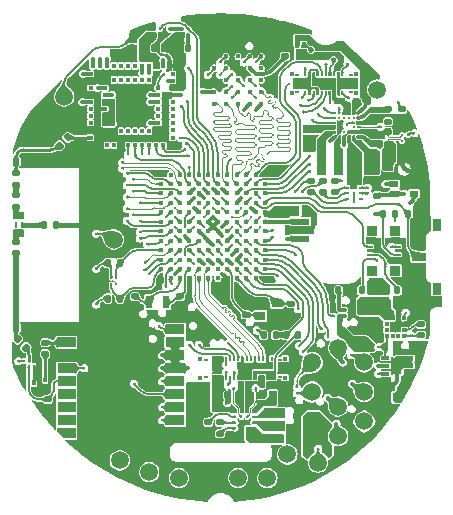
<source format=gbr>
%TF.GenerationSoftware,KiCad,Pcbnew,8.0.1*%
%TF.CreationDate,2024-03-29T03:09:59+00:00*%
%TF.ProjectId,watch_main,77617463-685f-46d6-9169-6e2e6b696361,rev?*%
%TF.SameCoordinates,Original*%
%TF.FileFunction,Copper,L1,Top*%
%TF.FilePolarity,Positive*%
%FSLAX46Y46*%
G04 Gerber Fmt 4.6, Leading zero omitted, Abs format (unit mm)*
G04 Created by KiCad (PCBNEW 8.0.1) date 2024-03-29 03:09:59*
%MOMM*%
%LPD*%
G01*
G04 APERTURE LIST*
G04 Aperture macros list*
%AMRoundRect*
0 Rectangle with rounded corners*
0 $1 Rounding radius*
0 $2 $3 $4 $5 $6 $7 $8 $9 X,Y pos of 4 corners*
0 Add a 4 corners polygon primitive as box body*
4,1,4,$2,$3,$4,$5,$6,$7,$8,$9,$2,$3,0*
0 Add four circle primitives for the rounded corners*
1,1,$1+$1,$2,$3*
1,1,$1+$1,$4,$5*
1,1,$1+$1,$6,$7*
1,1,$1+$1,$8,$9*
0 Add four rect primitives between the rounded corners*
20,1,$1+$1,$2,$3,$4,$5,0*
20,1,$1+$1,$4,$5,$6,$7,0*
20,1,$1+$1,$6,$7,$8,$9,0*
20,1,$1+$1,$8,$9,$2,$3,0*%
%AMFreePoly0*
4,1,59,0.799098,0.828199,0.965410,0.754152,1.112692,0.647145,1.234508,0.511855,1.325534,0.354194,1.381790,0.181054,1.400820,0.000000,1.381790,-0.181054,1.325534,-0.354194,1.234508,-0.511855,1.112692,-0.647145,0.965410,-0.754152,0.799098,-0.828199,0.621025,-0.866050,0.438975,-0.866050,0.260902,-0.828199,0.094590,-0.754152,-0.052692,-0.647145,-0.174508,-0.511855,-0.265534,-0.354194,
-0.321790,-0.181054,-0.339094,-0.016420,0.056698,-0.016420,0.073606,-0.134009,0.129848,-0.257162,0.218508,-0.359481,0.332403,-0.432677,0.462306,-0.470820,0.597694,-0.470820,0.727597,-0.432677,0.841492,-0.359481,0.930152,-0.257162,0.986394,-0.134009,1.005662,0.000000,0.986394,0.134009,0.930152,0.257162,0.841492,0.359481,0.727597,0.432677,0.597694,0.470820,0.462306,0.470820,
0.332403,0.432677,0.218508,0.359481,0.129848,0.257162,0.073606,0.134009,0.056698,0.016420,0.063500,0.000000,0.056698,-0.016420,-0.339094,-0.016420,-0.339094,-0.016419,-0.340820,0.000000,-0.321790,0.181054,-0.265534,0.354194,-0.174508,0.511855,-0.052692,0.647145,0.094590,0.754152,0.260902,0.828199,0.438975,0.866050,0.621025,0.866050,0.799098,0.828199,0.799098,0.828199,
$1*%
%AMFreePoly1*
4,1,6,0.450000,-0.400000,-0.450000,-0.400000,-0.450000,0.650000,0.150000,1.200000,0.450000,1.200000,0.450000,-0.400000,0.450000,-0.400000,$1*%
G04 Aperture macros list end*
%TA.AperFunction,SMDPad,CuDef*%
%ADD10RoundRect,0.140000X-0.170000X0.140000X-0.170000X-0.140000X0.170000X-0.140000X0.170000X0.140000X0*%
%TD*%
%TA.AperFunction,SMDPad,CuDef*%
%ADD11RoundRect,0.140000X0.170000X-0.140000X0.170000X0.140000X-0.170000X0.140000X-0.170000X-0.140000X0*%
%TD*%
%TA.AperFunction,SMDPad,CuDef*%
%ADD12C,1.500000*%
%TD*%
%TA.AperFunction,SMDPad,CuDef*%
%ADD13RoundRect,0.135000X-0.185000X0.135000X-0.185000X-0.135000X0.185000X-0.135000X0.185000X0.135000X0*%
%TD*%
%TA.AperFunction,SMDPad,CuDef*%
%ADD14RoundRect,0.140000X-0.140000X-0.170000X0.140000X-0.170000X0.140000X0.170000X-0.140000X0.170000X0*%
%TD*%
%TA.AperFunction,SMDPad,CuDef*%
%ADD15RoundRect,0.140000X0.140000X0.170000X-0.140000X0.170000X-0.140000X-0.170000X0.140000X-0.170000X0*%
%TD*%
%TA.AperFunction,SMDPad,CuDef*%
%ADD16R,1.600000X0.550000*%
%TD*%
%TA.AperFunction,SMDPad,CuDef*%
%ADD17R,0.200000X0.400000*%
%TD*%
%TA.AperFunction,SMDPad,CuDef*%
%ADD18R,0.400000X0.400000*%
%TD*%
%TA.AperFunction,SMDPad,CuDef*%
%ADD19R,0.360000X0.220000*%
%TD*%
%TA.AperFunction,SMDPad,CuDef*%
%ADD20R,0.360000X0.210000*%
%TD*%
%TA.AperFunction,SMDPad,CuDef*%
%ADD21C,0.298000*%
%TD*%
%TA.AperFunction,SMDPad,CuDef*%
%ADD22RoundRect,0.147500X-0.147500X-0.172500X0.147500X-0.172500X0.147500X0.172500X-0.147500X0.172500X0*%
%TD*%
%TA.AperFunction,SMDPad,CuDef*%
%ADD23RoundRect,0.147500X0.172500X-0.147500X0.172500X0.147500X-0.172500X0.147500X-0.172500X-0.147500X0*%
%TD*%
%TA.AperFunction,SMDPad,CuDef*%
%ADD24RoundRect,0.135000X0.185000X-0.135000X0.185000X0.135000X-0.185000X0.135000X-0.185000X-0.135000X0*%
%TD*%
%TA.AperFunction,SMDPad,CuDef*%
%ADD25RoundRect,0.135000X-0.135000X-0.185000X0.135000X-0.185000X0.135000X0.185000X-0.135000X0.185000X0*%
%TD*%
%TA.AperFunction,SMDPad,CuDef*%
%ADD26R,0.900000X0.800000*%
%TD*%
%TA.AperFunction,SMDPad,CuDef*%
%ADD27C,0.400000*%
%TD*%
%TA.AperFunction,SMDPad,CuDef*%
%ADD28RoundRect,0.050000X0.200000X-0.050000X0.200000X0.050000X-0.200000X0.050000X-0.200000X-0.050000X0*%
%TD*%
%TA.AperFunction,SMDPad,CuDef*%
%ADD29RoundRect,0.050000X0.410000X-0.400000X0.410000X0.400000X-0.410000X0.400000X-0.410000X-0.400000X0*%
%TD*%
%TA.AperFunction,SMDPad,CuDef*%
%ADD30RoundRect,0.135000X0.135000X0.185000X-0.135000X0.185000X-0.135000X-0.185000X0.135000X-0.185000X0*%
%TD*%
%TA.AperFunction,SMDPad,CuDef*%
%ADD31R,0.300000X0.375000*%
%TD*%
%TA.AperFunction,SMDPad,CuDef*%
%ADD32R,0.750000X0.300000*%
%TD*%
%TA.AperFunction,SMDPad,CuDef*%
%ADD33R,0.750000X1.450000*%
%TD*%
%TA.AperFunction,SMDPad,CuDef*%
%ADD34R,0.400000X0.220000*%
%TD*%
%TA.AperFunction,SMDPad,CuDef*%
%ADD35R,0.220000X0.400000*%
%TD*%
%TA.AperFunction,SMDPad,CuDef*%
%ADD36C,0.250000*%
%TD*%
%TA.AperFunction,SMDPad,CuDef*%
%ADD37R,0.762000X0.533400*%
%TD*%
%TA.AperFunction,SMDPad,CuDef*%
%ADD38FreePoly0,270.000000*%
%TD*%
%TA.AperFunction,SMDPad,CuDef*%
%ADD39R,0.400000X0.480000*%
%TD*%
%TA.AperFunction,SMDPad,CuDef*%
%ADD40R,0.750000X0.750000*%
%TD*%
%TA.AperFunction,SMDPad,CuDef*%
%ADD41R,1.600000X0.900000*%
%TD*%
%TA.AperFunction,SMDPad,CuDef*%
%ADD42FreePoly1,90.000000*%
%TD*%
%TA.AperFunction,SMDPad,CuDef*%
%ADD43R,0.300000X0.450000*%
%TD*%
%TA.AperFunction,SMDPad,CuDef*%
%ADD44R,0.450000X0.300000*%
%TD*%
%TA.AperFunction,SMDPad,CuDef*%
%ADD45C,0.304800*%
%TD*%
%TA.AperFunction,SMDPad,CuDef*%
%ADD46R,0.300000X0.350000*%
%TD*%
%TA.AperFunction,SMDPad,CuDef*%
%ADD47R,0.350000X0.300000*%
%TD*%
%TA.AperFunction,SMDPad,CuDef*%
%ADD48C,0.300000*%
%TD*%
%TA.AperFunction,SMDPad,CuDef*%
%ADD49R,0.200000X0.300000*%
%TD*%
%TA.AperFunction,SMDPad,CuDef*%
%ADD50R,0.250000X0.250000*%
%TD*%
%TA.AperFunction,SMDPad,CuDef*%
%ADD51RoundRect,0.050000X0.075000X-0.050000X0.075000X0.050000X-0.075000X0.050000X-0.075000X-0.050000X0*%
%TD*%
%TA.AperFunction,SMDPad,CuDef*%
%ADD52R,0.550000X1.600000*%
%TD*%
%TA.AperFunction,SMDPad,CuDef*%
%ADD53R,0.600000X1.100000*%
%TD*%
%TA.AperFunction,SMDPad,CuDef*%
%ADD54R,1.200000X0.800000*%
%TD*%
%TA.AperFunction,SMDPad,CuDef*%
%ADD55R,0.800000X1.000000*%
%TD*%
%TA.AperFunction,SMDPad,CuDef*%
%ADD56R,0.800000X0.990000*%
%TD*%
%TA.AperFunction,SMDPad,CuDef*%
%ADD57RoundRect,0.147500X0.017678X-0.226274X0.226274X-0.017678X-0.017678X0.226274X-0.226274X0.017678X0*%
%TD*%
%TA.AperFunction,SMDPad,CuDef*%
%ADD58C,0.370000*%
%TD*%
%TA.AperFunction,SMDPad,CuDef*%
%ADD59RoundRect,0.147500X-0.226274X-0.017678X-0.017678X-0.226274X0.226274X0.017678X0.017678X0.226274X0*%
%TD*%
%TA.AperFunction,SMDPad,CuDef*%
%ADD60R,0.800000X0.350000*%
%TD*%
%TA.AperFunction,SMDPad,CuDef*%
%ADD61R,0.260000X0.600000*%
%TD*%
%TA.AperFunction,ViaPad*%
%ADD62C,0.300000*%
%TD*%
%TA.AperFunction,Conductor*%
%ADD63C,0.300000*%
%TD*%
%TA.AperFunction,Conductor*%
%ADD64C,0.150000*%
%TD*%
%TA.AperFunction,Conductor*%
%ADD65C,0.090000*%
%TD*%
%TA.AperFunction,Conductor*%
%ADD66C,0.120000*%
%TD*%
%TA.AperFunction,Conductor*%
%ADD67C,0.200000*%
%TD*%
%TA.AperFunction,Conductor*%
%ADD68C,0.450000*%
%TD*%
%TA.AperFunction,Conductor*%
%ADD69C,0.500000*%
%TD*%
%TA.AperFunction,Conductor*%
%ADD70C,0.104400*%
%TD*%
%TA.AperFunction,Conductor*%
%ADD71C,0.118400*%
%TD*%
%TA.AperFunction,Conductor*%
%ADD72C,0.259100*%
%TD*%
%TA.AperFunction,Conductor*%
%ADD73C,0.125700*%
%TD*%
G04 APERTURE END LIST*
D10*
%TO.P,C207,1*%
%TO.N,+3V3*%
X157700000Y-86920000D03*
%TO.P,C207,2*%
%TO.N,GND*%
X157700000Y-87880000D03*
%TD*%
D11*
%TO.P,C803,1*%
%TO.N,GND*%
X142800000Y-102080000D03*
%TO.P,C803,2*%
%TO.N,/STM32/OSC32_IN*%
X142800000Y-101120000D03*
%TD*%
%TO.P,C402,1*%
%TO.N,/GNSS/SAW_OUT*%
X135200000Y-105980000D03*
%TO.P,C402,2*%
%TO.N,/GNSS/RF_IN*%
X135200000Y-105020000D03*
%TD*%
%TO.P,C1601,1*%
%TO.N,/RF_1.575G*%
X132720000Y-97442000D03*
%TO.P,C1601,2*%
%TO.N,/Antenna/Ft_GPS*%
X132720000Y-96482000D03*
%TD*%
D12*
%TO.P,TP899,1,1*%
%TO.N,N/C*%
X154000000Y-116500000D03*
%TD*%
D13*
%TO.P,R202,1*%
%TO.N,/Power/THR*%
X165400000Y-85290000D03*
%TO.P,R202,2*%
%TO.N,GND*%
X165400000Y-86310000D03*
%TD*%
D12*
%TO.P,TP803,1,1*%
%TO.N,/STM32/SWD.RST*%
X158300000Y-115200000D03*
%TD*%
D11*
%TO.P,C1403,1*%
%TO.N,/Display Power/C1P*%
X150000000Y-112730000D03*
%TO.P,C1403,2*%
%TO.N,/Display Power/C1N*%
X150000000Y-111770000D03*
%TD*%
D14*
%TO.P,C906,1*%
%TO.N,+1V8*%
X156320000Y-93900000D03*
%TO.P,C906,2*%
%TO.N,GND*%
X157280000Y-93900000D03*
%TD*%
D12*
%TO.P,TP203,1,1*%
%TO.N,GND*%
X141000000Y-93750000D03*
%TD*%
D15*
%TO.P,C301,1*%
%TO.N,/WiFi and Bluetooth/LBEE_VDDIO*%
X145380000Y-80100000D03*
%TO.P,C301,2*%
%TO.N,GND*%
X144420000Y-80100000D03*
%TD*%
D16*
%TO.P,L1401,1*%
%TO.N,/Display Power/LX1*%
X154700000Y-112275000D03*
%TO.P,L1401,2*%
%TO.N,/Display Power/LX2*%
X154700000Y-110825000D03*
%TD*%
D17*
%TO.P,J501,1,1*%
%TO.N,+1V8*%
X154350000Y-108000000D03*
%TO.P,J501,2,2*%
X154000000Y-108000000D03*
%TO.P,J501,3,3*%
%TO.N,/AVDD*%
X153650000Y-108000000D03*
%TO.P,J501,4,4*%
X153300000Y-108000000D03*
%TO.P,J501,5,5*%
%TO.N,+1V8*%
X152950000Y-108000000D03*
%TO.P,J501,6,6*%
%TO.N,GND*%
X152600000Y-108000000D03*
%TO.P,J501,7,7*%
X152250000Y-108000000D03*
%TO.P,J501,8,8*%
X151900000Y-108000000D03*
%TO.P,J501,9,9*%
X151550000Y-108000000D03*
%TO.P,J501,10,10*%
%TO.N,/DISPLAY_RST*%
X151200000Y-108000000D03*
%TO.P,J501,11,11*%
%TO.N,/DSI_TE*%
X150850000Y-108000000D03*
%TO.P,J501,12,12*%
%TO.N,/SWIRE_IN*%
X150500000Y-108000000D03*
%TO.P,J501,13,13*%
%TO.N,/ELVSS*%
X150150000Y-108000000D03*
%TO.P,J501,14,14*%
X149800000Y-108000000D03*
%TO.P,J501,15,15*%
X149450000Y-108000000D03*
%TO.P,J501,16,16*%
%TO.N,/ELVDD*%
X149450000Y-106400000D03*
%TO.P,J501,17,17*%
X149800000Y-106400000D03*
%TO.P,J501,18,18*%
X150150000Y-106400000D03*
%TO.P,J501,19,19*%
%TO.N,/TP_RST*%
X150500000Y-106400000D03*
%TO.P,J501,20,20*%
%TO.N,/I2C5.SCL*%
X150850000Y-106400000D03*
%TO.P,J501,21,21*%
%TO.N,/I2C5.SDA*%
X151200000Y-106400000D03*
%TO.P,J501,22,22*%
%TO.N,/TP_INT*%
X151550000Y-106400000D03*
%TO.P,J501,23,23*%
%TO.N,GND*%
X151900000Y-106400000D03*
%TO.P,J501,24,24*%
%TO.N,/DSI.D0P*%
X152250000Y-106400000D03*
%TO.P,J501,25,25*%
%TO.N,/DSI.D0N*%
X152600000Y-106400000D03*
%TO.P,J501,26,26*%
%TO.N,GND*%
X152950000Y-106400000D03*
%TO.P,J501,27,27*%
%TO.N,/DSI.CKP*%
X153300000Y-106400000D03*
%TO.P,J501,28,28*%
%TO.N,/DSI.CKN*%
X153650000Y-106400000D03*
%TO.P,J501,29,29*%
%TO.N,GND*%
X154000000Y-106400000D03*
%TO.P,J501,30,30*%
%TO.N,unconnected-(J501-Pad30)*%
X154350000Y-106400000D03*
D18*
%TO.P,J501,MP1,MP1*%
%TO.N,unconnected-(J501-PadMP1)*%
X155500000Y-106400000D03*
D19*
%TO.P,J501,MP2,MP2*%
%TO.N,unconnected-(J501-PadMP2)*%
X155030000Y-106490000D03*
%TO.P,J501,MP3,MP3*%
%TO.N,unconnected-(J501-PadMP3)*%
X148770000Y-106490000D03*
D18*
%TO.P,J501,MP4,MP4*%
%TO.N,unconnected-(J501-PadMP4)*%
X148300000Y-106400000D03*
%TO.P,J501,MP5,MP5*%
%TO.N,unconnected-(J501-PadMP5)*%
X148300000Y-108000000D03*
D19*
%TO.P,J501,MP6,MP6*%
%TO.N,unconnected-(J501-PadMP6)*%
X148770000Y-107910000D03*
%TO.P,J501,MP7,MP7*%
%TO.N,unconnected-(J501-PadMP7)*%
X155030000Y-107910000D03*
D18*
%TO.P,J501,MP8,MP8*%
%TO.N,unconnected-(J501-PadMP8)*%
X155500000Y-108000000D03*
%TD*%
D17*
%TO.P,J701,1,1*%
%TO.N,+3V3*%
X157210000Y-83900000D03*
%TO.P,J701,2,2*%
%TO.N,+1V8*%
X157210000Y-82300000D03*
%TO.P,J701,3,3*%
%TO.N,GND*%
X157560000Y-83900000D03*
%TO.P,J701,4,4*%
X157560000Y-82300000D03*
%TO.P,J701,5,5*%
%TO.N,VBUS*%
X157910000Y-83900000D03*
%TO.P,J701,6,6*%
%TO.N,+VBAT*%
X157910000Y-82300000D03*
%TO.P,J701,7,7*%
%TO.N,GND*%
X158260000Y-83900000D03*
%TO.P,J701,8,8*%
X158260000Y-82300000D03*
%TO.P,J701,9,9*%
%TO.N,/I2C4.SCL*%
X158610000Y-83900000D03*
%TO.P,J701,10,10*%
%TO.N,/LRA_EN*%
X158610000Y-82300000D03*
%TO.P,J701,11,11*%
%TO.N,/I2C4.SDA*%
X158960000Y-83900000D03*
%TO.P,J701,12,12*%
%TO.N,/HR_INT*%
X158960000Y-82300000D03*
%TO.P,J701,13,13*%
%TO.N,GND*%
X159310000Y-83900000D03*
%TO.P,J701,14,14*%
X159310000Y-82300000D03*
%TO.P,J701,15,15*%
%TO.N,+VBAT*%
X159660000Y-83900000D03*
%TO.P,J701,16,16*%
%TO.N,VBUS*%
X159660000Y-82300000D03*
%TO.P,J701,17,17*%
%TO.N,GND*%
X160010000Y-83900000D03*
%TO.P,J701,18,18*%
X160010000Y-82300000D03*
%TO.P,J701,19,19*%
%TO.N,+1V8*%
X160360000Y-83900000D03*
%TO.P,J701,20,20*%
%TO.N,+3V3*%
X160360000Y-82300000D03*
D18*
%TO.P,J701,MP1,MP1*%
%TO.N,unconnected-(J701-PadMP1)*%
X156060000Y-82300000D03*
D20*
%TO.P,J701,MP2,MP2*%
%TO.N,unconnected-(J701-PadMP2)*%
X156530000Y-82395000D03*
D18*
%TO.P,J701,MP3,MP3*%
%TO.N,unconnected-(J701-PadMP3)*%
X156060000Y-83900000D03*
D20*
%TO.P,J701,MP4,MP4*%
%TO.N,unconnected-(J701-PadMP4)*%
X156530000Y-83805000D03*
%TO.P,J701,MP5,MP5*%
%TO.N,unconnected-(J701-PadMP5)*%
X161040000Y-83805000D03*
D18*
%TO.P,J701,MP6,MP6*%
%TO.N,unconnected-(J701-PadMP6)*%
X161510000Y-83900000D03*
D20*
%TO.P,J701,MP7,MP7*%
%TO.N,unconnected-(J701-PadMP7)*%
X161040000Y-82395000D03*
D18*
%TO.P,J701,MP8,MP8*%
%TO.N,unconnected-(J701-PadMP8)*%
X161540000Y-82300000D03*
%TD*%
D10*
%TO.P,C205,1*%
%TO.N,+VSYS*%
X163000000Y-87220000D03*
%TO.P,C205,2*%
%TO.N,GND*%
X163000000Y-88180000D03*
%TD*%
%TO.P,C401,1*%
%TO.N,/GNSS/VCC_RF*%
X135400000Y-109820000D03*
%TO.P,C401,2*%
%TO.N,GND*%
X135400000Y-110780000D03*
%TD*%
D21*
%TO.P,IC301,A1,VOUT_1*%
%TO.N,/WiFi and Bluetooth/LBEE_VDDIO*%
X146300000Y-78950000D03*
%TO.P,IC301,A2,VIN_1*%
%TO.N,+1V8*%
X146300000Y-78450000D03*
%TO.P,IC301,B1,VOUT_2*%
%TO.N,/WiFi and Bluetooth/LBEE_VDDIO*%
X146800000Y-78950000D03*
%TO.P,IC301,B2,VIN_2*%
%TO.N,+1V8*%
X146800000Y-78450000D03*
%TO.P,IC301,C1,GND*%
%TO.N,GND*%
X147300000Y-78950000D03*
%TO.P,IC301,C2,EN*%
%TO.N,/WL_BT_PWR_EN*%
X147300000Y-78450000D03*
%TD*%
D22*
%TO.P,L1601,1*%
%TO.N,/RF_1.575G*%
X132715000Y-103800000D03*
%TO.P,L1601,2*%
%TO.N,GND*%
X133685000Y-103800000D03*
%TD*%
D12*
%TO.P,TP804,1,1*%
%TO.N,/STM32/GPIO3*%
X141000000Y-96300000D03*
%TD*%
%TO.P,TP301,1,1*%
%TO.N,/WiFi and Bluetooth/SWD.SWCLK*%
X141500000Y-115000000D03*
%TD*%
D23*
%TO.P,L1602,1*%
%TO.N,/Antenna/Ft_5.5GHz*%
X132720000Y-91665000D03*
%TO.P,L1602,2*%
%TO.N,Net-(L1602-Pad2)*%
X132720000Y-90695000D03*
%TD*%
D12*
%TO.P,TP204,1,1*%
%TO.N,GND*%
X149000000Y-116500000D03*
%TD*%
D14*
%TO.P,C1305,1*%
%TO.N,+1V8*%
X164020000Y-101700000D03*
%TO.P,C1305,2*%
%TO.N,GND*%
X164980000Y-101700000D03*
%TD*%
D24*
%TO.P,R203,1*%
%TO.N,/Power/VSYS_MON*%
X164200000Y-88210000D03*
%TO.P,R203,2*%
%TO.N,+VSYS*%
X164200000Y-87190000D03*
%TD*%
D15*
%TO.P,C1407,1*%
%TO.N,/ELVDD*%
X151580000Y-109500000D03*
%TO.P,C1407,2*%
%TO.N,GND*%
X150620000Y-109500000D03*
%TD*%
D25*
%TO.P,R804,1*%
%TO.N,+1V8*%
X140490000Y-101300000D03*
%TO.P,R804,2*%
%TO.N,/I2C1.SDA*%
X141510000Y-101300000D03*
%TD*%
D12*
%TO.P,J1701,A1,A1*%
%TO.N,/USB.DP*%
X157800000Y-106700000D03*
%TO.P,J1701,A2,A2*%
%TO.N,/USB.DN*%
X157800000Y-109200000D03*
%TO.P,J1701,A3,A3*%
%TO.N,+3V3*%
X157800000Y-111700000D03*
%TO.P,J1701,B1,B1*%
%TO.N,/UART4.RX*%
X160000000Y-105450000D03*
%TO.P,J1701,B2,B2*%
%TO.N,GND*%
X160000000Y-107950000D03*
%TO.P,J1701,B3,B3*%
%TO.N,/GPIO2*%
X160000000Y-110450000D03*
%TO.P,J1701,B4,B4*%
%TO.N,+1V8*%
X160000000Y-112950000D03*
%TO.P,J1701,C1,C1*%
%TO.N,/UART4.TX*%
X162200000Y-106700000D03*
%TO.P,J1701,C2,C2*%
%TO.N,/GPIO1*%
X162200000Y-109200000D03*
%TO.P,J1701,C3,C3*%
%TO.N,VBUS*%
X162200000Y-111700000D03*
%TD*%
D26*
%TO.P,Y801,1,1*%
%TO.N,/STM32/OSC_OUT*%
X154800000Y-101650000D03*
%TO.P,Y801,2,2*%
%TO.N,GND*%
X153400000Y-101650000D03*
%TO.P,Y801,3,3*%
%TO.N,/STM32/OSC_IN*%
X153400000Y-102750000D03*
%TO.P,Y801,4,4*%
%TO.N,GND*%
X154800000Y-102750000D03*
%TD*%
D27*
%TO.P,U801,A1,VSS*%
%TO.N,GND*%
X145000000Y-99600000D03*
%TO.P,U801,A2,PB9*%
%TO.N,/I2C1.SDA*%
X145000000Y-98800000D03*
%TO.P,U801,A3,PH3_BOOT0*%
%TO.N,/DISPLAY_RST*%
X145000000Y-98000000D03*
%TO.P,U801,A4,PB6*%
%TO.N,/I2C1.SCL*%
X145000000Y-97200000D03*
%TO.P,U801,A5,PB4*%
%TO.N,/SDMMC2.D3*%
X145000000Y-96400000D03*
%TO.P,U801,A6,PG14*%
%TO.N,/GNSS_WAKEUP*%
X145000000Y-95600000D03*
%TO.P,U801,A7,PG12*%
%TO.N,/GNSS_PPS*%
X145000000Y-94800000D03*
%TO.P,U801,A8,PG10*%
%TO.N,/USART1.RX*%
X145000000Y-94000000D03*
%TO.P,U801,A9,PD7*%
%TO.N,/SDMMC2.CMD*%
X145000000Y-93200000D03*
%TO.P,U801,A10,PD3*%
%TO.N,/USART2.CTS*%
X145000000Y-92400001D03*
%TO.P,U801,A11,PC12*%
%TO.N,/SDMMC1.CK*%
X145000000Y-91600001D03*
%TO.P,U801,A12,VSS*%
%TO.N,GND*%
X145000000Y-90800001D03*
%TO.P,U801,B1,PE2*%
%TO.N,/TP_INT*%
X145800000Y-99600000D03*
%TO.P,U801,B2,PE3*%
%TO.N,/TP_RST*%
X145800000Y-98800000D03*
%TO.P,U801,B3,PE0*%
%TO.N,/SWIRE_IN*%
X145800000Y-98000000D03*
%TO.P,U801,B4,PB8*%
%TO.N,/SDMMC1.CKIN*%
X145800000Y-97200000D03*
%TO.P,U801,B5,PB5*%
%TO.N,/OSPI1.CLKN*%
X145800000Y-96400000D03*
%TO.P,U801,B6,PG15*%
%TO.N,/GNSS_RST*%
X145800000Y-95600000D03*
%TO.P,U801,B7,PG9*%
%TO.N,/USART1.TX*%
X145800000Y-94800000D03*
%TO.P,U801,B8,PD5*%
%TO.N,/USART2.TX*%
X145800000Y-94000000D03*
%TO.P,U801,B9,PD2*%
%TO.N,/SDMMC1.CMD*%
X145800000Y-93200000D03*
%TO.P,U801,B10,PC10*%
%TO.N,/SDMMC1.D2*%
X145800000Y-92400001D03*
%TO.P,U801,B11,PA14*%
%TO.N,/STM32/SWD.SWCLK*%
X145800000Y-91600001D03*
%TO.P,U801,B12,PA10*%
%TO.N,unconnected-(U801A-PA10-PadB12)*%
X145800000Y-90800001D03*
%TO.P,U801,C1,PC14-OSC32_IN*%
%TO.N,/STM32/OSC32_IN*%
X146600000Y-99600000D03*
%TO.P,U801,C2,VBAT*%
%TO.N,+1V8*%
X146600000Y-98800000D03*
%TO.P,U801,C3,PE4*%
%TO.N,/SWIRE_OUT*%
X146600000Y-98000000D03*
%TO.P,U801,C4,PE5*%
%TO.N,/IMU_INT1*%
X146600000Y-97200000D03*
%TO.P,U801,C5,PB7*%
%TO.N,/DSI_TE*%
X146600000Y-96400000D03*
%TO.P,U801,C6,PG13*%
%TO.N,/STM32/GPIO3*%
X146600000Y-95600000D03*
%TO.P,U801,C7,PD4*%
%TO.N,/USART2.RTS*%
X146600000Y-94800000D03*
%TO.P,U801,C8,PC11*%
%TO.N,/SDMMC1.D3*%
X146600000Y-94000000D03*
%TO.P,U801,C9,PA15*%
%TO.N,/USART2.RX*%
X146600000Y-93200000D03*
%TO.P,U801,C10,PA13*%
%TO.N,/STM32/SWD.SWDIO*%
X146600000Y-92400001D03*
%TO.P,U801,C11,PA12*%
%TO.N,/USB.DP*%
X146600000Y-91600001D03*
%TO.P,U801,C12,PA11*%
%TO.N,/USB.DN*%
X146600000Y-90800001D03*
%TO.P,U801,D1,VSSDSI*%
%TO.N,GND*%
X147400000Y-99600000D03*
%TO.P,U801,D2,PC15-OSC32_OUT*%
%TO.N,/STM32/OSC32_OUT*%
X147400000Y-98800000D03*
%TO.P,U801,D3,PE6*%
%TO.N,/AVDDEN*%
X147400000Y-98000000D03*
%TO.P,U801,D4,VDD11*%
%TO.N,/STM32 Power/VDD11*%
X147400000Y-97200000D03*
%TO.P,U801,D5,VSS*%
%TO.N,GND*%
X147400000Y-96400000D03*
%TO.P,U801,D6,PB3*%
%TO.N,/SDMMC2.D2*%
X147400000Y-95600000D03*
%TO.P,U801,D7,PD6*%
%TO.N,/SDMMC2.CK*%
X147400000Y-94800000D03*
%TO.P,U801,D8,PD0*%
%TO.N,/I2C5.SDA*%
X147400000Y-94000000D03*
%TO.P,U801,D9,VSS*%
%TO.N,GND*%
X147400000Y-93200000D03*
%TO.P,U801,D10,VDDUSB*%
%TO.N,+3V3*%
X147400000Y-92400001D03*
%TO.P,U801,D11,PA8*%
%TO.N,/SDMMC2.D1*%
X147400000Y-91600001D03*
%TO.P,U801,D12,PC8*%
%TO.N,/SDMMC1.D0*%
X147400000Y-90800001D03*
%TO.P,U801,E1,DSI_D0N*%
%TO.N,/DSI.D0N*%
X148200000Y-99600000D03*
%TO.P,U801,E2,DSI_D0P*%
%TO.N,/DSI.D0P*%
X148200000Y-98800000D03*
%TO.P,U801,E3,VDDDSI*%
%TO.N,+1V8*%
X148200000Y-98000000D03*
%TO.P,U801,E4,PC13*%
%TO.N,/IMU_INT2*%
X148200000Y-97200000D03*
%TO.P,U801,E5,PF0*%
%TO.N,/I2C6.SDA*%
X148200000Y-96400000D03*
%TO.P,U801,E6,VDDIO2*%
%TO.N,+1V8*%
X148200000Y-95600000D03*
%TO.P,U801,E7,PD1*%
%TO.N,/I2C5.SCL*%
X148200000Y-94800000D03*
%TO.P,U801,E8,VDD*%
%TO.N,+1V8*%
X148200000Y-94000000D03*
%TO.P,U801,E9,PA9*%
%TO.N,unconnected-(U801A-PA9-PadE9)*%
X148200000Y-93200000D03*
%TO.P,U801,E10,VDD*%
%TO.N,+1V8*%
X148200000Y-92400001D03*
%TO.P,U801,E11,PI2*%
%TO.N,/BT_DEV_WAKE*%
X148200000Y-91600001D03*
%TO.P,U801,E12,PI3*%
%TO.N,/BT_HOST_WAKE*%
X148200000Y-90800001D03*
%TO.P,U801,F1,DSI_CKN*%
%TO.N,/DSI.CKN*%
X149000000Y-99600000D03*
%TO.P,U801,F2,DSI_CKP*%
%TO.N,/DSI.CKP*%
X149000000Y-98800000D03*
%TO.P,U801,F3,VSSDSI*%
%TO.N,GND*%
X149000000Y-98000000D03*
%TO.P,U801,F4,PF1*%
%TO.N,/I2C6.SCL*%
X149000000Y-97200000D03*
%TO.P,U801,F5,VDD*%
%TO.N,+1V8*%
X149000000Y-96400000D03*
%TO.P,U801,F6,VSS*%
%TO.N,GND*%
X149000000Y-95600000D03*
%TO.P,U801,F7,VSS*%
X149000000Y-94800000D03*
%TO.P,U801,F8,PC9*%
%TO.N,/SDMMC1.D1*%
X149000000Y-94000000D03*
%TO.P,U801,F9,PC7*%
%TO.N,/FLASH_RSTO*%
X149000000Y-93200000D03*
%TO.P,U801,F10,VSS*%
%TO.N,GND*%
X149000000Y-92400001D03*
%TO.P,U801,F11,PI0*%
%TO.N,/BT_EN*%
X149000000Y-91600001D03*
%TO.P,U801,F12,PI1*%
%TO.N,/WL_EN*%
X149000000Y-90800001D03*
%TO.P,U801,G1,DSI_D1N*%
%TO.N,unconnected-(U801B-DSI_D1N-PadG1)*%
X149800000Y-99600000D03*
%TO.P,U801,G2,DSI_D1P*%
%TO.N,unconnected-(U801B-DSI_D1P-PadG2)*%
X149800000Y-98800000D03*
%TO.P,U801,G3,VDD11DSI*%
%TO.N,/STM32 Power/VDD11*%
X149800000Y-98000000D03*
%TO.P,U801,G4,PF2*%
%TO.N,/GPIO2*%
X149800000Y-97200000D03*
%TO.P,U801,G5,PC2*%
%TO.N,/GPIO1*%
X149800000Y-96400000D03*
%TO.P,U801,G6,VSS*%
%TO.N,GND*%
X149800000Y-95600000D03*
%TO.P,U801,G7,VSS*%
X149800000Y-94800000D03*
%TO.P,U801,G8,VDD*%
%TO.N,+1V8*%
X149800000Y-94000000D03*
%TO.P,U801,G9,PC6*%
%TO.N,/FLASH_INT*%
X149800000Y-93200000D03*
%TO.P,U801,G10,VDD*%
%TO.N,+1V8*%
X149800000Y-92400001D03*
%TO.P,U801,G11,PH14*%
%TO.N,/WL_HOST_WAKE*%
X149800000Y-91600001D03*
%TO.P,U801,G12,PH15*%
%TO.N,/WL_BT_PWR_EN*%
X149800000Y-90800001D03*
%TO.P,U801,H1,VSSDSI*%
%TO.N,GND*%
X150600000Y-99600000D03*
%TO.P,U801,H2,PH0-OSC_IN*%
%TO.N,/STM32/OSC_IN*%
X150600000Y-98800000D03*
%TO.P,U801,H3,VREF+*%
%TO.N,/STM32 Power/VREF+*%
X150600000Y-98000000D03*
%TO.P,U801,H4,PA0*%
%TO.N,/UART4.TX*%
X150600000Y-97200000D03*
%TO.P,U801,H5,VDD*%
%TO.N,+1V8*%
X150600000Y-96400000D03*
%TO.P,U801,H6,PB2*%
%TO.N,/OSPI1.DQS*%
X150600000Y-95600000D03*
%TO.P,U801,H7,VDD*%
%TO.N,+1V8*%
X150600000Y-94800000D03*
%TO.P,U801,H8,PE8*%
%TO.N,/MAG_INT*%
X150600000Y-94000000D03*
%TO.P,U801,H9,PD15*%
%TO.N,/TOUCH_RST*%
X150600000Y-93200000D03*
%TO.P,U801,H10,VSS*%
%TO.N,GND*%
X150600000Y-92400001D03*
%TO.P,U801,H11,PH12*%
%TO.N,/OSPI1.IO7*%
X150600000Y-91600001D03*
%TO.P,U801,H12,PH13*%
%TO.N,/FLASH_RST*%
X150600000Y-90800001D03*
%TO.P,U801,J1,PH1-OSC_OUT*%
%TO.N,/STM32/OSC_OUT*%
X151400000Y-99600000D03*
%TO.P,U801,J2,NRST*%
%TO.N,/STM32/SWD.RST*%
X151400000Y-98800000D03*
%TO.P,U801,J3,VSSA*%
%TO.N,GND*%
X151400000Y-98000000D03*
%TO.P,U801,J4,VDDA*%
%TO.N,+1V8*%
X151400000Y-97200000D03*
%TO.P,U801,J5,PB0*%
%TO.N,/SPI1.CS*%
X151400000Y-96400000D03*
%TO.P,U801,J6,PG1*%
%TO.N,/ALS_INT*%
X151400000Y-95600000D03*
%TO.P,U801,J7,PE10*%
%TO.N,/ADF1_SDI0*%
X151400000Y-94800000D03*
%TO.P,U801,J8,PE12*%
%TO.N,/OSPI1.IO0*%
X151400000Y-94000000D03*
%TO.P,U801,J9,VDD11*%
%TO.N,/STM32 Power/VDD11*%
X151400000Y-93200000D03*
%TO.P,U801,J10,VDD*%
%TO.N,+1V8*%
X151400000Y-92400001D03*
%TO.P,U801,J11,PH11*%
%TO.N,/OSPI1.IO6*%
X151400000Y-91600001D03*
%TO.P,U801,J12,PH10*%
%TO.N,/OSPI1.IO5*%
X151400000Y-90800001D03*
%TO.P,U801,K1,PC1*%
%TO.N,/I2C3.SDA*%
X152199999Y-99600000D03*
%TO.P,U801,K2,PC0*%
%TO.N,/I2C3.SCL*%
X152199999Y-98800000D03*
%TO.P,U801,K3,PA1*%
%TO.N,/UART4.RX*%
X152199999Y-98000000D03*
%TO.P,U801,K4,PA5*%
%TO.N,/SPI1.SCK*%
X152199999Y-97200000D03*
%TO.P,U801,K5,PG0*%
%TO.N,/SD_CD*%
X152199999Y-96400000D03*
%TO.P,U801,K6,PE9*%
%TO.N,/ADF1_CCK0*%
X152199999Y-95600000D03*
%TO.P,U801,K7,PE14*%
%TO.N,/OSPI1.IO2*%
X152199999Y-94800000D03*
%TO.P,U801,K8,PB10*%
%TO.N,/OSPI1.CLKP*%
X152199999Y-94000000D03*
%TO.P,U801,K9,PD13*%
%TO.N,/I2C4.SDA*%
X152199999Y-93200000D03*
%TO.P,U801,K10,PD9*%
%TO.N,/PWR_INT*%
X152199999Y-92400001D03*
%TO.P,U801,K11,PD12*%
%TO.N,/I2C4.SCL*%
X152199999Y-91600001D03*
%TO.P,U801,K12,PH9*%
%TO.N,/OSPI1.IO4*%
X152199999Y-90800001D03*
%TO.P,U801,L1,PC3*%
%TO.N,/ELVSS_ADC*%
X152999999Y-99600000D03*
%TO.P,U801,L2,PA2*%
%TO.N,/WL_LPO_IN*%
X152999999Y-98800000D03*
%TO.P,U801,L3,PA4*%
%TO.N,/ELVDD_ADC*%
X152999999Y-98000000D03*
%TO.P,U801,L4,PA7*%
%TO.N,/SPI1.MOSI*%
X152999999Y-97200000D03*
%TO.P,U801,L5,PE7*%
%TO.N,/SD_EN*%
X152999999Y-96400000D03*
%TO.P,U801,L6,PE13*%
%TO.N,/OSPI1.IO1*%
X152999999Y-95600000D03*
%TO.P,U801,L7,PB11*%
%TO.N,/I2C2.SDA*%
X152999999Y-94800000D03*
%TO.P,U801,L8,VSSSMPS*%
%TO.N,GND*%
X152999999Y-94000000D03*
%TO.P,U801,L9,PD11*%
%TO.N,/TOUCH_INT*%
X152999999Y-93200000D03*
%TO.P,U801,L10,PB14*%
%TO.N,/SDMMC2.D0*%
X152999999Y-92400001D03*
%TO.P,U801,L11,PD10*%
%TO.N,/HR_INT*%
X152999999Y-91600001D03*
%TO.P,U801,L12,PD14*%
%TO.N,/LRA_EN*%
X152999999Y-90800001D03*
%TO.P,U801,M1,VSS*%
%TO.N,GND*%
X153799999Y-99600000D03*
%TO.P,U801,M2,PA3*%
%TO.N,/AVDD_ADC*%
X153799999Y-98800000D03*
%TO.P,U801,M3,PA6*%
%TO.N,/SPI1.MISO*%
X153799999Y-98000000D03*
%TO.P,U801,M4,PB1*%
%TO.N,/ISYS*%
X153799999Y-97200000D03*
%TO.P,U801,M5,PE11*%
%TO.N,/OSPI1.CS*%
X153799999Y-96400000D03*
%TO.P,U801,M6,PE15*%
%TO.N,/OSPI1.IO3*%
X153799999Y-95600000D03*
%TO.P,U801,M7,VLXSMPS*%
%TO.N,/STM32 Power/VLXSMPS*%
X153799999Y-94800000D03*
%TO.P,U801,M8,VDDSMPS*%
%TO.N,+1V8*%
X153799999Y-94000000D03*
%TO.P,U801,M9,PB15*%
%TO.N,/BTN*%
X153799999Y-93200000D03*
%TO.P,U801,M10,PB13*%
%TO.N,/I2C2.SCL*%
X153799999Y-92400001D03*
%TO.P,U801,M11,PD8*%
%TO.N,/PWR_ENCHG*%
X153799999Y-91600001D03*
%TO.P,U801,M12,VSS*%
%TO.N,GND*%
X153799999Y-90800001D03*
%TD*%
D10*
%TO.P,C1306,1*%
%TO.N,+1V8*%
X163100000Y-102320000D03*
%TO.P,C1306,2*%
%TO.N,GND*%
X163100000Y-103280000D03*
%TD*%
D28*
%TO.P,J601,1,1*%
%TO.N,GND*%
X162650000Y-96550000D03*
%TO.P,J601,2,2*%
%TO.N,/TOUCH_INT*%
X162650000Y-96900000D03*
%TO.P,J601,3,3*%
%TO.N,GND*%
X162650000Y-97250000D03*
%TO.P,J601,4,4*%
%TO.N,/I2C6.SDA*%
X162650000Y-97600000D03*
%TO.P,J601,5,5*%
%TO.N,/I2C6.SCL*%
X162650000Y-97950000D03*
%TO.P,J601,6,6*%
%TO.N,GND*%
X165050000Y-97950000D03*
%TO.P,J601,7,7*%
%TO.N,/TOUCH_RST*%
X165050000Y-97600000D03*
%TO.P,J601,8,8*%
%TO.N,GND*%
X165050000Y-97250000D03*
%TO.P,J601,9,9*%
%TO.N,+3V3*%
X165050000Y-96900000D03*
%TO.P,J601,10,10*%
%TO.N,GND*%
X165050000Y-96550000D03*
D29*
%TO.P,J601,MH1,MH1*%
%TO.N,unconnected-(J601-PadMH1)*%
X162865000Y-95550000D03*
%TO.P,J601,MH2,MH2*%
%TO.N,unconnected-(J601-PadMH2)*%
X162865000Y-98950000D03*
%TO.P,J601,MH3,MH3*%
%TO.N,unconnected-(J601-PadMH3)*%
X164845000Y-98950000D03*
%TO.P,J601,MH4,MH4*%
%TO.N,unconnected-(J601-PadMH4)*%
X164845000Y-95550000D03*
%TD*%
D30*
%TO.P,R809,1*%
%TO.N,+3V3*%
X163010000Y-100600000D03*
%TO.P,R809,2*%
%TO.N,/I2C6.SCL*%
X161990000Y-100600000D03*
%TD*%
D31*
%TO.P,FL401,1,IN*%
%TO.N,/GNSS/LNA_OUT*%
X134200000Y-108487500D03*
%TO.P,FL401,2,GND_1*%
%TO.N,GND*%
X134700000Y-108775000D03*
%TO.P,FL401,3,GND_2*%
X135200000Y-108775000D03*
%TO.P,FL401,4,OUT*%
%TO.N,/GNSS/SAW_OUT*%
X135200000Y-108200000D03*
%TO.P,FL401,5,GND_3*%
%TO.N,GND*%
X134700000Y-108200000D03*
%TD*%
D32*
%TO.P,IC1302,1,VDD*%
%TO.N,+1V8*%
X166000000Y-107650000D03*
%TO.P,IC1302,2,ADDR*%
%TO.N,GND*%
X166000000Y-107000000D03*
%TO.P,IC1302,3,GND*%
X166000000Y-106350000D03*
%TO.P,IC1302,4,SCL*%
%TO.N,/I2C3.SCL*%
X164000000Y-106350000D03*
%TO.P,IC1302,5,INT*%
%TO.N,/ALS_INT*%
X164000000Y-107000000D03*
%TO.P,IC1302,6,SDA*%
%TO.N,/I2C3.SDA*%
X164000000Y-107650000D03*
D33*
%TO.P,IC1302,7,EP*%
%TO.N,GND*%
X165000000Y-107000000D03*
%TD*%
D25*
%TO.P,R811,1*%
%TO.N,+3V3*%
X163990000Y-100600000D03*
%TO.P,R811,2*%
%TO.N,/I2C6.SDA*%
X165010000Y-100600000D03*
%TD*%
D15*
%TO.P,C1408,1*%
%TO.N,/ELVSS*%
X149680000Y-109500000D03*
%TO.P,C1408,2*%
%TO.N,GND*%
X148720000Y-109500000D03*
%TD*%
D11*
%TO.P,C804,1*%
%TO.N,GND*%
X146600000Y-102080000D03*
%TO.P,C804,2*%
%TO.N,/STM32/OSC32_OUT*%
X146600000Y-101120000D03*
%TD*%
D12*
%TO.P,TP202,1,1*%
%TO.N,GND*%
X135000000Y-86800000D03*
%TD*%
D34*
%TO.P,U202,1,P0*%
%TO.N,/Power/LED_R_K*%
X160700000Y-91900000D03*
%TO.P,U202,2,P1*%
%TO.N,/Power/LED_G_K*%
X160700000Y-92400000D03*
%TO.P,U202,3,P2*%
%TO.N,/Power/LED_B_K*%
X160700000Y-92900000D03*
D35*
%TO.P,U202,4,VSS*%
%TO.N,GND*%
X161300000Y-93000000D03*
D34*
%TO.P,U202,5,P3*%
%TO.N,unconnected-(U202-P3-Pad5)*%
X161900000Y-92900000D03*
%TO.P,U202,6,SCL*%
%TO.N,/I2C2.SCL*%
X161900000Y-92400000D03*
%TO.P,U202,7,SDA*%
%TO.N,/I2C2.SDA*%
X161900000Y-91900000D03*
D35*
%TO.P,U202,8,VDD*%
%TO.N,+1V8*%
X161300000Y-91800000D03*
%TD*%
D36*
%TO.P,IC201,A1,PGND2*%
%TO.N,GND*%
X159700000Y-87600000D03*
%TO.P,IC201,A2,SW2B*%
%TO.N,/Power/SWB_3V3*%
X159700000Y-87200000D03*
%TO.P,IC201,A3,VOUT2*%
%TO.N,+3V3*%
X159700000Y-86800000D03*
%TO.P,IC201,A4,SCL*%
%TO.N,/I2C2.SCL*%
X159700000Y-86400000D03*
%TO.P,IC201,A5,SDA*%
%TO.N,/I2C2.SDA*%
X159700000Y-86000000D03*
%TO.P,IC201,A6,~{INT}*%
%TO.N,/PWR_INT*%
X159700000Y-85600000D03*
%TO.P,IC201,B1,SW2A*%
%TO.N,/Power/SWA_3V3*%
X160100000Y-87600000D03*
%TO.P,IC201,B2,AGND2*%
%TO.N,GND*%
X160100000Y-87200000D03*
%TO.P,IC201,B3,ENSD*%
X160100000Y-86800000D03*
%TO.P,IC201,B4,EN2*%
X160100000Y-86400000D03*
%TO.P,IC201,B5,PGOOD1*%
%TO.N,unconnected-(IC201-PGOOD1-PadB5)*%
X160100000Y-86000000D03*
%TO.P,IC201,B6,THR*%
%TO.N,/Power/THR*%
X160100000Y-85600000D03*
%TO.P,IC201,C1,VIN2*%
%TO.N,+VSYS*%
X160500000Y-87600000D03*
%TO.P,IC201,C2,STP*%
%TO.N,unconnected-(IC201-STP-PadC2)*%
X160500000Y-87200000D03*
%TO.P,IC201,C5,PGOOD2*%
%TO.N,unconnected-(IC201-PGOOD2-PadC5)*%
X160500000Y-86000000D03*
%TO.P,IC201,C6,BSNS*%
%TO.N,+VBAT*%
X160500000Y-85600000D03*
%TO.P,IC201,D1,FB1*%
%TO.N,+1V8*%
X160900000Y-87600000D03*
%TO.P,IC201,D2,VID1*%
%TO.N,+VSYS*%
X160900000Y-87200000D03*
%TO.P,IC201,D5,ILIM*%
%TO.N,unconnected-(IC201-ILIM-PadD5)*%
X160900000Y-86000000D03*
%TO.P,IC201,D6,ISOB*%
%TO.N,+VBAT*%
X160900000Y-85600000D03*
%TO.P,IC201,E1,SW1*%
%TO.N,/Power/SW_1V8*%
X161300000Y-87600000D03*
%TO.P,IC201,E2,EN1*%
%TO.N,+VSYS*%
X161300000Y-87200000D03*
%TO.P,IC201,E3,~{RESET}*%
%TO.N,unconnected-(IC201-~{RESET}-PadE3)*%
X161300000Y-86800000D03*
%TO.P,IC201,E4,~{MR}*%
%TO.N,/BTN*%
X161300000Y-86400000D03*
%TO.P,IC201,E5,ICS*%
%TO.N,unconnected-(IC201-ICS-PadE5)*%
X161300000Y-86000000D03*
%TO.P,IC201,E6,VSYS*%
%TO.N,/Power/VSYS_MON*%
X161300000Y-85600000D03*
%TO.P,IC201,F1,PGND1*%
%TO.N,GND*%
X161700000Y-87600000D03*
%TO.P,IC201,F2,VIN1*%
%TO.N,+VSYS*%
X161700000Y-87200000D03*
%TO.P,IC201,F3,ENCHG*%
%TO.N,/PWR_ENCHG*%
X161700000Y-86800000D03*
%TO.P,IC201,F4,AGND1*%
%TO.N,GND*%
X161700000Y-86400000D03*
%TO.P,IC201,F5,VDD*%
%TO.N,VDD*%
X161700000Y-86000000D03*
%TO.P,IC201,F6,VBUS*%
%TO.N,/Power/VBUS_PROTECTED*%
X161700000Y-85600000D03*
%TD*%
D12*
%TO.P,TP802,1,1*%
%TO.N,/STM32/SWD.SWCLK*%
X151500000Y-116500000D03*
%TD*%
D11*
%TO.P,C1602,1*%
%TO.N,/Antenna/Ft_2.4GHz*%
X132720000Y-93522000D03*
%TO.P,C1602,2*%
%TO.N,/Antenna/Ft_5.5GHz*%
X132720000Y-92562000D03*
%TD*%
D12*
%TO.P,TP303,1,1*%
%TO.N,/WiFi and Bluetooth/TRST*%
X146500000Y-116500000D03*
%TD*%
D10*
%TO.P,C1405,1*%
%TO.N,/Display Power/VON*%
X149000000Y-111770000D03*
%TO.P,C1405,2*%
%TO.N,GND*%
X149000000Y-112730000D03*
%TD*%
D37*
%TO.P,MIC1201,1,VDD*%
%TO.N,+1V8*%
X164762500Y-92420000D03*
%TO.P,MIC1201,2,CLOCK*%
%TO.N,/ADF1_CCK0*%
X164762500Y-91598000D03*
%TO.P,MIC1201,3,DATA*%
%TO.N,/ADF1_SDI0*%
X166437500Y-92420000D03*
%TO.P,MIC1201,4,LR_SELECT*%
%TO.N,GND*%
X166437500Y-91598000D03*
D38*
%TO.P,MIC1201,5,GND*%
X165600000Y-89828600D03*
%TD*%
D11*
%TO.P,C802,1*%
%TO.N,GND*%
X156000000Y-102680000D03*
%TO.P,C802,2*%
%TO.N,/STM32/OSC_OUT*%
X156000000Y-101720000D03*
%TD*%
%TO.P,C1201,1*%
%TO.N,+1V8*%
X163300000Y-92580000D03*
%TO.P,C1201,2*%
%TO.N,GND*%
X163300000Y-91620000D03*
%TD*%
D10*
%TO.P,C202,1*%
%TO.N,VDD*%
X163000000Y-85320000D03*
%TO.P,C202,2*%
%TO.N,GND*%
X163000000Y-86280000D03*
%TD*%
D12*
%TO.P,TP801,1,1*%
%TO.N,/STM32/SWD.SWDIO*%
X155700000Y-114500000D03*
%TD*%
D39*
%TO.P,Q201,1,G*%
%TO.N,GND*%
X157075000Y-79820000D03*
D40*
%TO.P,Q201,2,D*%
%TO.N,VBUS*%
X156800000Y-80580000D03*
D39*
%TO.P,Q201,3,S*%
%TO.N,/Power/VBUS_PROTECTED*%
X156525000Y-79820000D03*
%TD*%
D23*
%TO.P,D201,1,K*%
%TO.N,/Power/LED_R_K*%
X159700000Y-92285000D03*
%TO.P,D201,2,A*%
%TO.N,/Power/LED_R_A*%
X159700000Y-91315000D03*
%TD*%
D13*
%TO.P,R201,1*%
%TO.N,VDD*%
X164200000Y-85290000D03*
%TO.P,R201,2*%
%TO.N,/BTN*%
X164200000Y-86310000D03*
%TD*%
D30*
%TO.P,R1406,1*%
%TO.N,/ELVSS_ADC*%
X154710000Y-104400000D03*
%TO.P,R1406,2*%
%TO.N,/ELVSS*%
X153690000Y-104400000D03*
%TD*%
D41*
%TO.P,U401,1,GND*%
%TO.N,GND*%
X146200000Y-112700000D03*
%TO.P,U401,2,UART-TX*%
%TO.N,/USART1.RX*%
X146200000Y-111600000D03*
%TO.P,U401,3,UART-RX*%
%TO.N,/USART1.TX*%
X146200000Y-110500000D03*
%TO.P,U401,4,PPS*%
%TO.N,/GNSS_PPS*%
X146200000Y-109400000D03*
%TO.P,U401,5,WAKEUP*%
%TO.N,/GNSS_WAKEUP*%
X146200000Y-108300000D03*
%TO.P,U401,6,VBAT*%
%TO.N,+1V8*%
X146200000Y-107200000D03*
%TO.P,U401,7,VCCIO*%
X146200000Y-106100000D03*
%TO.P,U401,8,VCC*%
X146200000Y-105000000D03*
%TO.P,U401,9,NRESET*%
%TO.N,/GNSS_RST*%
X146200000Y-103900000D03*
%TO.P,U401,10,GND_RF_1*%
%TO.N,GND*%
X137000000Y-103900000D03*
%TO.P,U401,11,RF_IN*%
%TO.N,/GNSS/RF_IN*%
X137000000Y-105000000D03*
%TO.P,U401,12,GND_RF_2*%
%TO.N,GND*%
X137000000Y-106100000D03*
%TO.P,U401,13,ANT_OFF*%
%TO.N,/GNSS/ANT_OFF*%
X137000000Y-107200000D03*
%TO.P,U401,14,VCC_RF*%
%TO.N,/GNSS/VCC_RF*%
X137000000Y-108300000D03*
%TO.P,U401,15,RESERVED*%
%TO.N,unconnected-(U401-RESERVED-Pad15)*%
X137000000Y-109400000D03*
%TO.P,U401,16,I2C_SDA*%
%TO.N,unconnected-(U401-I2C_SDA-Pad16)*%
X137000000Y-110500000D03*
%TO.P,U401,17,I2C_SCL*%
%TO.N,unconnected-(U401-I2C_SCL-Pad17)*%
X137000000Y-111600000D03*
D42*
%TO.P,U401,18,PRG*%
%TO.N,unconnected-(U401-PRG-Pad18)*%
X137400000Y-112700000D03*
%TD*%
D43*
%TO.P,U301,1,GND*%
%TO.N,GND*%
X145800000Y-81587500D03*
%TO.P,U301,2,SR_VLX*%
%TO.N,/WiFi and Bluetooth/SR_VLX*%
X145200000Y-81587500D03*
%TO.P,U301,3,VBAT*%
%TO.N,/WiFi and Bluetooth/LBEE_VBAT*%
X144600000Y-81587500D03*
%TO.P,U301,4,WL_REG_EN*%
%TO.N,/WL_EN*%
X144000000Y-81587500D03*
%TO.P,U301,5,LPO_IN*%
%TO.N,/WL_LPO_IN*%
X143400000Y-81587500D03*
%TO.P,U301,6,BT_PCM_IN*%
%TO.N,unconnected-(U301A-BT_PCM_IN-Pad6)*%
X142800000Y-81587500D03*
%TO.P,U301,7,BT_PCM_CLK*%
%TO.N,unconnected-(U301A-BT_PCM_CLK-Pad7)*%
X142200000Y-81587500D03*
%TO.P,U301,8,BT_PCM_SYNC*%
%TO.N,unconnected-(U301A-BT_PCM_SYNC-Pad8)*%
X141600000Y-81587500D03*
%TO.P,U301,9,BT_PCM_OUT*%
%TO.N,unconnected-(U301A-BT_PCM_OUT-Pad9)*%
X141000000Y-81587500D03*
%TO.P,U301,10,BT_UART_TXD*%
%TO.N,/USART2.RX*%
X140400000Y-81587500D03*
%TO.P,U301,11,BT_UART_CTS_N*%
%TO.N,/USART2.RTS*%
X139800000Y-81587500D03*
%TO.P,U301,12,BT_UART_RXD*%
%TO.N,/USART2.TX*%
X139200000Y-81587500D03*
D44*
%TO.P,U301,13,BT_UART_RTS_N*%
%TO.N,/USART2.CTS*%
X139025000Y-82262500D03*
%TO.P,U301,14,GND*%
%TO.N,GND*%
X139025000Y-82862500D03*
%TO.P,U301,15,NC*%
%TO.N,unconnected-(U301A-NC-Pad15)*%
X139025000Y-83462500D03*
%TO.P,U301,16,GND*%
%TO.N,GND*%
X139025000Y-84062500D03*
%TO.P,U301,17,BT_HOST_WAKE*%
%TO.N,/BT_HOST_WAKE*%
X139025000Y-84662500D03*
%TO.P,U301,18,BT_GPIO_2*%
%TO.N,unconnected-(U301A-BT_GPIO_2-Pad18)*%
X139025000Y-85262500D03*
%TO.P,U301,19,BT_GPIO_3*%
%TO.N,unconnected-(U301A-BT_GPIO_3-Pad19)*%
X139025000Y-85862500D03*
%TO.P,U301,20,BT_GPIO_5*%
%TO.N,unconnected-(U301A-BT_GPIO_5-Pad20)*%
X139025000Y-86462500D03*
%TO.P,U301,21,GND*%
%TO.N,GND*%
X139025000Y-87062500D03*
%TO.P,U301,22,WL_ANT*%
%TO.N,/RF_2.4G{slash}5G*%
X139025000Y-87662500D03*
D43*
%TO.P,U301,23,GND*%
%TO.N,GND*%
X139200000Y-88337500D03*
%TO.P,U301,24,GND*%
X139800000Y-88337500D03*
%TO.P,U301,25,RF_SW_CTRL_5*%
%TO.N,unconnected-(U301A-RF_SW_CTRL_5-Pad25)*%
X140400000Y-88337500D03*
%TO.P,U301,26,RF_SW_CTRL_0*%
%TO.N,unconnected-(U301A-RF_SW_CTRL_0-Pad26)*%
X141000000Y-88337500D03*
%TO.P,U301,27,GND*%
%TO.N,GND*%
X141600000Y-88337500D03*
%TO.P,U301,28,SDIO_CMD*%
%TO.N,/SDMMC2.CMD*%
X142200000Y-88337500D03*
%TO.P,U301,29,SDIO_DATA_1*%
%TO.N,/SDMMC2.D1*%
X142800000Y-88337500D03*
%TO.P,U301,30,SDIO_DATA_0*%
%TO.N,/SDMMC2.D0*%
X143400000Y-88337500D03*
%TO.P,U301,31,SDIO_DATA_3*%
%TO.N,/SDMMC2.D3*%
X144000000Y-88337500D03*
%TO.P,U301,32,SDIO_DATA_2*%
%TO.N,/SDMMC2.D2*%
X144600000Y-88337500D03*
%TO.P,U301,33,SDIO_CLK*%
%TO.N,/SDMMC2.CK*%
X145200000Y-88337500D03*
%TO.P,U301,34,GND*%
%TO.N,GND*%
X145800000Y-88337500D03*
D44*
%TO.P,U301,35,NC*%
%TO.N,unconnected-(U301A-NC-Pad35)*%
X145975000Y-87662500D03*
%TO.P,U301,36,NC*%
%TO.N,unconnected-(U301A-NC-Pad36)*%
X145975000Y-87062500D03*
%TO.P,U301,37,NC*%
%TO.N,unconnected-(U301A-NC-Pad37)*%
X145975000Y-86462500D03*
%TO.P,U301,38,NC*%
%TO.N,unconnected-(U301A-NC-Pad38)*%
X145975000Y-85862500D03*
%TO.P,U301,39,NC*%
%TO.N,unconnected-(U301A-NC-Pad39)*%
X145975000Y-85262500D03*
%TO.P,U301,40,NC*%
%TO.N,unconnected-(U301A-NC-Pad40)*%
X145975000Y-84662500D03*
%TO.P,U301,41,GND*%
%TO.N,GND*%
X145975000Y-84062500D03*
%TO.P,U301,42,VDDIO*%
%TO.N,/WiFi and Bluetooth/LBEE_VDDIO*%
X145975000Y-83462500D03*
%TO.P,U301,43,VIN_LDO*%
%TO.N,/WiFi and Bluetooth/VIN_LDO*%
X145975000Y-82862500D03*
%TO.P,U301,44,NC*%
%TO.N,unconnected-(U301A-NC-Pad44)*%
X145975000Y-82262500D03*
D43*
%TO.P,U301,45,GPIO_1*%
%TO.N,unconnected-(U301A-GPIO_1-Pad45)*%
X144000000Y-82787500D03*
%TO.P,U301,46,USB2_DM*%
%TO.N,unconnected-(U301A-USB2_DM-Pad46)*%
X143400000Y-82787500D03*
%TO.P,U301,47,USB2_DP*%
%TO.N,unconnected-(U301A-USB2_DP-Pad47)*%
X142800000Y-82787500D03*
%TO.P,U301,48,USB2_MONCDR*%
%TO.N,unconnected-(U301A-USB2_MONCDR-Pad48)*%
X142200000Y-82787500D03*
%TO.P,U301,49,USB2_AVDD33*%
%TO.N,unconnected-(U301B-USB2_AVDD33-Pad49)*%
X141600000Y-82787500D03*
%TO.P,U301,50,USB2_RREF*%
%TO.N,unconnected-(U301A-USB2_RREF-Pad50)*%
X141000000Y-82787500D03*
D44*
%TO.P,U301,51,BT_DEV_WAKE*%
%TO.N,/BT_DEV_WAKE*%
X140225000Y-83462500D03*
%TO.P,U301,52,WL_HOST_WAKE*%
%TO.N,/WL_HOST_WAKE*%
X140225000Y-84062500D03*
%TO.P,U301,53,JTAG_SEL*%
%TO.N,+1V8*%
X140225000Y-84662500D03*
%TO.P,U301,54,STRAP_1*%
%TO.N,GND*%
X140225000Y-85262500D03*
%TO.P,U301,55,STRAP_2*%
%TO.N,+1V8*%
X140225000Y-85862500D03*
%TO.P,U301,56,STRAP_0*%
X140225000Y-86462500D03*
D43*
%TO.P,U301,57,GND*%
%TO.N,GND*%
X141000000Y-87137500D03*
%TO.P,U301,58,NC*%
%TO.N,unconnected-(U301A-NC-Pad58)*%
X141600000Y-87137500D03*
%TO.P,U301,59,NC*%
%TO.N,unconnected-(U301A-NC-Pad59)*%
X142200000Y-87137500D03*
%TO.P,U301,60,NC*%
%TO.N,unconnected-(U301A-NC-Pad60)*%
X142800000Y-87137500D03*
%TO.P,U301,61,NC*%
%TO.N,unconnected-(U301A-NC-Pad61)*%
X143400000Y-87137500D03*
%TO.P,U301,62,NC*%
%TO.N,unconnected-(U301A-NC-Pad62)*%
X144000000Y-87137500D03*
D44*
%TO.P,U301,63,TRST_L*%
%TO.N,/WiFi and Bluetooth/TRST*%
X144775000Y-86462500D03*
%TO.P,U301,64,JTAG_TDI*%
%TO.N,unconnected-(U301A-JTAG_TDI-Pad64)*%
X144775000Y-85862500D03*
%TO.P,U301,65,JTAG_TDO*%
%TO.N,unconnected-(U301A-JTAG_TDO-Pad65)*%
X144775000Y-85262500D03*
%TO.P,U301,66,JTAG_TCK/SWCLK*%
%TO.N,/WiFi and Bluetooth/SWD.SWCLK*%
X144775000Y-84662500D03*
%TO.P,U301,67,JTAG_TMS/SWDIO*%
%TO.N,/WiFi and Bluetooth/SWD.SWDIO*%
X144775000Y-84062500D03*
%TO.P,U301,68,BT_REG_EN*%
%TO.N,/BT_EN*%
X144775000Y-83462500D03*
D43*
%TO.P,U301,69,GND*%
%TO.N,GND*%
X143500000Y-83962500D03*
%TO.P,U301,70,GND*%
X142500000Y-83962500D03*
%TO.P,U301,71,GND*%
X141500000Y-83962500D03*
%TO.P,U301,72,GND*%
X141500000Y-84962500D03*
%TO.P,U301,73,GND*%
X141500000Y-85962500D03*
%TO.P,U301,74,GND*%
X142500000Y-85962500D03*
%TO.P,U301,75,GND*%
X143500000Y-85962500D03*
%TO.P,U301,76,GND*%
X143500000Y-84962500D03*
%TO.P,U301,77,GND*%
X142500000Y-84962500D03*
%TD*%
D15*
%TO.P,C1307,1*%
%TO.N,+1V8*%
X165480000Y-108812500D03*
%TO.P,C1307,2*%
%TO.N,GND*%
X164520000Y-108812500D03*
%TD*%
D45*
%TO.P,U201,A1,RS+*%
%TO.N,/Power/VSYS_MON*%
X165395421Y-87954000D03*
%TO.P,U201,A2,RS-*%
%TO.N,+VSYS*%
X165395421Y-87446000D03*
%TO.P,U201,B1,GND*%
%TO.N,GND*%
X165903421Y-87954000D03*
%TO.P,U201,B2,OUT*%
%TO.N,/ISYS*%
X165903421Y-87446000D03*
%TD*%
D46*
%TO.P,IC1301,1,SCL/SPC*%
%TO.N,/I2C3.SCL*%
X164100000Y-104450000D03*
%TO.P,IC1301,2,NC_1*%
%TO.N,unconnected-(IC1301-NC_1-Pad2)*%
X164600000Y-104450000D03*
%TO.P,IC1301,3,CS*%
%TO.N,unconnected-(IC1301-CS-Pad3)*%
X165100000Y-104450000D03*
%TO.P,IC1301,4,SDA/SDI/SDO*%
%TO.N,/I2C3.SDA*%
X165600000Y-104450000D03*
D47*
%TO.P,IC1301,5,C1*%
%TO.N,/Sensors/C1*%
X165600000Y-103950000D03*
%TO.P,IC1301,6,GND_1*%
%TO.N,GND*%
X165600000Y-103450000D03*
D46*
%TO.P,IC1301,7,INT/DRDY*%
%TO.N,/MAG_INT*%
X165600000Y-102950000D03*
%TO.P,IC1301,8,GND_2*%
%TO.N,GND*%
X165100000Y-102950000D03*
%TO.P,IC1301,9,VDD*%
%TO.N,+1V8*%
X164600000Y-102950000D03*
%TO.P,IC1301,10,VDD_IO*%
X164100000Y-102950000D03*
D47*
%TO.P,IC1301,11,NC_2*%
%TO.N,unconnected-(IC1301-NC_2-Pad11)*%
X164100000Y-103450000D03*
%TO.P,IC1301,12,NC_3*%
%TO.N,unconnected-(IC1301-NC_3-Pad12)*%
X164100000Y-103950000D03*
%TD*%
D15*
%TO.P,C1409,1*%
%TO.N,/ELVSS*%
X149680000Y-110500000D03*
%TO.P,C1409,2*%
%TO.N,GND*%
X148720000Y-110500000D03*
%TD*%
D22*
%TO.P,L1603,1*%
%TO.N,Net-(L1602-Pad2)*%
X132715000Y-89700000D03*
%TO.P,L1603,2*%
%TO.N,GND*%
X133685000Y-89700000D03*
%TD*%
D10*
%TO.P,C801,1*%
%TO.N,GND*%
X152200000Y-101720000D03*
%TO.P,C801,2*%
%TO.N,/STM32/OSC_IN*%
X152200000Y-102680000D03*
%TD*%
D25*
%TO.P,R1601,1*%
%TO.N,/Antenna/Common*%
X135098000Y-95035000D03*
%TO.P,R1601,2*%
%TO.N,GND*%
X136118000Y-95035000D03*
%TD*%
D14*
%TO.P,C303,1*%
%TO.N,/WiFi and Bluetooth/LBEE_VDDIO*%
X146320000Y-80100000D03*
%TO.P,C303,2*%
%TO.N,GND*%
X147280000Y-80100000D03*
%TD*%
D48*
%TO.P,U1401,A1,PVIN*%
%TO.N,+VSYS*%
X152800000Y-112300000D03*
%TO.P,U1401,A2,AVIN*%
X152300000Y-112300000D03*
%TO.P,U1401,A3,AGND*%
%TO.N,GND*%
X151800000Y-112300000D03*
%TO.P,U1401,A4,C1P*%
%TO.N,/Display Power/C1P*%
X151300000Y-112300000D03*
%TO.P,U1401,B1,LX1*%
%TO.N,/Display Power/LX1*%
X152800000Y-111800000D03*
%TO.P,U1401,B2,PGND*%
%TO.N,GND*%
X152300000Y-111800000D03*
%TO.P,U1401,B3,CPGND*%
X151800000Y-111800000D03*
%TO.P,U1401,B4,C1N*%
%TO.N,/Display Power/C1N*%
X151300000Y-111800000D03*
%TO.P,U1401,C1,LX2*%
%TO.N,/Display Power/LX2*%
X152800000Y-111300000D03*
%TO.P,U1401,C2,AVDDEN*%
%TO.N,/AVDDEN*%
X152300000Y-111300000D03*
%TO.P,U1401,C3,SWIRE*%
%TO.N,/SWIRE_OUT*%
X151800000Y-111300000D03*
%TO.P,U1401,C4,VON*%
%TO.N,/Display Power/VON*%
X151300000Y-111296000D03*
D49*
%TO.P,U1401,D1,VOUT*%
%TO.N,/Display Power/VOUT*%
X152800000Y-110800000D03*
%TO.P,U1401,D2,AVDD*%
%TO.N,/AVDD*%
X152304000Y-110800000D03*
%TO.P,U1401,D3,OVDD*%
%TO.N,/ELVDD*%
X151800000Y-110800000D03*
%TO.P,U1401,D4,OVSS*%
%TO.N,/ELVSS*%
X151300000Y-110800000D03*
%TD*%
D12*
%TO.P,TP201,1,1*%
%TO.N,+VBAT*%
X163300000Y-83600000D03*
%TD*%
D50*
%TO.P,IC401,1,GND*%
%TO.N,GND*%
X133400000Y-106987500D03*
%TO.P,IC401,2,VCC*%
%TO.N,/GNSS/VCC_RF*%
X133800000Y-106987500D03*
%TO.P,IC401,3,AO*%
%TO.N,/GNSS/LNA_OUT*%
X134200000Y-106987500D03*
%TO.P,IC401,4,GNDRF*%
%TO.N,GND*%
X134200000Y-106587500D03*
%TO.P,IC401,5,AI*%
%TO.N,/GNSS/LNA_IN*%
X133800000Y-106587500D03*
%TO.P,IC401,6,PON*%
%TO.N,/GNSS/ANT_OFF*%
X133400000Y-106587500D03*
%TD*%
D14*
%TO.P,C1501,1*%
%TO.N,/BTN*%
X165920000Y-94100000D03*
%TO.P,C1501,2*%
%TO.N,GND*%
X166880000Y-94100000D03*
%TD*%
D51*
%TO.P,IC1801,A1,VCC*%
%TO.N,+1V8*%
X140800000Y-99550000D03*
%TO.P,IC1801,A2,SCL*%
%TO.N,/I2C1.SCL*%
X141200000Y-99550000D03*
%TO.P,IC1801,B1,SDA*%
%TO.N,/I2C1.SDA*%
X140800000Y-100050000D03*
%TO.P,IC1801,B2,VSS*%
%TO.N,GND*%
X141200000Y-100050000D03*
%TD*%
D14*
%TO.P,C1404,1*%
%TO.N,/Display Power/VOUT*%
X154470000Y-109500000D03*
%TO.P,C1404,2*%
%TO.N,GND*%
X155430000Y-109500000D03*
%TD*%
D52*
%TO.P,L202,1*%
%TO.N,/Power/SWA_3V3*%
X160025000Y-89800000D03*
%TO.P,L202,2*%
%TO.N,/Power/SWB_3V3*%
X158575000Y-89800000D03*
%TD*%
D15*
%TO.P,C304,1*%
%TO.N,/WiFi and Bluetooth/LBEE_VBAT*%
X143480000Y-80100000D03*
%TO.P,C304,2*%
%TO.N,GND*%
X142520000Y-80100000D03*
%TD*%
D53*
%TO.P,Y802,1,1*%
%TO.N,/STM32/OSC32_OUT*%
X145400000Y-101600000D03*
%TO.P,Y802,2,2*%
%TO.N,/STM32/OSC32_IN*%
X144000000Y-101600000D03*
%TD*%
D30*
%TO.P,R1405,1*%
%TO.N,+1V8*%
X156610000Y-104400000D03*
%TO.P,R1405,2*%
%TO.N,/ELVSS_ADC*%
X155590000Y-104400000D03*
%TD*%
D23*
%TO.P,D202,1,K*%
%TO.N,/Power/LED_G_K*%
X158700000Y-92285000D03*
%TO.P,D202,2,A*%
%TO.N,/Power/LED_G_A*%
X158700000Y-91315000D03*
%TD*%
D12*
%TO.P,TP302,1,1*%
%TO.N,/WiFi and Bluetooth/SWD.SWDIO*%
X144000000Y-116000000D03*
%TD*%
D11*
%TO.P,C1001,1*%
%TO.N,+1V8*%
X155500000Y-80780000D03*
%TO.P,C1001,2*%
%TO.N,GND*%
X155500000Y-79820000D03*
%TD*%
D54*
%TO.P,SW1501,1,1*%
%TO.N,GND*%
X166800000Y-98900000D03*
%TO.P,SW1501,1',1'*%
X166800000Y-96600000D03*
%TO.P,SW1501,2,2*%
%TO.N,/BTN*%
X166800000Y-97750000D03*
D55*
%TO.P,SW1501,3,MNT_1*%
%TO.N,unconnected-(SW1501-MNT_1-Pad3)*%
X168350000Y-100450000D03*
D56*
%TO.P,SW1501,4,MNT_2*%
%TO.N,unconnected-(SW1501-MNT_2-Pad4)*%
X168350000Y-95050000D03*
%TD*%
D25*
%TO.P,R802,1*%
%TO.N,+1V8*%
X140490000Y-98300000D03*
%TO.P,R802,2*%
%TO.N,/I2C1.SCL*%
X141510000Y-98300000D03*
%TD*%
D57*
%TO.P,L1604,1*%
%TO.N,Net-(L1602-Pad2)*%
X136407053Y-88342947D03*
%TO.P,L1604,2*%
%TO.N,/RF_2.4G{slash}5G*%
X137092947Y-87657053D03*
%TD*%
D30*
%TO.P,R810,1*%
%TO.N,+1V8*%
X165010000Y-105400000D03*
%TO.P,R810,2*%
%TO.N,/I2C3.SCL*%
X163990000Y-105400000D03*
%TD*%
D12*
%TO.P,TP205,1,1*%
%TO.N,+VSYS*%
X136800000Y-84200000D03*
%TD*%
D14*
%TO.P,C1406,1*%
%TO.N,/AVDD*%
X152520000Y-109500000D03*
%TO.P,C1406,2*%
%TO.N,GND*%
X153480000Y-109500000D03*
%TD*%
D58*
%TO.P,IC1001,A2,RSTO#*%
%TO.N,/FLASH_RSTO*%
X150500000Y-80800000D03*
%TO.P,IC1001,A3,DNU_1*%
%TO.N,unconnected-(IC1001-DNU_1-PadA3)*%
X151500000Y-80800000D03*
%TO.P,IC1001,A4,RESET#*%
%TO.N,/FLASH_RST*%
X152500000Y-80800000D03*
%TO.P,IC1001,A5,INT#*%
%TO.N,/FLASH_INT*%
X153500000Y-80800000D03*
%TO.P,IC1001,B1,CK#*%
%TO.N,/OSPI1.CLKN*%
X149500000Y-81800000D03*
%TO.P,IC1001,B2,CK*%
%TO.N,/OSPI1.CLKP*%
X150500000Y-81800000D03*
%TO.P,IC1001,B3,VSS*%
%TO.N,GND*%
X151500000Y-81800000D03*
%TO.P,IC1001,B4,VCC*%
%TO.N,+1V8*%
X152500000Y-81800000D03*
%TO.P,IC1001,B5,DNU_2*%
%TO.N,unconnected-(IC1001-DNU_2-PadB5)*%
X153500000Y-81800000D03*
%TO.P,IC1001,C1,VSSQ*%
%TO.N,GND*%
X149500000Y-82800000D03*
%TO.P,IC1001,C2,CS#*%
%TO.N,/OSPI1.CS*%
X150500000Y-82800000D03*
%TO.P,IC1001,C3,DS*%
%TO.N,/OSPI1.DQS*%
X151500000Y-82800000D03*
%TO.P,IC1001,C4,DQ2*%
%TO.N,/OSPI1.IO2*%
X152500000Y-82800000D03*
%TO.P,IC1001,C5,DNU_3*%
%TO.N,unconnected-(IC1001-DNU_3-PadC5)*%
X153500000Y-82800000D03*
%TO.P,IC1001,D1,VCCQ*%
%TO.N,+1V8*%
X149500000Y-83800000D03*
%TO.P,IC1001,D2,DQ1*%
%TO.N,/OSPI1.IO1*%
X150500000Y-83800000D03*
%TO.P,IC1001,D3,DQ0*%
%TO.N,/OSPI1.IO0*%
X151500000Y-83800000D03*
%TO.P,IC1001,D4,DQ3*%
%TO.N,/OSPI1.IO3*%
X152500000Y-83800000D03*
%TO.P,IC1001,D5,DQ4*%
%TO.N,/OSPI1.IO4*%
X153500000Y-83800000D03*
%TO.P,IC1001,E1,DQ7*%
%TO.N,/OSPI1.IO7*%
X149500000Y-84800000D03*
%TO.P,IC1001,E2,DQ6*%
%TO.N,/OSPI1.IO6*%
X150500000Y-84800000D03*
%TO.P,IC1001,E3,DQ5*%
%TO.N,/OSPI1.IO5*%
X151500000Y-84800000D03*
%TO.P,IC1001,E4,VCCQ*%
%TO.N,+1V8*%
X152500000Y-84800000D03*
%TO.P,IC1001,E5,VSSQ*%
%TO.N,GND*%
X153500000Y-84800000D03*
%TD*%
D16*
%TO.P,L901,1*%
%TO.N,/STM32 Power/VDD11*%
X156800000Y-96225000D03*
%TO.P,L901,2*%
%TO.N,/STM32 Power/VLXSMPS*%
X156800000Y-94775000D03*
%TD*%
D59*
%TO.P,L401,1*%
%TO.N,/RF_1.575G*%
X132857053Y-104757053D03*
%TO.P,L401,2*%
%TO.N,/GNSS/LNA_IN*%
X133542947Y-105442947D03*
%TD*%
D10*
%TO.P,C1303,1*%
%TO.N,+1V8*%
X162100000Y-102320000D03*
%TO.P,C1303,2*%
%TO.N,GND*%
X162100000Y-103280000D03*
%TD*%
D11*
%TO.P,C1301,1*%
%TO.N,/Sensors/C1*%
X167000000Y-103480000D03*
%TO.P,C1301,2*%
%TO.N,GND*%
X167000000Y-102520000D03*
%TD*%
D60*
%TO.P,ANT1601,1,FEED_POINT_FOR_GPS*%
%TO.N,/Antenna/Ft_GPS*%
X132931000Y-95661000D03*
D61*
%TO.P,ANT1601,2,COMMON_RADIATOR_ELECTRODE*%
%TO.N,/Antenna/Common*%
X133184000Y-95036000D03*
D60*
%TO.P,ANT1601,4,FEED_POINT_FOR_2.4GHZ/5.5GHZ*%
%TO.N,/Antenna/Ft_2.4GHz*%
X132931000Y-94411000D03*
D61*
%TO.P,ANT1601,6,DUMMY_PAD*%
%TO.N,unconnected-(ANT1601-DUMMY_PAD-Pad6)*%
X132678000Y-95036000D03*
%TD*%
D23*
%TO.P,D203,1,K*%
%TO.N,/Power/LED_B_K*%
X157700000Y-92285000D03*
%TO.P,D203,2,A*%
%TO.N,/Power/LED_B_A*%
X157700000Y-91315000D03*
%TD*%
D30*
%TO.P,R601,1*%
%TO.N,+3V3*%
X164810000Y-94100000D03*
%TO.P,R601,2*%
%TO.N,/TOUCH_RST*%
X163790000Y-94100000D03*
%TD*%
D14*
%TO.P,C1101,1*%
%TO.N,/Micro SD/+3V3_SD*%
X160020000Y-100600000D03*
%TO.P,C1101,2*%
%TO.N,GND*%
X160980000Y-100600000D03*
%TD*%
D24*
%TO.P,R812,1*%
%TO.N,+1V8*%
X167000000Y-105410000D03*
%TO.P,R812,2*%
%TO.N,/I2C3.SDA*%
X167000000Y-104390000D03*
%TD*%
D52*
%TO.P,L201,1*%
%TO.N,/Power/SW_1V8*%
X162825000Y-89800000D03*
%TO.P,L201,2*%
%TO.N,+1V8*%
X161375000Y-89800000D03*
%TD*%
D21*
%TO.P,IC302,A1,VOUT_1*%
%TO.N,/WiFi and Bluetooth/LBEE_VBAT*%
X143900000Y-78950000D03*
%TO.P,IC302,A2,VIN_1*%
%TO.N,+VSYS*%
X143900000Y-78450000D03*
%TO.P,IC302,B1,VOUT_2*%
%TO.N,/WiFi and Bluetooth/LBEE_VBAT*%
X144400000Y-78950000D03*
%TO.P,IC302,B2,VIN_2*%
%TO.N,+VSYS*%
X144400000Y-78450000D03*
%TO.P,IC302,C1,GND*%
%TO.N,GND*%
X144900000Y-78950000D03*
%TO.P,IC302,C2,EN*%
%TO.N,/WL_BT_PWR_EN*%
X144900000Y-78450000D03*
%TD*%
%TO.P,IC1101,A1,VOUT_1*%
%TO.N,/Micro SD/+3V3_SD*%
X160600000Y-102250000D03*
%TO.P,IC1101,A2,VIN_1*%
%TO.N,+3V3*%
X160600000Y-102750000D03*
%TO.P,IC1101,B1,VOUT_2*%
%TO.N,/Micro SD/+3V3_SD*%
X160100000Y-102250000D03*
%TO.P,IC1101,B2,VIN_2*%
%TO.N,+3V3*%
X160100000Y-102750000D03*
%TO.P,IC1101,C1,GND*%
%TO.N,GND*%
X159600000Y-102250000D03*
%TO.P,IC1101,C2,EN*%
%TO.N,/SD_EN*%
X159600000Y-102750000D03*
%TD*%
D62*
%TO.N,+VSYS*%
X153200000Y-112800000D03*
X160500000Y-88300000D03*
X163600000Y-87500000D03*
X155000000Y-113150000D03*
X163000000Y-87220000D03*
X142900000Y-79000000D03*
X153700000Y-113150000D03*
X142500000Y-79400000D03*
X154350000Y-113150000D03*
X143300000Y-78600000D03*
%TO.N,GND*%
X165000000Y-107000000D03*
X139500000Y-97800000D03*
X134700000Y-107600000D03*
X148000000Y-78000000D03*
X134700000Y-106900000D03*
X157700000Y-80245000D03*
X165604600Y-91574600D03*
X139500000Y-96800000D03*
X138500000Y-94800000D03*
X164300000Y-96400000D03*
X138500000Y-99800000D03*
X137500000Y-89800000D03*
X153066715Y-103433285D03*
X139500000Y-100800000D03*
X165800000Y-98900000D03*
X163300000Y-97100000D03*
X158600000Y-104500000D03*
X137500000Y-103800000D03*
X154866715Y-103433285D03*
X138500000Y-91800000D03*
X163600000Y-88200000D03*
X138300000Y-83000000D03*
X160600000Y-83100000D03*
X138500000Y-95800000D03*
X159600000Y-81100000D03*
X165075000Y-102500000D03*
X138500000Y-90800000D03*
X164000000Y-90900000D03*
X135500000Y-86400000D03*
X133500000Y-89800000D03*
X155500000Y-107200000D03*
X155000000Y-79000000D03*
X138500000Y-97800000D03*
X156500000Y-83100000D03*
X134000000Y-85700000D03*
X139000000Y-90300000D03*
X136500000Y-103800000D03*
X136500000Y-89800000D03*
X139500000Y-90800000D03*
X152200000Y-107600000D03*
X139500000Y-89800000D03*
X143000000Y-85450000D03*
X135925000Y-104275000D03*
X137000000Y-85800000D03*
X139000000Y-101300000D03*
X161300000Y-92400000D03*
X136500000Y-86400000D03*
X138500000Y-100800000D03*
X145000000Y-113700000D03*
X143200000Y-105400000D03*
X134400000Y-105500000D03*
X159600000Y-101800000D03*
X156400000Y-106700000D03*
X135700000Y-84100000D03*
X166900000Y-95400000D03*
X139000000Y-98300000D03*
X138000000Y-85800000D03*
X157200000Y-83100000D03*
X143000000Y-84450000D03*
X161300000Y-83100000D03*
X153000000Y-79000000D03*
X167200000Y-101500000D03*
X134500000Y-89800000D03*
X150000000Y-83300000D03*
X154200000Y-108700000D03*
X135900000Y-105700000D03*
X141300000Y-90700000D03*
X142000000Y-85450000D03*
X165700000Y-97700000D03*
X150000000Y-79000000D03*
X166100000Y-86500000D03*
X137500000Y-85100000D03*
X135500000Y-89800000D03*
X139000000Y-99300000D03*
X139000000Y-97300000D03*
X138500000Y-88627668D03*
X133200000Y-107800000D03*
X139500000Y-92800000D03*
X146500000Y-88350000D03*
X165000000Y-106500000D03*
X151100000Y-112900000D03*
X146700000Y-84062500D03*
X138000000Y-87000000D03*
X134500000Y-103800000D03*
X139000000Y-104300000D03*
X143300000Y-96700000D03*
X155700000Y-110100000D03*
X139000000Y-91300000D03*
X166200000Y-103000000D03*
X132600000Y-105500000D03*
X137000000Y-106100000D03*
X144300000Y-107600000D03*
X138500000Y-102800000D03*
X163300000Y-96400000D03*
X139500000Y-94800000D03*
X142000000Y-84450000D03*
X154500000Y-99700000D03*
X135000000Y-88175000D03*
X144300000Y-106500000D03*
X148500000Y-82800000D03*
X143900000Y-112500000D03*
X138400000Y-86400000D03*
X139000000Y-103300000D03*
X150200000Y-96000000D03*
X163800000Y-111000000D03*
X149400000Y-98400000D03*
X153000000Y-85300000D03*
X162100000Y-110400000D03*
X138300000Y-83900000D03*
X138500000Y-98800000D03*
X138500000Y-92800000D03*
X147800000Y-92800000D03*
X152100000Y-118100000D03*
X147000000Y-96000000D03*
X139500000Y-99800000D03*
X137500000Y-83000000D03*
X147900000Y-110200000D03*
X135800000Y-111900000D03*
X139300000Y-108800000D03*
X151000000Y-78000000D03*
X139000000Y-92300000D03*
X167000000Y-93200000D03*
X136000000Y-89250000D03*
X147800000Y-112000000D03*
X133000000Y-107300000D03*
X148200000Y-118000000D03*
X135000000Y-87000000D03*
X150000000Y-78000000D03*
X140550000Y-87150000D03*
X134000000Y-88150000D03*
X152000000Y-78000000D03*
X139000000Y-93300000D03*
X150700000Y-113200000D03*
X133500000Y-87600000D03*
X139300000Y-110300000D03*
X136000000Y-85800000D03*
X163700000Y-108500000D03*
X138500000Y-103800000D03*
X141800000Y-92200000D03*
X139000000Y-100300000D03*
X149000000Y-79000000D03*
X150200000Y-99200000D03*
X154000000Y-80000000D03*
X141600000Y-89050000D03*
X147600000Y-108800000D03*
X132975000Y-88175000D03*
X138500000Y-96800000D03*
X141100000Y-80800000D03*
X134000000Y-104300000D03*
X157000000Y-108400000D03*
X139900000Y-114300000D03*
X147400000Y-112900000D03*
X144400000Y-90600000D03*
X149000000Y-78000000D03*
X154000000Y-79000000D03*
X155800000Y-95600000D03*
X138500000Y-89800000D03*
X163400000Y-104000000D03*
X150100000Y-101300000D03*
X148900000Y-81000000D03*
X163000000Y-86280000D03*
X137500000Y-86400000D03*
X139000000Y-96300000D03*
X133100000Y-106000000D03*
X151800000Y-98400000D03*
X134300000Y-109100000D03*
X147400000Y-101100000D03*
X142700000Y-116600000D03*
X150620000Y-110100000D03*
X145400000Y-78900000D03*
X148200000Y-112900000D03*
X149400000Y-94400000D03*
X147300000Y-79400000D03*
X154200000Y-90400000D03*
X139500000Y-102800000D03*
X156500000Y-112100000D03*
X135500000Y-85100000D03*
X166400000Y-100100000D03*
X139000000Y-94300000D03*
X139700000Y-105200000D03*
X135500000Y-103800000D03*
X141800000Y-80800000D03*
X142520000Y-80800000D03*
X135800000Y-107900000D03*
X158300000Y-107800000D03*
X156000000Y-108400000D03*
X135800000Y-106500000D03*
X139000000Y-89300000D03*
X134000000Y-89250000D03*
X143200000Y-106500000D03*
X139500000Y-93800000D03*
X139300000Y-111800000D03*
X134000000Y-87000000D03*
X133500000Y-103800000D03*
X137006630Y-89227668D03*
X157600000Y-88600000D03*
X137500000Y-88627668D03*
X166449421Y-88100000D03*
X152800000Y-116200000D03*
X154000000Y-78000000D03*
X139700000Y-107000000D03*
X138600000Y-81600000D03*
X148300000Y-111200000D03*
X147500000Y-111100000D03*
X144900000Y-100100000D03*
X139000000Y-95300000D03*
X150200000Y-92000000D03*
X151000000Y-79000000D03*
X144900000Y-79400000D03*
X165000000Y-107500000D03*
X135800000Y-107200000D03*
X134400000Y-106200000D03*
X134800000Y-109300000D03*
X161100000Y-107100000D03*
X135000000Y-104300000D03*
X165600000Y-101500000D03*
X134400000Y-104800000D03*
X134500000Y-87600000D03*
X139800000Y-87500000D03*
X152000000Y-82300000D03*
X139000000Y-102300000D03*
X158700000Y-110700000D03*
X153000000Y-78000000D03*
X135000000Y-89225000D03*
X136000000Y-87000000D03*
X134500000Y-86400000D03*
X152000000Y-79000000D03*
X152600000Y-93600000D03*
X138075000Y-104300000D03*
X151520000Y-79920000D03*
X139300000Y-113400000D03*
X159320000Y-87980000D03*
X133500000Y-86500000D03*
X138500000Y-101800000D03*
X137993370Y-89200000D03*
X160800000Y-111700000D03*
X159300000Y-84700000D03*
X134500000Y-85100000D03*
X151800000Y-97600000D03*
X135500000Y-111400000D03*
X133300000Y-108300000D03*
X148600000Y-92000000D03*
X149300000Y-113300000D03*
X135500000Y-87600000D03*
X139500000Y-91800000D03*
X144300000Y-105400000D03*
X139500000Y-103800000D03*
X155000000Y-78000000D03*
X134700000Y-110400000D03*
X138500000Y-93800000D03*
X135000000Y-85800000D03*
X157900000Y-94200000D03*
X151700000Y-100800000D03*
%TO.N,+3V3*%
X164800000Y-94700000D03*
X162600000Y-105400000D03*
X159200000Y-114000000D03*
X157200000Y-114500000D03*
X158100000Y-113000000D03*
X156900000Y-84300000D03*
X164500000Y-96900000D03*
X158600000Y-86900000D03*
X157250000Y-113750000D03*
X161600000Y-105400000D03*
X158800000Y-113200000D03*
X147800000Y-92000000D03*
X160800000Y-81400000D03*
X163600000Y-99900000D03*
%TO.N,/WiFi and Bluetooth/LBEE_VBAT*%
X144100000Y-81000000D03*
%TO.N,/WiFi and Bluetooth/VIN_LDO*%
X145562500Y-82862500D03*
%TO.N,+VBAT*%
X158100000Y-83000000D03*
X163300000Y-83600000D03*
%TO.N,+1V8*%
X161400000Y-88900000D03*
X164300000Y-102500000D03*
X161800000Y-90200000D03*
X151000000Y-96000000D03*
X151800000Y-92000000D03*
X161800000Y-91000000D03*
X153000000Y-82300000D03*
X140900000Y-86500000D03*
X163300000Y-101700000D03*
X148600000Y-98400000D03*
X165600000Y-92420000D03*
X145100000Y-106100000D03*
X145750000Y-78450000D03*
X162600000Y-101700000D03*
X139500000Y-101800000D03*
X160900000Y-90200000D03*
X150200000Y-95200000D03*
X166725000Y-106650000D03*
X165200000Y-109600000D03*
X149400000Y-93600000D03*
X147800000Y-93600000D03*
X160900000Y-89400000D03*
X157210000Y-81800000D03*
X154500000Y-107600000D03*
X166825000Y-106075000D03*
X145100000Y-107200000D03*
X148600000Y-92800000D03*
X161806000Y-89457000D03*
X152000000Y-85300000D03*
X149400000Y-92000000D03*
X155200000Y-93950000D03*
X148600000Y-96000000D03*
X160900000Y-84300000D03*
X155750000Y-93800000D03*
X149400000Y-96800000D03*
X151000000Y-97600000D03*
X161375000Y-89800000D03*
X148500000Y-83800000D03*
X147300000Y-107200000D03*
X139500000Y-98800000D03*
X159851300Y-111900000D03*
X146200000Y-99200000D03*
X160900000Y-91000000D03*
%TO.N,VBUS*%
X157400000Y-84500000D03*
X162200000Y-111700000D03*
X158250000Y-80750000D03*
X162800000Y-111700000D03*
X162200000Y-112300000D03*
X158950000Y-80750000D03*
X160200000Y-81400000D03*
X161600000Y-111700000D03*
X162200000Y-111100000D03*
%TO.N,/AVDD*%
X153500000Y-108500000D03*
%TO.N,/ELVDD*%
X149800000Y-107400000D03*
X151750000Y-108550000D03*
X151700000Y-110100000D03*
%TO.N,/ELVSS*%
X150700000Y-110600000D03*
X149900000Y-108700000D03*
X153100000Y-104000000D03*
%TO.N,/STM32 Power/VREF+*%
X151000000Y-98400000D03*
%TO.N,/STM32 Power/VDD11*%
X151800000Y-92800000D03*
X150200000Y-98400000D03*
X147800000Y-97600000D03*
X155625000Y-96225000D03*
%TO.N,/OSPI1.CLKN*%
X148950000Y-82350000D03*
X145400000Y-96800000D03*
%TO.N,/OSPI1.CLKP*%
X151000000Y-94400000D03*
X150000000Y-82350000D03*
%TO.N,/OSPI1.CS*%
X151000000Y-82300000D03*
X154450000Y-96050000D03*
%TO.N,/OSPI1.DQS*%
X152000000Y-83300000D03*
X151000000Y-95200000D03*
%TO.N,/OSPI1.IO2*%
X152600000Y-94400000D03*
X153000000Y-83300000D03*
%TO.N,/OSPI1.IO1*%
X151000000Y-83300000D03*
X153400000Y-95200000D03*
%TO.N,/OSPI1.IO0*%
X151000000Y-84300000D03*
X151800000Y-93600000D03*
%TO.N,/OSPI1.IO3*%
X153000000Y-84300000D03*
X154441877Y-95458123D03*
%TO.N,/BTN*%
X164200000Y-86310000D03*
X160700000Y-86600000D03*
X165120000Y-93300000D03*
%TO.N,/RF_1.575G*%
X132713000Y-99300000D03*
X132713000Y-98300000D03*
X132713000Y-101300000D03*
X132713000Y-100300000D03*
X132713000Y-102300000D03*
%TO.N,/PWR_INT*%
X158800000Y-85200000D03*
X157600000Y-89900000D03*
%TO.N,/PWR_ENCHG*%
X163600000Y-86750000D03*
X157600000Y-89200000D03*
%TO.N,/USB.DN*%
X141704506Y-89774310D03*
X156487150Y-109312850D03*
%TO.N,/SDMMC1.D2*%
X142100000Y-92700000D03*
%TO.N,/SDMMC1.D3*%
X146200000Y-93600000D03*
%TO.N,/SDMMC1.D0*%
X147350000Y-90150000D03*
%TO.N,/SDMMC1.D1*%
X148600000Y-94400000D03*
%TO.N,/SDMMC1.CK*%
X142600000Y-91200000D03*
%TO.N,/I2C2.SCL*%
X157600000Y-90500000D03*
X162500000Y-92400000D03*
X157800000Y-86200000D03*
%TO.N,/SDMMC1.CMD*%
X142100000Y-93700000D03*
%TO.N,/I2C2.SDA*%
X158300000Y-85700000D03*
X162500000Y-91900000D03*
X153400000Y-94400000D03*
%TO.N,/Power/THR*%
X165078500Y-84621500D03*
X160100000Y-85200000D03*
%TO.N,/FLASH_RST*%
X150900000Y-89500000D03*
X152000000Y-81300000D03*
%TO.N,/FLASH_INT*%
X153000000Y-81300000D03*
X149400000Y-92800000D03*
%TO.N,/USB.DP*%
X141704506Y-90274310D03*
X156487150Y-108812850D03*
%TO.N,/FLASH_RSTO*%
X148600000Y-93600000D03*
X150000000Y-81300000D03*
%TO.N,/SDMMC1.CKIN*%
X143600000Y-98300000D03*
%TO.N,/I2C3.SCL*%
X152600000Y-99200000D03*
X163400000Y-105400000D03*
%TO.N,/I2C3.SDA*%
X163400000Y-107650000D03*
X166200000Y-104450000D03*
X156600000Y-102200000D03*
%TO.N,/MAG_INT*%
X165700000Y-102500000D03*
X150200000Y-93600000D03*
%TO.N,/ALS_INT*%
X163400000Y-107000000D03*
X151800000Y-96000000D03*
%TO.N,/I2C5.SDA*%
X147000000Y-95200000D03*
X148200000Y-105200000D03*
%TO.N,/I2C5.SCL*%
X147400000Y-105200000D03*
X148600000Y-95200000D03*
%TO.N,/TP_INT*%
X145900000Y-100100000D03*
X150700000Y-105100000D03*
%TO.N,/SWIRE_IN*%
X144000000Y-99200000D03*
X150500000Y-107500000D03*
%TO.N,/TP_RST*%
X150500000Y-106900000D03*
X145400000Y-100300000D03*
%TO.N,/STM32/SWD.RST*%
X151800000Y-99200000D03*
X158300000Y-114000000D03*
%TO.N,/DISPLAY_RST*%
X143593131Y-98909380D03*
X151200000Y-107500000D03*
%TO.N,/DSI_TE*%
X150700000Y-108600000D03*
X146200000Y-96000000D03*
%TO.N,/I2C6.SDA*%
X163990000Y-98500000D03*
X147000000Y-97600000D03*
%TO.N,/I2C6.SCL*%
X149400000Y-97600000D03*
X163300000Y-98100000D03*
%TO.N,/TOUCH_RST*%
X163100000Y-94100000D03*
X150200000Y-92800000D03*
%TO.N,/HR_INT*%
X158960000Y-81400000D03*
X155800000Y-83100000D03*
%TO.N,/I2C4.SCL*%
X152600000Y-91200000D03*
X156800000Y-84900000D03*
%TO.N,/I2C4.SDA*%
X157000000Y-85500000D03*
X152600000Y-92800000D03*
%TO.N,/WiFi and Bluetooth/SR_VLX*%
X145200000Y-81100000D03*
%TO.N,/SDMMC2.D2*%
X147350000Y-89200000D03*
X147800000Y-95200000D03*
%TO.N,/SD_CD*%
X152600000Y-96800000D03*
%TO.N,/UART4.TX*%
X161100000Y-106100000D03*
X151000000Y-96800000D03*
%TO.N,/Power/VBUS_PROTECTED*%
X157200000Y-79300000D03*
X160200000Y-79900000D03*
X161100000Y-80700000D03*
X157700000Y-79500000D03*
X162300000Y-82700000D03*
X156600000Y-79300000D03*
X161900000Y-81500000D03*
X162400000Y-84700000D03*
%TO.N,/GPIO2*%
X150200000Y-97600000D03*
X159100000Y-109700000D03*
%TO.N,/GNSS/ANT_OFF*%
X138500000Y-107200000D03*
X132900000Y-106600000D03*
%TO.N,/UART4.RX*%
X160400000Y-106700000D03*
X152600000Y-98400000D03*
%TO.N,/STM32/SWD.SWDIO*%
X155700000Y-114500000D03*
X142100000Y-91700000D03*
%TO.N,/STM32/SWD.SWCLK*%
X151500000Y-116500000D03*
X142100000Y-90700000D03*
%TO.N,/Micro SD/+3V3_SD*%
X160100000Y-101500000D03*
%TO.N,/GPIO1*%
X161200000Y-108500000D03*
X150200000Y-96800000D03*
%TO.N,/SDMMC2.D1*%
X142800000Y-89050000D03*
%TO.N,/STM32/GPIO3*%
X139500000Y-95800000D03*
X146200000Y-95200000D03*
%TO.N,/SDMMC2.D0*%
X153400000Y-92800000D03*
X143400000Y-89050000D03*
%TO.N,/SDMMC2.D3*%
X144000000Y-89050000D03*
X143800000Y-96700000D03*
%TO.N,/SDMMC2.CMD*%
X142200000Y-89050000D03*
X143200000Y-93200000D03*
%TO.N,/ADF1_SDI0*%
X166100000Y-93200000D03*
X151800000Y-95200000D03*
%TO.N,/ADF1_CCK0*%
X152600000Y-95200000D03*
X164000000Y-91600000D03*
%TO.N,/SWIRE_OUT*%
X151181454Y-108873537D03*
X146200000Y-98400000D03*
%TO.N,/Power/VSYS_MON*%
X164300000Y-90100000D03*
X164600000Y-89000000D03*
X161400000Y-85100000D03*
X161700000Y-84600000D03*
X164000000Y-89500000D03*
%TO.N,/AVDD_ADC*%
X156700000Y-105300000D03*
%TO.N,/ELVDD_ADC*%
X157000000Y-105800000D03*
%TO.N,/USART2.TX*%
X145400000Y-94400000D03*
X139200000Y-81000000D03*
%TO.N,/BT_EN*%
X145250000Y-82300000D03*
X146700000Y-85000000D03*
%TO.N,/BT_HOST_WAKE*%
X138337500Y-84662500D03*
X146600000Y-87700000D03*
%TO.N,/BT_DEV_WAKE*%
X147100000Y-88150000D03*
X139637500Y-83462500D03*
%TO.N,/WL_LPO_IN*%
X143400000Y-82200000D03*
X154916027Y-99422648D03*
%TO.N,/USART2.CTS*%
X138400000Y-82262500D03*
X142600000Y-92200000D03*
%TO.N,/USART2.RX*%
X146200000Y-92800000D03*
X140400000Y-81000000D03*
%TO.N,/WL_EN*%
X144000000Y-82200000D03*
X147200000Y-84600000D03*
%TO.N,/USART2.RTS*%
X146200000Y-94400000D03*
X139800000Y-81000000D03*
%TO.N,/WL_HOST_WAKE*%
X140850000Y-84050000D03*
X147300000Y-81775000D03*
%TO.N,/WiFi and Bluetooth/SWD.SWCLK*%
X144100000Y-84662500D03*
X141500000Y-115000000D03*
%TO.N,/WiFi and Bluetooth/SWD.SWDIO*%
X144000000Y-116000000D03*
X144100000Y-84062500D03*
%TO.N,/WiFi and Bluetooth/TRST*%
X144100000Y-86462500D03*
X146500000Y-116500000D03*
%TO.N,/USART1.TX*%
X142100000Y-94700000D03*
X145100000Y-110500000D03*
%TO.N,/GNSS_WAKEUP*%
X145100000Y-108300000D03*
X143200000Y-95700000D03*
%TO.N,/USART1.RX*%
X145100000Y-111600000D03*
X142600000Y-94200000D03*
%TO.N,/GNSS_PPS*%
X142700000Y-108500000D03*
X143200000Y-94700000D03*
%TO.N,/GNSS_RST*%
X144800000Y-103600000D03*
X143200000Y-96200000D03*
%TO.N,/SDMMC2.CK*%
X147037982Y-88646142D03*
X147800000Y-94400000D03*
%TO.N,/AVDDEN*%
X147800000Y-98400000D03*
X153000000Y-108900000D03*
%TO.N,/SPI1.CS*%
X151800000Y-96800000D03*
%TO.N,/SPI1.MISO*%
X158600000Y-103900000D03*
%TO.N,/SPI1.MOSI*%
X159150000Y-104550000D03*
%TO.N,/SPI1.SCK*%
X152600000Y-97600000D03*
%TO.N,/IMU_INT1*%
X146200000Y-97600000D03*
%TO.N,/IMU_INT2*%
X148600000Y-97600000D03*
%TO.N,/ISYS*%
X166449421Y-87300000D03*
X156450000Y-97650000D03*
%TO.N,/Power/LED_R_A*%
X160300000Y-91315000D03*
%TO.N,/Power/LED_G_A*%
X156900000Y-92300000D03*
%TO.N,/Power/LED_B_A*%
X156300000Y-92300000D03*
%TD*%
D63*
%TO.N,GND*%
X159700000Y-87600000D02*
X159320000Y-87980000D01*
%TO.N,+VSYS*%
X160500000Y-88300000D02*
X160500000Y-87600000D01*
X144400000Y-78450000D02*
X143900000Y-78450000D01*
D64*
X141992893Y-79707107D02*
X143250000Y-78450000D01*
D65*
X164300528Y-87599472D02*
X164300000Y-87600000D01*
D64*
X136800000Y-84200000D02*
X136800000Y-83114214D01*
D63*
X162980000Y-87200000D02*
X163000000Y-87220000D01*
D65*
X165219786Y-87599472D02*
X164300528Y-87599472D01*
X164200000Y-87500000D02*
X164200000Y-87190000D01*
D64*
X143250000Y-78450000D02*
X143900000Y-78450000D01*
D66*
X160900000Y-87200000D02*
X160500000Y-87600000D01*
D63*
X160900000Y-87200000D02*
X161300000Y-87200000D01*
D64*
X139914214Y-80000000D02*
X141285786Y-80000000D01*
D63*
X161300000Y-87200000D02*
X161700000Y-87200000D01*
D64*
X137092893Y-82407107D02*
X139207107Y-80292893D01*
D65*
X165395421Y-87446000D02*
X165270710Y-87570711D01*
X165270709Y-87570710D02*
G75*
G02*
X165219787Y-87599475I-82509J86610D01*
G01*
D64*
X137092893Y-82407107D02*
G75*
G03*
X136800010Y-83114214I707107J-707093D01*
G01*
X141992893Y-79707107D02*
G75*
G02*
X141285786Y-79999990I-707093J707107D01*
G01*
X139207107Y-80292893D02*
G75*
G02*
X139914214Y-80000010I707093J-707107D01*
G01*
D65*
X164300000Y-87600000D02*
G75*
G02*
X164200000Y-87500000I0J100000D01*
G01*
D64*
%TO.N,GND*%
X156000000Y-102680000D02*
X154870000Y-102680000D01*
D67*
X149500000Y-82800000D02*
X148500000Y-82800000D01*
D63*
X144420000Y-80100000D02*
X144420000Y-79880000D01*
X144900000Y-100100000D02*
X144900000Y-99700000D01*
X166000000Y-106352500D02*
X165000000Y-106352500D01*
D64*
X157560000Y-83900000D02*
X157560000Y-83500000D01*
X157646751Y-81964290D02*
X157589289Y-82021752D01*
D68*
X136118000Y-95035000D02*
X138265000Y-95035000D01*
D64*
X154200000Y-108700000D02*
X153480000Y-109420000D01*
D63*
X145800000Y-88337500D02*
X146487500Y-88337500D01*
D64*
X153480000Y-109420000D02*
X153480000Y-109500000D01*
D63*
X152999999Y-94000000D02*
X152600000Y-93600000D01*
D64*
X157150736Y-79820000D02*
X157075000Y-79820000D01*
X157560000Y-82092462D02*
X157560000Y-82300000D01*
D67*
X144823553Y-80503553D02*
X144420000Y-80100000D01*
D64*
X163000000Y-86280000D02*
X162880000Y-86400000D01*
X159310000Y-83900000D02*
X159310000Y-84690000D01*
X157700000Y-80245000D02*
X157362868Y-79907868D01*
D63*
X151500000Y-81800000D02*
X152000000Y-82300000D01*
X149000000Y-98000000D02*
X149400000Y-98400000D01*
D64*
X158260000Y-82300000D02*
X158260000Y-82061421D01*
D66*
X159700000Y-87600000D02*
X160100000Y-87200000D01*
D64*
X159310000Y-84690000D02*
X159300000Y-84700000D01*
X159600000Y-81100000D02*
X159600000Y-81275736D01*
X141500000Y-83962500D02*
X141512500Y-83962500D01*
D63*
X147400000Y-96400000D02*
X147000000Y-96000000D01*
D64*
X143500000Y-85962500D02*
X143500000Y-85950000D01*
X142500000Y-85962500D02*
X142500000Y-85950000D01*
D63*
X153500000Y-84800000D02*
X153000000Y-85300000D01*
D68*
X138265000Y-95035000D02*
X138500000Y-94800000D01*
D63*
X157279000Y-93900000D02*
X157600000Y-93900000D01*
D64*
X159310000Y-81814264D02*
X159310000Y-82300000D01*
X161300000Y-93000000D02*
X161300000Y-92400000D01*
X152200000Y-101720001D02*
X153330000Y-101720001D01*
D63*
X150600000Y-99600000D02*
X150200000Y-99200000D01*
X147400000Y-99600000D02*
X147400000Y-101000000D01*
X142520000Y-80800000D02*
X142520000Y-80100000D01*
D64*
X159512132Y-81487868D02*
X159397868Y-81602132D01*
X165600000Y-103450000D02*
X165750000Y-103450000D01*
D67*
X166449421Y-88100000D02*
X166173685Y-88100000D01*
D64*
X158260000Y-83500000D02*
X157560000Y-83500000D01*
D65*
X141200000Y-100050000D02*
X140995079Y-99845079D01*
D63*
X147300000Y-80080000D02*
X147280000Y-80100000D01*
X165000000Y-106352500D02*
X165000000Y-107000000D01*
D64*
X140562500Y-87137500D02*
X140550000Y-87150000D01*
D63*
X149000000Y-95600000D02*
X149800000Y-94800000D01*
D65*
X135600000Y-108182843D02*
X135600000Y-108454657D01*
D64*
X148200000Y-117465685D02*
X148200000Y-118000000D01*
D63*
X165604600Y-91574600D02*
X166437500Y-91574600D01*
X147300000Y-79400000D02*
X147300000Y-80080000D01*
X144900000Y-78950000D02*
X144900000Y-79400000D01*
D64*
X158133579Y-81935000D02*
X157717462Y-81935000D01*
D63*
X144799999Y-90600000D02*
X144400000Y-90600000D01*
D64*
X142500000Y-83962500D02*
X142487500Y-83962500D01*
D63*
X165604600Y-91574600D02*
X165604600Y-91208672D01*
X160100000Y-86400000D02*
X160100000Y-86800000D01*
X149800000Y-95600000D02*
X150200000Y-96000000D01*
X147400000Y-93200000D02*
X147800000Y-92800000D01*
D64*
X157560000Y-82300000D02*
X157560000Y-83100000D01*
X160010000Y-83900000D02*
X160010000Y-83100000D01*
X146487500Y-88337500D02*
X146500000Y-88350000D01*
D63*
X162653553Y-88053553D02*
X162461337Y-87861337D01*
X164520000Y-108812500D02*
X164853554Y-108478946D01*
X150600000Y-92400001D02*
X150200000Y-92000000D01*
X141000000Y-87137500D02*
X140562500Y-87137500D01*
X163600000Y-88200000D02*
X163007107Y-88200000D01*
X147300000Y-79400000D02*
X147300000Y-78950000D01*
X144900000Y-99700000D02*
X145000000Y-99600000D01*
X165000000Y-108125393D02*
X165000000Y-107000000D01*
D64*
X158260000Y-83900000D02*
X158260000Y-83500000D01*
X141500000Y-84962500D02*
X141512500Y-84962500D01*
X142500000Y-83962500D02*
X142512500Y-83962500D01*
D65*
X135362500Y-108775000D02*
X135200000Y-108775000D01*
D64*
X160010000Y-82300000D02*
X160010000Y-83100000D01*
D63*
X149800000Y-95600000D02*
X149000000Y-94800000D01*
D65*
X135800000Y-107900000D02*
X135658578Y-108041422D01*
D63*
X144420000Y-79880000D02*
X144900000Y-79400000D01*
X149500000Y-82800000D02*
X150000000Y-83300000D01*
D67*
X151800000Y-111800000D02*
X151800000Y-112300000D01*
D64*
X142500000Y-84962500D02*
X142500000Y-84950000D01*
D63*
X161830412Y-87600000D02*
X161700000Y-87600000D01*
D64*
X150620000Y-110100000D02*
X150620000Y-109500000D01*
X165400000Y-86310000D02*
X165910000Y-86310000D01*
D67*
X145800000Y-81587500D02*
X145800000Y-81150000D01*
D65*
X135541421Y-108596079D02*
X135362500Y-108775000D01*
D64*
X143500000Y-84962500D02*
X143487500Y-84962500D01*
X157560000Y-83100000D02*
X157200000Y-83100000D01*
X141500000Y-85962500D02*
X141500000Y-85950000D01*
D67*
X152300000Y-111800000D02*
X151800000Y-111800000D01*
D63*
X160100000Y-86800000D02*
X160100000Y-87200000D01*
X153799999Y-90800001D02*
X154200000Y-90400000D01*
D67*
X145300000Y-80650000D02*
X145177107Y-80650000D01*
D64*
X166680000Y-102520000D02*
X167000000Y-102520000D01*
X157560000Y-83500000D02*
X157560000Y-83100000D01*
D63*
X146700000Y-84062500D02*
X145975000Y-84062500D01*
X141600000Y-88337500D02*
X141600000Y-89050000D01*
X145000000Y-90800001D02*
X144799999Y-90600000D01*
D64*
X143500000Y-83962500D02*
X143487500Y-83962500D01*
D63*
X157600000Y-93900000D02*
X157900000Y-94200000D01*
D64*
X158230710Y-81990710D02*
X158204289Y-81964289D01*
X149000000Y-116500000D02*
X148317157Y-117182843D01*
X165604600Y-91208672D02*
X166229800Y-90583472D01*
D63*
X149000000Y-94800000D02*
X149400000Y-94400000D01*
X166000000Y-107000000D02*
X165000000Y-107000000D01*
D64*
X142500000Y-84962500D02*
X142512500Y-84962500D01*
D63*
X155430000Y-109500000D02*
X155430000Y-109830000D01*
X155430000Y-109830000D02*
X155700000Y-110100000D01*
D67*
X165961553Y-88012132D02*
X165903421Y-87954000D01*
D64*
X143500000Y-84962500D02*
X143500000Y-84950000D01*
D63*
X151400000Y-98000000D02*
X151800000Y-97600000D01*
D64*
X165910000Y-86310000D02*
X166100000Y-86500000D01*
X165750000Y-103450000D02*
X166680000Y-102520000D01*
X141500000Y-84962500D02*
X141500000Y-84950000D01*
D63*
X149800000Y-94800000D02*
X149400000Y-94400000D01*
D65*
X140886248Y-99800000D02*
X139500000Y-99800000D01*
D64*
X149950000Y-83250000D02*
X150000000Y-83300000D01*
X162880000Y-86400000D02*
X161700000Y-86400000D01*
D63*
X154458579Y-99658579D02*
X154500000Y-99700000D01*
X151400000Y-98000000D02*
X151800000Y-98400000D01*
D64*
X142500000Y-84962500D02*
X142487500Y-84962500D01*
D63*
X153799999Y-99600000D02*
X154317157Y-99600000D01*
X147400000Y-101000000D02*
X147400000Y-101100000D01*
X159600000Y-102250000D02*
X159600000Y-101800000D01*
X149000000Y-92400001D02*
X148600000Y-92000000D01*
D64*
X157646751Y-81964290D02*
G75*
G02*
X157717462Y-81934974I70749J-70710D01*
G01*
D63*
X162461337Y-87861337D02*
G75*
G03*
X161830412Y-87600002I-630937J-630963D01*
G01*
D67*
X166173685Y-88100000D02*
G75*
G02*
X165961560Y-88012125I15J300000D01*
G01*
D64*
X148200000Y-117465685D02*
G75*
G02*
X148317164Y-117182850I400000J-15D01*
G01*
D63*
X154458578Y-99658580D02*
G75*
G03*
X154317157Y-99600031I-141378J-141420D01*
G01*
D64*
X159310000Y-81814264D02*
G75*
G02*
X159397886Y-81602150I300000J-36D01*
G01*
D67*
X145300000Y-80650000D02*
G75*
G02*
X145800000Y-81150000I0J-500000D01*
G01*
D64*
X158133579Y-81935000D02*
G75*
G02*
X158204300Y-81964278I21J-100000D01*
G01*
X157362868Y-79907868D02*
G75*
G03*
X157150736Y-79819975I-212168J-212132D01*
G01*
D65*
X135600000Y-108454657D02*
G75*
G02*
X135541442Y-108596100I-200000J-43D01*
G01*
D64*
X157589289Y-82021752D02*
G75*
G03*
X157559974Y-82092462I70711J-70748D01*
G01*
D63*
X163007107Y-88200000D02*
G75*
G02*
X162653550Y-88053556I-7J500000D01*
G01*
X164853554Y-108478946D02*
G75*
G03*
X164999995Y-108125393I-353554J353546D01*
G01*
D65*
X140995079Y-99845079D02*
G75*
G03*
X140886248Y-99799963I-108879J-108821D01*
G01*
D64*
X159600000Y-81275736D02*
G75*
G02*
X159512114Y-81487850I-300000J36D01*
G01*
X158230709Y-81990711D02*
G75*
G02*
X158259984Y-82061421I-70709J-70689D01*
G01*
D67*
X145177107Y-80650000D02*
G75*
G02*
X144823550Y-80503556I-7J500000D01*
G01*
D65*
X135600000Y-108182843D02*
G75*
G02*
X135658557Y-108041401I200000J43D01*
G01*
D64*
%TO.N,+3V3*%
X157210000Y-83990000D02*
X156900000Y-84300000D01*
D63*
X160100000Y-102750000D02*
X160600000Y-102750000D01*
D64*
X157210000Y-83900000D02*
X157210000Y-83990000D01*
X164810000Y-94100000D02*
X164810000Y-94690000D01*
X160800000Y-81500000D02*
X160360000Y-81940000D01*
X160360000Y-81940000D02*
X160360000Y-82300000D01*
X160800000Y-81400000D02*
X160800000Y-81500000D01*
D63*
X147400000Y-92400001D02*
X147800000Y-92000000D01*
D64*
X164810000Y-94690000D02*
X164800000Y-94700000D01*
X165050000Y-96900000D02*
X164500000Y-96900000D01*
D69*
X163010000Y-100600000D02*
X163990000Y-100600000D01*
D63*
%TO.N,/WiFi and Bluetooth/LBEE_VBAT*%
X144400000Y-78950000D02*
X143900000Y-78950000D01*
%TO.N,/WiFi and Bluetooth/VIN_LDO*%
X145562500Y-82862500D02*
X145975000Y-82862500D01*
%TO.N,+1V8*%
X155500000Y-80877133D02*
X154318121Y-82059012D01*
X148200000Y-95600000D02*
X148600000Y-96000000D01*
X146200000Y-106100000D02*
X146200000Y-107200000D01*
D64*
X140207107Y-98300000D02*
X140490000Y-98300000D01*
X161300000Y-89875000D02*
X161375000Y-89800000D01*
X140653553Y-98463553D02*
X140490000Y-98300000D01*
D63*
X148200000Y-94000000D02*
X147800000Y-93600000D01*
X149500000Y-83800000D02*
X148500000Y-83800000D01*
D64*
X154685000Y-106322107D02*
X154685000Y-107332157D01*
D63*
X155500000Y-80780000D02*
X155500000Y-80877133D01*
X149800000Y-92400001D02*
X149400000Y-92000000D01*
X148200000Y-92400001D02*
X148600000Y-92800000D01*
X163380000Y-92500000D02*
X164682500Y-92500000D01*
X150600000Y-94800000D02*
X150200000Y-95200000D01*
X165600000Y-92420000D02*
X164785900Y-92420000D01*
X146200000Y-106100000D02*
X146200000Y-105000000D01*
X149000000Y-96400000D02*
X148600000Y-96000000D01*
X164682500Y-92500000D02*
X164762500Y-92420000D01*
D64*
X154626421Y-107473579D02*
X154500000Y-107600000D01*
D63*
X152500000Y-81800000D02*
X153000000Y-82300000D01*
D64*
X164785900Y-92420000D02*
X164762500Y-92396600D01*
X140490000Y-101300000D02*
X140207107Y-101300000D01*
D63*
X146200000Y-107200000D02*
X145100000Y-107200000D01*
X145750000Y-78450000D02*
X146300000Y-78450000D01*
D64*
X156610000Y-104400000D02*
X156400000Y-104400000D01*
X160672132Y-84212132D02*
X160360000Y-83900000D01*
X160900000Y-84300000D02*
X160884264Y-84300000D01*
D63*
X149000000Y-96400000D02*
X149400000Y-96800000D01*
X151400000Y-97200000D02*
X151000000Y-97600000D01*
X150600000Y-96400000D02*
X151000000Y-96000000D01*
X152500000Y-84800000D02*
X152000000Y-85300000D01*
D64*
X139500000Y-98800000D02*
X139853554Y-98446446D01*
D63*
X148200000Y-98000000D02*
X148600000Y-98400000D01*
X163300000Y-92580000D02*
X163380000Y-92500000D01*
X146600000Y-98800000D02*
X146200000Y-99200000D01*
X146800000Y-78450000D02*
X146300000Y-78450000D01*
D64*
X159851300Y-112801300D02*
X160000000Y-112950000D01*
X140800000Y-99550000D02*
X140800000Y-98817107D01*
D63*
X146200000Y-106100000D02*
X145100000Y-106100000D01*
X159851300Y-111900000D02*
X159851300Y-112801300D01*
D64*
X157210000Y-81800000D02*
X157210000Y-82300000D01*
X139853553Y-101446447D02*
X139500000Y-101800000D01*
X149800000Y-94000000D02*
X149400000Y-93600000D01*
D63*
X147300000Y-107200000D02*
X146200000Y-107200000D01*
X153635796Y-82300000D02*
X153000000Y-82300000D01*
X151400000Y-92400001D02*
X151800000Y-92000000D01*
D64*
X156400000Y-104400000D02*
X154831446Y-105968554D01*
D63*
X160251426Y-112650000D02*
X159951426Y-112950000D01*
X154318121Y-82059011D02*
G75*
G02*
X153635796Y-82300006I-687121J859011D01*
G01*
D64*
X140207107Y-101300000D02*
G75*
G03*
X139853550Y-101446444I-7J-500000D01*
G01*
X154626420Y-107473578D02*
G75*
G03*
X154684969Y-107332157I-141420J141378D01*
G01*
X140800000Y-98817107D02*
G75*
G03*
X140653556Y-98463550I-500000J7D01*
G01*
X160884264Y-84300000D02*
G75*
G02*
X160672150Y-84212114I36J300000D01*
G01*
X154831446Y-105968554D02*
G75*
G03*
X154685005Y-106322107I353554J-353546D01*
G01*
X140207107Y-98300000D02*
G75*
G03*
X139853551Y-98446443I-7J-500000D01*
G01*
D63*
%TO.N,VDD*%
X162146447Y-85853553D02*
X162533554Y-85466446D01*
X162887107Y-85320000D02*
X163000000Y-85320000D01*
X161700000Y-86000000D02*
X161792893Y-86000000D01*
D69*
X164270000Y-85320000D02*
X163000000Y-85320000D01*
D63*
X162146447Y-85853553D02*
G75*
G02*
X161792893Y-85999995I-353547J353553D01*
G01*
X162533554Y-85466446D02*
G75*
G02*
X162887107Y-85320005I353546J-353554D01*
G01*
%TO.N,VBUS*%
X162600000Y-111300000D02*
X162200000Y-111700000D01*
D64*
X157400000Y-84500000D02*
X157401340Y-84498660D01*
X159660000Y-82300000D02*
X159660000Y-82064264D01*
X159747868Y-81852132D02*
X160200000Y-81400000D01*
X157532862Y-84498660D02*
X157610019Y-84487676D01*
X157910000Y-84141968D02*
X157910000Y-83900000D01*
X157401340Y-84498660D02*
X157532862Y-84498660D01*
X157610019Y-84487676D02*
G75*
G03*
X157909962Y-84141968I-49219J345676D01*
G01*
X159660000Y-82064264D02*
G75*
G02*
X159747886Y-81852150I300000J-36D01*
G01*
%TO.N,/ELVSS*%
X153290000Y-104000000D02*
X153100000Y-104000000D01*
X153690000Y-104400000D02*
X153290000Y-104000000D01*
D63*
%TO.N,/STM32 Power/VREF+*%
X150600000Y-98000000D02*
X151000000Y-98400000D01*
D64*
%TO.N,/STM32 Power/VDD11*%
X147400000Y-97200000D02*
X147800000Y-97600000D01*
D63*
X151400000Y-93200000D02*
X151800000Y-92800000D01*
X155625000Y-96225000D02*
X156800000Y-96225000D01*
X149800000Y-98000000D02*
X150200000Y-98400000D01*
%TO.N,/WiFi and Bluetooth/LBEE_VDDIO*%
X146800000Y-78950000D02*
X146300000Y-78950000D01*
D70*
%TO.N,/OSPI1.CLKN*%
X149500000Y-81800000D02*
X148950000Y-82350000D01*
X145800000Y-96400000D02*
X145400000Y-96800000D01*
%TO.N,/OSPI1.CLKP*%
X151634314Y-94400000D02*
X151000000Y-94400000D01*
X150000000Y-82300000D02*
X150500000Y-81800000D01*
X152199999Y-94000000D02*
X151917156Y-94282843D01*
X150000000Y-82350000D02*
X150000000Y-82300000D01*
X151634314Y-94400000D02*
G75*
G03*
X151917149Y-94282836I-14J400000D01*
G01*
D64*
%TO.N,/OSPI1.CS*%
X150500000Y-82800000D02*
X151000000Y-82300000D01*
X153799999Y-96400000D02*
X154100000Y-96400000D01*
X154100000Y-96400000D02*
X154450000Y-96050000D01*
D71*
%TO.N,/OSPI1.DQS*%
X151000000Y-95200000D02*
X150600000Y-95600000D01*
X151500000Y-82800000D02*
X152000000Y-83300000D01*
%TO.N,/OSPI1.IO2*%
X152199999Y-94800000D02*
X152600000Y-94400000D01*
X152500000Y-82800000D02*
X153000000Y-83300000D01*
%TO.N,/OSPI1.IO1*%
X150500000Y-83800000D02*
X151000000Y-83300000D01*
X152999999Y-95600000D02*
X153400000Y-95200000D01*
%TO.N,/OSPI1.IO0*%
X151400000Y-94000000D02*
X151800000Y-93600000D01*
X151500000Y-83800000D02*
X151000000Y-84300000D01*
%TO.N,/OSPI1.IO3*%
X153799999Y-95600000D02*
X154300000Y-95600000D01*
X152500000Y-83800000D02*
X153000000Y-84300000D01*
X154300000Y-95600000D02*
X154441877Y-95458123D01*
%TO.N,/OSPI1.IO4*%
X152796468Y-89888673D02*
X152863842Y-89956047D01*
X154198955Y-84498955D02*
X154305021Y-84392888D01*
X154800000Y-86920000D02*
X154800000Y-86850000D01*
X154481801Y-85135355D02*
X154446445Y-85099999D01*
X153942860Y-89057141D02*
X153991226Y-89008775D01*
X153166030Y-90116812D02*
X153249751Y-90033090D01*
X154446444Y-84958577D02*
X154481800Y-84923222D01*
X154940000Y-86710000D02*
X155810000Y-86710000D01*
X155950000Y-86570000D02*
X155950000Y-86500000D01*
X155810000Y-88460000D02*
X154940000Y-88460000D01*
X154658578Y-85100000D02*
X154623221Y-85135354D01*
X153916112Y-84216112D02*
X153698431Y-83998431D01*
X153698431Y-83998431D02*
X153500000Y-83800000D01*
X155300000Y-85870000D02*
X155300000Y-85682843D01*
X154800000Y-88320000D02*
X154800000Y-88250000D01*
X152199999Y-90800001D02*
X152638697Y-90361303D01*
X155047506Y-85347506D02*
X154800000Y-85100000D01*
X154940000Y-88110000D02*
X155810000Y-88110000D01*
X153540940Y-89105507D02*
X153589306Y-89057142D01*
X154800000Y-87620000D02*
X154800000Y-87550000D01*
X153108331Y-89608827D02*
X153192054Y-89525105D01*
X154481800Y-84923222D02*
X154658577Y-84746444D01*
X155950000Y-87970000D02*
X155950000Y-87900000D01*
X154375733Y-84675733D02*
X154269665Y-84781798D01*
X154128245Y-84781799D02*
X154092889Y-84746443D01*
X154128244Y-84216111D02*
X154092888Y-84251466D01*
X153249751Y-89891669D02*
X153108331Y-89750249D01*
X153616316Y-89666526D02*
X153700037Y-89582804D01*
X152638697Y-90181189D02*
X152571324Y-90113816D01*
X154940000Y-87410000D02*
X155810000Y-87410000D01*
X154658577Y-84605023D02*
X154623221Y-84569667D01*
X154317273Y-88810000D02*
X155810000Y-88810000D01*
X155241421Y-85541421D02*
X155047506Y-85347506D01*
X154940000Y-86010000D02*
X155160000Y-86010000D01*
X155950000Y-87270000D02*
X155950000Y-87200000D01*
X154800000Y-86220000D02*
X154800000Y-86150000D01*
X153333474Y-89525106D02*
X153474894Y-89666526D01*
X154092888Y-84605021D02*
X154198955Y-84498955D01*
X155950000Y-88670000D02*
X155950000Y-88600000D01*
X154481800Y-84569667D02*
X154375733Y-84675733D01*
X153991226Y-89008775D02*
X154100000Y-88900000D01*
X152571324Y-89933702D02*
X152616354Y-89888673D01*
X155810000Y-87060000D02*
X154940000Y-87060000D01*
X155810000Y-86360000D02*
X154940000Y-86360000D01*
X152863842Y-89956047D02*
X153024608Y-90116812D01*
X155810000Y-87760000D02*
X154940000Y-87760000D01*
X153700037Y-89441383D02*
X153540939Y-89282285D01*
X153951467Y-84251466D02*
X153916112Y-84216112D01*
X154305021Y-84251467D02*
X154269665Y-84216111D01*
X155810000Y-87410000D02*
G75*
G03*
X155950000Y-87270000I0J140000D01*
G01*
X154800000Y-88250000D02*
G75*
G02*
X154940000Y-88110000I140000J0D01*
G01*
X153474895Y-89666525D02*
G75*
G03*
X153616315Y-89666525I70710J70712D01*
G01*
X153589306Y-89057142D02*
G75*
G02*
X153766082Y-89057142I88388J-88386D01*
G01*
X153192055Y-89525106D02*
G75*
G02*
X153333510Y-89525070I70745J-70694D01*
G01*
X154940000Y-87060000D02*
G75*
G02*
X154800000Y-86920000I0J140000D01*
G01*
X154092889Y-84746443D02*
G75*
G02*
X154092857Y-84604990I70711J70743D01*
G01*
X154940000Y-87760000D02*
G75*
G02*
X154800000Y-87620000I0J140000D01*
G01*
X153766082Y-89057142D02*
G75*
G03*
X153942889Y-89057170I88418J88342D01*
G01*
X155950000Y-87900000D02*
G75*
G03*
X155810000Y-87760000I-140000J0D01*
G01*
X152571324Y-90113816D02*
G75*
G02*
X152571365Y-89933743I90076J90016D01*
G01*
X155810000Y-88110000D02*
G75*
G03*
X155950000Y-87970000I0J140000D01*
G01*
X154799999Y-85100001D02*
G75*
G03*
X154658579Y-85100001I-70710J-70712D01*
G01*
X154623221Y-84569667D02*
G75*
G03*
X154481801Y-84569668I-70710J-70708D01*
G01*
X153249750Y-90033089D02*
G75*
G03*
X153249730Y-89891690I-70750J70689D01*
G01*
X153700036Y-89582803D02*
G75*
G03*
X153700030Y-89441390I-70736J70703D01*
G01*
X154305021Y-84392888D02*
G75*
G03*
X154304998Y-84251490I-70721J70688D01*
G01*
X154800000Y-86150000D02*
G75*
G02*
X154940000Y-86010000I140000J0D01*
G01*
X154800000Y-87550000D02*
G75*
G02*
X154940000Y-87410000I140000J0D01*
G01*
X155950000Y-87200000D02*
G75*
G03*
X155810000Y-87060000I-140000J0D01*
G01*
X153108331Y-89750249D02*
G75*
G02*
X153108293Y-89608789I70669J70749D01*
G01*
X154800000Y-86850000D02*
G75*
G02*
X154940000Y-86710000I140000J0D01*
G01*
X155950000Y-88600000D02*
G75*
G03*
X155810000Y-88460000I-140000J0D01*
G01*
X154658576Y-84746443D02*
G75*
G03*
X154658610Y-84604990I-70676J70743D01*
G01*
X155160000Y-86010000D02*
G75*
G03*
X155300000Y-85870000I0J140000D01*
G01*
X154092887Y-84251465D02*
G75*
G02*
X153951468Y-84251465I-70709J70710D01*
G01*
X154269665Y-84216111D02*
G75*
G03*
X154128245Y-84216112I-70710J-70708D01*
G01*
X152616354Y-89888673D02*
G75*
G02*
X152796468Y-89888673I90057J-90056D01*
G01*
X154623220Y-85135353D02*
G75*
G02*
X154481791Y-85135365I-70720J70753D01*
G01*
X155950000Y-86500000D02*
G75*
G03*
X155810000Y-86360000I-140000J0D01*
G01*
X152638697Y-90361303D02*
G75*
G03*
X152638743Y-90181143I-90097J90103D01*
G01*
X154940000Y-88460000D02*
G75*
G02*
X154800000Y-88320000I0J140000D01*
G01*
X155810000Y-88810000D02*
G75*
G03*
X155950000Y-88670000I0J140000D01*
G01*
X155810000Y-86710000D02*
G75*
G03*
X155950000Y-86570000I0J140000D01*
G01*
X154100000Y-88900000D02*
G75*
G02*
X154317273Y-88809992I217300J-217300D01*
G01*
X154940000Y-86360000D02*
G75*
G02*
X154800000Y-86220000I0J140000D01*
G01*
X153024609Y-90116811D02*
G75*
G03*
X153166029Y-90116811I70710J70712D01*
G01*
X154446445Y-85099999D02*
G75*
G02*
X154446457Y-84958590I70755J70699D01*
G01*
X154269664Y-84781797D02*
G75*
G02*
X154128291Y-84781753I-70664J70697D01*
G01*
X155300000Y-85682843D02*
G75*
G03*
X155241442Y-85541400I-200000J43D01*
G01*
X153540939Y-89282285D02*
G75*
G02*
X153540944Y-89105511I88361J88385D01*
G01*
%TO.N,/OSPI1.IO7*%
X150200000Y-85396595D02*
X150200000Y-85282843D01*
X149440000Y-86988595D02*
X149440000Y-86924915D01*
X150200000Y-88262195D02*
X150200000Y-88198515D01*
X150327360Y-89344755D02*
X150432640Y-89344755D01*
X150960000Y-87943795D02*
X150960000Y-87880115D01*
X149840000Y-87625395D02*
X149840000Y-87561715D01*
X150327360Y-88707955D02*
X150832640Y-88707955D01*
X149567360Y-86160755D02*
X150632640Y-86160755D01*
X150960000Y-88580595D02*
X150960000Y-88516915D01*
X150560000Y-89217395D02*
X150560000Y-89153715D01*
X150832640Y-88389555D02*
X150327360Y-88389555D01*
X150327360Y-88071155D02*
X150832640Y-88071155D01*
X150600000Y-91600001D02*
X150317157Y-91317158D01*
X149440000Y-85714995D02*
X149440000Y-85651315D01*
X150432640Y-89026355D02*
X150327360Y-89026355D01*
X150200000Y-88898995D02*
X150200000Y-88835315D01*
X149567360Y-85523955D02*
X150072640Y-85523955D01*
X150960000Y-86670195D02*
X150960000Y-86606515D01*
X150200000Y-91034316D02*
X150200000Y-89472115D01*
X149967360Y-87434355D02*
X150832640Y-87434355D01*
X149440000Y-86351795D02*
X149440000Y-86288115D01*
X149717157Y-84800000D02*
X149500000Y-84800000D01*
X150760000Y-86033395D02*
X150760000Y-85969715D01*
X150141421Y-85141421D02*
X149858578Y-84858578D01*
X150832640Y-87752755D02*
X149967360Y-87752755D01*
X150960000Y-87306995D02*
X150960000Y-87243315D01*
X150832640Y-86479155D02*
X149567360Y-86479155D01*
X149567360Y-86797555D02*
X150832640Y-86797555D01*
X150832640Y-87115955D02*
X149567360Y-87115955D01*
X150632640Y-85842355D02*
X149567360Y-85842355D01*
X149440000Y-86288115D02*
G75*
G02*
X149567360Y-86160700I127400J15D01*
G01*
X150960000Y-87243315D02*
G75*
G03*
X150832640Y-87115900I-127400J15D01*
G01*
X149840000Y-87561715D02*
G75*
G02*
X149967360Y-87434300I127400J15D01*
G01*
X149858577Y-84858579D02*
G75*
G03*
X149717157Y-84800031I-141377J-141421D01*
G01*
X150832640Y-88071155D02*
G75*
G03*
X150959955Y-87943795I-40J127355D01*
G01*
X150072640Y-85523955D02*
G75*
G03*
X150199955Y-85396595I-40J127355D01*
G01*
X149440000Y-85651315D02*
G75*
G02*
X149567360Y-85523900I127400J15D01*
G01*
X150960000Y-86606515D02*
G75*
G03*
X150832640Y-86479100I-127400J15D01*
G01*
X150560000Y-89153715D02*
G75*
G03*
X150432640Y-89026300I-127400J15D01*
G01*
X150432640Y-89344755D02*
G75*
G03*
X150559955Y-89217395I-40J127355D01*
G01*
X149567360Y-85842355D02*
G75*
G02*
X149440045Y-85714995I40J127355D01*
G01*
X150317157Y-91317158D02*
G75*
G02*
X150199989Y-91034316I282843J282858D01*
G01*
X150832640Y-87434355D02*
G75*
G03*
X150959955Y-87306995I-40J127355D01*
G01*
X150960000Y-87880115D02*
G75*
G03*
X150832640Y-87752700I-127400J15D01*
G01*
X150760000Y-85969715D02*
G75*
G03*
X150632640Y-85842300I-127400J15D01*
G01*
X150200000Y-89472115D02*
G75*
G02*
X150327360Y-89344700I127400J15D01*
G01*
X149967360Y-87752755D02*
G75*
G02*
X149840045Y-87625395I40J127355D01*
G01*
X150327360Y-88389555D02*
G75*
G02*
X150200045Y-88262195I40J127355D01*
G01*
X150327360Y-89026355D02*
G75*
G02*
X150200045Y-88898995I40J127355D01*
G01*
X149567360Y-86479155D02*
G75*
G02*
X149440045Y-86351795I40J127355D01*
G01*
X150960000Y-88516915D02*
G75*
G03*
X150832640Y-88389500I-127400J15D01*
G01*
X149567360Y-87115955D02*
G75*
G02*
X149440045Y-86988595I40J127355D01*
G01*
X150141420Y-85141422D02*
G75*
G02*
X150199969Y-85282843I-141420J-141378D01*
G01*
X149440000Y-86924915D02*
G75*
G02*
X149567360Y-86797500I127400J15D01*
G01*
X150200000Y-88835315D02*
G75*
G02*
X150327360Y-88707900I127400J15D01*
G01*
X150200000Y-88198515D02*
G75*
G02*
X150327360Y-88071100I127400J15D01*
G01*
X150632640Y-86160755D02*
G75*
G03*
X150759955Y-86033395I-40J127355D01*
G01*
X150832640Y-88707955D02*
G75*
G03*
X150959955Y-88580595I-40J127355D01*
G01*
X150832640Y-86797555D02*
G75*
G03*
X150959955Y-86670195I-40J127355D01*
G01*
%TO.N,/OSPI1.IO6*%
X151447360Y-87710640D02*
X152852640Y-87710640D01*
X151758993Y-86458993D02*
X151734169Y-86434169D01*
X153000000Y-88300080D02*
X153000000Y-88226400D01*
X151171980Y-89900000D02*
X151757167Y-89900000D01*
X152452640Y-88815840D02*
X151447360Y-88815840D01*
X151352330Y-86052330D02*
X151309904Y-86009904D01*
X151447360Y-86973840D02*
X152852640Y-86973840D01*
X151497360Y-89184240D02*
X152452640Y-89184240D01*
X151900000Y-89716950D02*
X151900000Y-89696771D01*
X152852640Y-87342240D02*
X151447360Y-87342240D01*
X150982842Y-85282842D02*
X150500000Y-84800000D01*
X151281620Y-86547306D02*
X151239193Y-86504879D01*
X151447360Y-88447440D02*
X152852640Y-88447440D01*
X153000000Y-86826480D02*
X153000000Y-86752800D01*
X151239193Y-86335173D02*
X151352329Y-86222034D01*
X151300000Y-88668480D02*
X151300000Y-88594800D01*
X151309904Y-86009904D02*
X151258700Y-85958700D01*
X152600000Y-89036880D02*
X152600000Y-88963200D01*
X151753330Y-89550120D02*
X151458557Y-89550120D01*
X151350000Y-89405280D02*
X151350000Y-89331600D01*
X151300000Y-87194880D02*
X151300000Y-87121200D01*
X152852640Y-86605440D02*
X152112547Y-86605440D01*
X151100000Y-85634315D02*
X151100000Y-85565685D01*
X151258700Y-85958700D02*
X151217157Y-85917157D01*
X151400000Y-91600001D02*
X151117157Y-91317158D01*
X151900011Y-89757119D02*
X151900000Y-89716950D01*
X151000000Y-91034316D02*
X151000000Y-90071980D01*
X152852640Y-88079040D02*
X151447360Y-88079040D01*
X151300000Y-87931680D02*
X151300000Y-87858000D01*
X151564463Y-86434169D02*
X151451324Y-86547305D01*
X153000000Y-87563280D02*
X153000000Y-87489600D01*
X151458557Y-89550119D02*
G75*
G02*
X151349992Y-89405280I45243J147019D01*
G01*
X153000000Y-86752800D02*
G75*
G03*
X152852640Y-86605400I-147400J0D01*
G01*
X152852640Y-86973840D02*
G75*
G03*
X152999940Y-86826480I-40J147340D01*
G01*
X151100000Y-85565685D02*
G75*
G03*
X150982835Y-85282849I-400000J-15D01*
G01*
X151734168Y-86434170D02*
G75*
G03*
X151564464Y-86434170I-84852J-84853D01*
G01*
X152112547Y-86605440D02*
G75*
G02*
X151758961Y-86459025I-47J500040D01*
G01*
X151451323Y-86547304D02*
G75*
G02*
X151281649Y-86547277I-84823J84804D01*
G01*
X151447360Y-88815840D02*
G75*
G02*
X151300060Y-88668480I40J147340D01*
G01*
X152852640Y-87710640D02*
G75*
G03*
X152999940Y-87563280I-40J147340D01*
G01*
X151757167Y-89900000D02*
G75*
G03*
X151900000Y-89757119I33J142800D01*
G01*
X151217157Y-85917157D02*
G75*
G02*
X151099990Y-85634315I282843J282857D01*
G01*
X153000000Y-88226400D02*
G75*
G03*
X152852640Y-88079000I-147400J0D01*
G01*
X151900000Y-89696771D02*
G75*
G03*
X151753330Y-89550100I-146700J-29D01*
G01*
X151300000Y-87121200D02*
G75*
G02*
X151447360Y-86973800I147400J0D01*
G01*
X152852640Y-88447440D02*
G75*
G03*
X152999940Y-88300080I-40J147340D01*
G01*
X151447360Y-88079040D02*
G75*
G02*
X151300060Y-87931680I40J147340D01*
G01*
X151000000Y-90071980D02*
G75*
G02*
X151171980Y-89900000I172000J-20D01*
G01*
X151350000Y-89331600D02*
G75*
G02*
X151497360Y-89184200I147400J0D01*
G01*
X151300000Y-87858000D02*
G75*
G02*
X151447360Y-87710600I147400J0D01*
G01*
X151239193Y-86504879D02*
G75*
G02*
X151239167Y-86335147I84807J84879D01*
G01*
X153000000Y-87489600D02*
G75*
G03*
X152852640Y-87342200I-147400J0D01*
G01*
X151352328Y-86222033D02*
G75*
G03*
X151352311Y-86052349I-84828J84833D01*
G01*
X151447360Y-87342240D02*
G75*
G02*
X151300060Y-87194880I40J147340D01*
G01*
X152600000Y-88963200D02*
G75*
G03*
X152452640Y-88815800I-147400J0D01*
G01*
X152452640Y-89184240D02*
G75*
G03*
X152599940Y-89036880I-40J147340D01*
G01*
X151300000Y-88594800D02*
G75*
G02*
X151447360Y-88447400I147400J0D01*
G01*
X151000000Y-91034316D02*
G75*
G03*
X151117165Y-91317150I400000J16D01*
G01*
%TO.N,/OSPI1.IO5*%
X154229262Y-85850000D02*
X154239054Y-85850000D01*
X154450000Y-86690000D02*
X154450000Y-86760000D01*
X152341421Y-89561219D02*
X152283496Y-89619144D01*
X153198766Y-88997398D02*
X153198766Y-88998876D01*
X154310000Y-86900000D02*
X153440000Y-86900000D01*
X153440000Y-87250000D02*
X154310000Y-87250000D01*
X153798082Y-88398082D02*
X153698082Y-88498082D01*
X152382362Y-85550000D02*
X152442362Y-85550000D01*
X153300000Y-87040000D02*
X153300000Y-87110000D01*
X151500000Y-84800000D02*
X151500000Y-85221944D01*
X151610841Y-85489538D02*
X151912725Y-85791422D01*
X152262362Y-85730000D02*
X152262362Y-85670000D01*
X152054146Y-85850000D02*
X152142362Y-85850000D01*
X154310000Y-88300000D02*
X153987521Y-88300000D01*
X153273817Y-88922345D02*
X153203107Y-88993056D01*
X154159262Y-85850000D02*
X154229262Y-85850000D01*
X153256407Y-85850000D02*
X153529262Y-85850000D01*
X154019262Y-85490000D02*
X154019262Y-85710000D01*
X154310000Y-87600000D02*
X153390000Y-87600000D01*
X152166340Y-90033660D02*
X151400000Y-90800001D01*
X153198766Y-88998876D02*
X153148820Y-89048822D01*
X153440000Y-86550000D02*
X154310000Y-86550000D01*
X154310000Y-86200000D02*
X153440000Y-86200000D01*
X153042362Y-85850000D02*
X153256407Y-85850000D01*
X154450000Y-87390000D02*
X154450000Y-87460000D01*
X152562362Y-85670000D02*
X152562362Y-85730000D01*
X153344528Y-88498082D02*
X153273817Y-88568792D01*
X154450000Y-85990000D02*
X154450000Y-86060000D01*
X153300000Y-86340000D02*
X153300000Y-86410000D01*
X152682362Y-86250000D02*
X152742362Y-86250000D01*
X152224918Y-89760565D02*
X152224918Y-89892239D01*
X152562362Y-85730000D02*
X152562362Y-86130000D01*
X154450000Y-88090000D02*
X154450000Y-88160000D01*
X153250000Y-87740000D02*
X153250000Y-87810000D01*
X153390000Y-87950000D02*
X154310000Y-87950000D01*
X153809262Y-85350000D02*
X153879262Y-85350000D01*
X152612159Y-89502640D02*
X152482843Y-89502640D01*
X153148820Y-89048822D02*
X152753580Y-89444062D01*
X154239054Y-85850000D02*
X154310000Y-85850000D01*
X153203107Y-88993056D02*
X153198766Y-88997398D01*
X153669262Y-85710000D02*
X153669262Y-85490000D01*
X153831565Y-88364599D02*
X153798082Y-88398082D01*
X152982362Y-85850000D02*
X153042362Y-85850000D01*
X152862362Y-86130000D02*
X152862362Y-85970000D01*
X154310000Y-87250000D02*
G75*
G02*
X154450000Y-87390000I0J-140000D01*
G01*
X152482843Y-89502640D02*
G75*
G03*
X152341408Y-89561206I-43J-199960D01*
G01*
X154450000Y-88160000D02*
G75*
G02*
X154310000Y-88300000I-140000J0D01*
G01*
X152753580Y-89444062D02*
G75*
G02*
X152612159Y-89502599I-141380J141462D01*
G01*
X154310000Y-86550000D02*
G75*
G02*
X154450000Y-86690000I0J-140000D01*
G01*
X153987521Y-88300000D02*
G75*
G03*
X153831545Y-88364579I-21J-220600D01*
G01*
X153440000Y-86200000D02*
G75*
G03*
X153300000Y-86340000I0J-140000D01*
G01*
X152054146Y-85850000D02*
G75*
G02*
X151912702Y-85791445I-46J200000D01*
G01*
X153529262Y-85850000D02*
G75*
G03*
X153669300Y-85710000I38J140000D01*
G01*
X154019262Y-85710000D02*
G75*
G03*
X154159262Y-85850038I140038J0D01*
G01*
X152562362Y-86130000D02*
G75*
G03*
X152682362Y-86250038I120038J0D01*
G01*
X154450000Y-86760000D02*
G75*
G02*
X154310000Y-86900000I-140000J0D01*
G01*
X153521305Y-88498082D02*
G75*
G03*
X153344529Y-88498083I-88388J-88388D01*
G01*
X153440000Y-86900000D02*
G75*
G03*
X153300000Y-87040000I0J-140000D01*
G01*
X152742362Y-86250000D02*
G75*
G03*
X152862400Y-86130000I38J120000D01*
G01*
X152224918Y-89892239D02*
G75*
G02*
X152166324Y-90033644I-200018J39D01*
G01*
X153273817Y-88745569D02*
G75*
G02*
X153273860Y-88922388I-88417J-88431D01*
G01*
X153250000Y-87810000D02*
G75*
G03*
X153390000Y-87950000I140000J0D01*
G01*
X154450000Y-86060000D02*
G75*
G02*
X154310000Y-86200000I-140000J0D01*
G01*
X153300000Y-87110000D02*
G75*
G03*
X153440000Y-87250000I140000J0D01*
G01*
X153879262Y-85350000D02*
G75*
G02*
X154019300Y-85490000I38J-140000D01*
G01*
X153273817Y-88568792D02*
G75*
G03*
X153273798Y-88745588I88383J-88408D01*
G01*
X154310000Y-85850000D02*
G75*
G02*
X154450000Y-85990000I0J-140000D01*
G01*
X153390000Y-87600000D02*
G75*
G03*
X153250000Y-87740000I0J-140000D01*
G01*
X154310000Y-87950000D02*
G75*
G02*
X154450000Y-88090000I0J-140000D01*
G01*
X152862362Y-85970000D02*
G75*
G02*
X152982362Y-85849962I120038J0D01*
G01*
X152283496Y-89619144D02*
G75*
G03*
X152224888Y-89760565I141404J-141456D01*
G01*
X152262362Y-85670000D02*
G75*
G02*
X152382362Y-85549962I120038J0D01*
G01*
X153669262Y-85490000D02*
G75*
G02*
X153809262Y-85349962I140038J0D01*
G01*
X154450000Y-87460000D02*
G75*
G02*
X154310000Y-87600000I-140000J0D01*
G01*
X152142362Y-85850000D02*
G75*
G03*
X152262400Y-85730000I38J120000D01*
G01*
X152442362Y-85550000D02*
G75*
G02*
X152562400Y-85670000I38J-120000D01*
G01*
X153698082Y-88498082D02*
G75*
G02*
X153521306Y-88498081I-88388J88388D01*
G01*
X151500000Y-85221944D02*
G75*
G03*
X151610870Y-85489509I378400J44D01*
G01*
X153300000Y-86410000D02*
G75*
G03*
X153440000Y-86550000I140000J0D01*
G01*
D64*
%TO.N,/BTN*%
X154082841Y-92917158D02*
X153799999Y-93200000D01*
X166600000Y-97750000D02*
X166800000Y-97750000D01*
X162492893Y-93600000D02*
X158807107Y-93600000D01*
X165920000Y-94100000D02*
X165120000Y-93300000D01*
X165120000Y-93300000D02*
X163207107Y-93300000D01*
X161300000Y-86400000D02*
X161006852Y-86400000D01*
X157510051Y-92800000D02*
X154365684Y-92800000D01*
X166075083Y-97225083D02*
X166600000Y-97750000D01*
X158453553Y-93453553D02*
X158005025Y-93005025D01*
X160700000Y-86600000D02*
X160824444Y-86475556D01*
X165920000Y-94200000D02*
X165920000Y-96850680D01*
X162853553Y-93446447D02*
X162846446Y-93453554D01*
X158005024Y-93005026D02*
G75*
G03*
X157510051Y-92799965I-495024J-494974D01*
G01*
X158807107Y-93600000D02*
G75*
G02*
X158453550Y-93453556I-7J500000D01*
G01*
X165920000Y-96850680D02*
G75*
G03*
X166075070Y-97225096I529500J-20D01*
G01*
X161006852Y-86400000D02*
G75*
G03*
X160824410Y-86475522I-52J-258000D01*
G01*
X163207107Y-93300000D02*
G75*
G03*
X162853550Y-93446444I-7J-500000D01*
G01*
X154365684Y-92800000D02*
G75*
G03*
X154082849Y-92917166I16J-400000D01*
G01*
X162492893Y-93600000D02*
G75*
G03*
X162846449Y-93453557I7J500000D01*
G01*
D70*
%TO.N,/DSI.D0P*%
X147845600Y-101024880D02*
X147845600Y-99320085D01*
X147962758Y-99037242D02*
X148200000Y-98800000D01*
X152101353Y-105901953D02*
X148284940Y-102085540D01*
X152250000Y-106400000D02*
X152245854Y-106395854D01*
X152245854Y-106395854D02*
X152245854Y-106189937D01*
X152245853Y-106189937D02*
G75*
G03*
X152101346Y-105901960I-517153J-79263D01*
G01*
X148284940Y-102085540D02*
G75*
G02*
X147845615Y-101024880I1060660J1060640D01*
G01*
X147962758Y-99037242D02*
G75*
G03*
X147845590Y-99320085I282842J-282858D01*
G01*
%TO.N,/DSI.D0N*%
X151989598Y-105085405D02*
X151956927Y-105118073D01*
X152602200Y-106212260D02*
X152602200Y-106397800D01*
X151991491Y-105290891D02*
X152008400Y-105307800D01*
X151784112Y-104945259D02*
X151816780Y-104912588D01*
X151955034Y-104912588D02*
X151989597Y-104947151D01*
X151298342Y-104394129D02*
X151265661Y-104426807D01*
X151263778Y-104221312D02*
X151298341Y-104255875D01*
X151438479Y-104599626D02*
X151471130Y-104566972D01*
X151265661Y-104565061D02*
X151300225Y-104599625D01*
X152008400Y-105307800D02*
X152382530Y-105681930D01*
X151643948Y-104739789D02*
X151611294Y-104772440D01*
X151609384Y-104566972D02*
X151643947Y-104601535D01*
X151956927Y-105256327D02*
X151991491Y-105290891D01*
X151611294Y-104910694D02*
X151645858Y-104945258D01*
X152602200Y-106397800D02*
X152600000Y-106400000D01*
X148206580Y-100712438D02*
X148206580Y-100988213D01*
X148200000Y-99600000D02*
X148200000Y-100705859D01*
X151092846Y-104253993D02*
X151125524Y-104221312D01*
X148572696Y-101872096D02*
X150954592Y-104253992D01*
X148200000Y-100705859D02*
X148206580Y-100712438D01*
X151645859Y-104945257D02*
G75*
G03*
X151784126Y-104945273I69141J69157D01*
G01*
X150954592Y-104253992D02*
G75*
G03*
X151092826Y-104253973I69108J69092D01*
G01*
X151816780Y-104912588D02*
G75*
G02*
X151955034Y-104912588I69127J-69128D01*
G01*
X151611295Y-104772441D02*
G75*
G03*
X151611262Y-104910726I69105J-69159D01*
G01*
X151125524Y-104221312D02*
G75*
G02*
X151263778Y-104221312I69127J-69128D01*
G01*
X151989597Y-104947151D02*
G75*
G02*
X151989619Y-105085426I-69097J-69149D01*
G01*
X151265662Y-104426808D02*
G75*
G03*
X151265696Y-104565026I69138J-69092D01*
G01*
X151643947Y-104601535D02*
G75*
G02*
X151643985Y-104739826I-69147J-69165D01*
G01*
X151956928Y-105118074D02*
G75*
G03*
X151956928Y-105256326I69172J-69126D01*
G01*
X152382530Y-105681930D02*
G75*
G02*
X152602228Y-106212260I-530330J-530370D01*
G01*
X151471130Y-104566972D02*
G75*
G02*
X151609384Y-104566972I69127J-69128D01*
G01*
X148206580Y-100988213D02*
G75*
G03*
X148572698Y-101872094I1250020J13D01*
G01*
X151298340Y-104255876D02*
G75*
G02*
X151298339Y-104394126I-69140J-69124D01*
G01*
X151300226Y-104599624D02*
G75*
G03*
X151438526Y-104599673I69174J69124D01*
G01*
%TO.N,/DSI.CKP*%
X152931683Y-105382283D02*
X148865270Y-101315870D01*
X148762758Y-99037242D02*
X149000000Y-98800000D01*
X153297800Y-106397800D02*
X153297800Y-106266167D01*
X153300000Y-106400000D02*
X153297800Y-106397800D01*
X148645600Y-100785540D02*
X148645600Y-99320085D01*
X148645600Y-100785540D02*
G75*
G03*
X148865290Y-101315850I750000J40D01*
G01*
X148762758Y-99037242D02*
G75*
G03*
X148645590Y-99320085I282842J-282858D01*
G01*
X153297800Y-106266167D02*
G75*
G03*
X152931666Y-105382300I-1250000J-33D01*
G01*
%TO.N,/DSI.CKN*%
X151156606Y-102761104D02*
X151191961Y-102796459D01*
X150277050Y-102085029D02*
X150308070Y-102054006D01*
X153652200Y-106222920D02*
X153652200Y-106397800D01*
X149146446Y-101095846D02*
X150035628Y-101985028D01*
X149000000Y-99600000D02*
X149000000Y-100742293D01*
X150453824Y-102403224D02*
X150489181Y-102438581D01*
X150484846Y-102230782D02*
X150453825Y-102261804D01*
X150035628Y-101985028D02*
X150135628Y-102085028D01*
X150630603Y-102438582D02*
X150661675Y-102407507D01*
X150984156Y-102792135D02*
X151015184Y-102761104D01*
X151196287Y-103145687D02*
X151361055Y-103310455D01*
X151361055Y-103310455D02*
X153212860Y-105162260D01*
X150807378Y-102756778D02*
X150842734Y-102792134D01*
X151191962Y-102937881D02*
X151160931Y-102968909D01*
X151160931Y-103110331D02*
X151196287Y-103145687D01*
X150838453Y-102584284D02*
X150807378Y-102615356D01*
X153652200Y-106397800D02*
X153650000Y-106400000D01*
X150449492Y-102054007D02*
X150484847Y-102089362D01*
X150803097Y-102407507D02*
X150838452Y-102442862D01*
X150661676Y-102407508D02*
G75*
G02*
X150803096Y-102407508I70710J-70712D01*
G01*
X150842735Y-102792133D02*
G75*
G03*
X150984110Y-102792089I70665J70733D01*
G01*
X151160931Y-102968909D02*
G75*
G03*
X151160951Y-103110311I70669J-70691D01*
G01*
X150453825Y-102261804D02*
G75*
G03*
X150453839Y-102403209I70675J-70696D01*
G01*
X151191961Y-102796459D02*
G75*
G02*
X151191991Y-102937910I-70761J-70741D01*
G01*
X151015185Y-102761105D02*
G75*
G02*
X151156605Y-102761105I70710J-70712D01*
G01*
X150807378Y-102615356D02*
G75*
G03*
X150807345Y-102756811I70722J-70744D01*
G01*
X150838452Y-102442862D02*
G75*
G02*
X150838479Y-102584310I-70752J-70738D01*
G01*
X150489182Y-102438580D02*
G75*
G03*
X150630610Y-102438589I70718J70680D01*
G01*
X150484847Y-102089362D02*
G75*
G02*
X150484875Y-102230810I-70747J-70738D01*
G01*
X150135629Y-102085027D02*
G75*
G03*
X150277010Y-102084989I70671J70727D01*
G01*
X153212860Y-105162260D02*
G75*
G02*
X153652185Y-106222920I-1060660J-1060640D01*
G01*
X150308071Y-102054007D02*
G75*
G02*
X150449511Y-102053988I70729J-70693D01*
G01*
X149000000Y-100742293D02*
G75*
G03*
X149146443Y-101095849I500000J-7D01*
G01*
D72*
%TO.N,/RF_1.575G*%
X132715000Y-104414011D02*
X132715000Y-103800000D01*
D69*
X132715000Y-103800000D02*
X132715000Y-97465000D01*
D72*
X132857053Y-104757053D02*
G75*
G02*
X132714984Y-104414011I343147J343053D01*
G01*
D64*
%TO.N,/PWR_INT*%
X157500000Y-89900000D02*
X157600000Y-89900000D01*
X158800000Y-85200000D02*
X159053554Y-85453554D01*
X159407107Y-85600000D02*
X159700000Y-85600000D01*
X152199999Y-92400001D02*
X152482843Y-92117157D01*
X155780761Y-91619239D02*
X157500000Y-89900000D01*
X152765685Y-92000000D02*
X154861522Y-92000000D01*
X152765685Y-92000000D02*
G75*
G03*
X152482850Y-92117164I15J-400000D01*
G01*
X154861522Y-92000000D02*
G75*
G03*
X155780750Y-91619228I-22J1300000D01*
G01*
X159407107Y-85600000D02*
G75*
G02*
X159053551Y-85453557I-7J500000D01*
G01*
D66*
%TO.N,/PWR_ENCHG*%
X163600000Y-86750000D02*
X161750000Y-86750000D01*
D64*
X157600000Y-89200000D02*
X155463603Y-91336397D01*
X154827207Y-91600001D02*
X153799999Y-91600001D01*
D66*
X161750000Y-86750000D02*
X161700000Y-86800000D01*
D64*
X155463603Y-91336397D02*
G75*
G02*
X154827207Y-91600005I-636403J636397D01*
G01*
D73*
%TO.N,/USB.DN*%
X146600000Y-90800001D02*
X146600000Y-90640413D01*
X146600000Y-90640413D02*
X146026082Y-90066495D01*
X156487150Y-109312850D02*
X157737150Y-109312850D01*
X157750000Y-109150000D02*
X157800000Y-109200000D01*
X141791666Y-89861470D02*
X141704506Y-89774310D01*
X145531108Y-89861470D02*
X141791666Y-89861470D01*
X145531108Y-89861470D02*
G75*
G02*
X146026084Y-90066493I-8J-700030D01*
G01*
D71*
%TO.N,/SDMMC1.D2*%
X143558579Y-92700000D02*
X142100000Y-92700000D01*
X143670710Y-92770710D02*
X143629289Y-92729289D01*
X145800000Y-92400001D02*
X145517158Y-92682843D01*
X145234316Y-92800000D02*
X143741421Y-92800000D01*
X143670711Y-92770709D02*
G75*
G03*
X143741421Y-92799984I70689J70709D01*
G01*
X145517158Y-92682843D02*
G75*
G02*
X145234316Y-92800011I-282858J282843D01*
G01*
X143629288Y-92729290D02*
G75*
G03*
X143558579Y-92700016I-70688J-70710D01*
G01*
%TO.N,/SDMMC1.D3*%
X146600000Y-94000000D02*
X146200000Y-93600000D01*
%TO.N,/SDMMC1.D0*%
X147400000Y-90200000D02*
X147400000Y-90800001D01*
X147350000Y-90150000D02*
X147400000Y-90200000D01*
%TO.N,/SDMMC1.D1*%
X149000000Y-94000000D02*
X148600000Y-94400000D01*
%TO.N,/SDMMC1.CK*%
X144017158Y-91317158D02*
X144182844Y-91482844D01*
X144465686Y-91600001D02*
X145000000Y-91600001D01*
X142600000Y-91200000D02*
X143734315Y-91200000D01*
X144182844Y-91482844D02*
G75*
G03*
X144465686Y-91600010I282856J282844D01*
G01*
X144017158Y-91317158D02*
G75*
G03*
X143734315Y-91199990I-282858J-282842D01*
G01*
D64*
%TO.N,/I2C2.SCL*%
X158207107Y-86400000D02*
X159700000Y-86400000D01*
X157153554Y-90846446D02*
X157500000Y-90500000D01*
X157800000Y-86200000D02*
X157853554Y-86253554D01*
X153799999Y-92400001D02*
X154895836Y-92400001D01*
X156097918Y-91902082D02*
X157153554Y-90846446D01*
X162500000Y-92400000D02*
X161900000Y-92400000D01*
X157500000Y-90500000D02*
X157600000Y-90500000D01*
X158207107Y-86400000D02*
G75*
G02*
X157853551Y-86253557I-7J500000D01*
G01*
X154895836Y-92400001D02*
G75*
G03*
X156097900Y-91902064I-36J1700001D01*
G01*
D71*
%TO.N,/SDMMC1.CMD*%
X144258579Y-93700000D02*
X142100000Y-93700000D01*
X144370710Y-93629290D02*
X144329289Y-93670711D01*
X145800000Y-93200000D02*
X145517157Y-93482843D01*
X145234315Y-93600000D02*
X144441421Y-93600000D01*
X145517157Y-93482843D02*
G75*
G02*
X145234315Y-93600010I-282857J282843D01*
G01*
X144370711Y-93629291D02*
G75*
G02*
X144441421Y-93600016I70689J-70709D01*
G01*
X144329288Y-93670710D02*
G75*
G02*
X144258579Y-93699984I-70688J70710D01*
G01*
D64*
%TO.N,/I2C2.SDA*%
X152999999Y-94800000D02*
X153400000Y-94400000D01*
X158300000Y-85700000D02*
X158453554Y-85853554D01*
X158807107Y-86000000D02*
X159700000Y-86000000D01*
X161900000Y-91900000D02*
X162500000Y-91900000D01*
X158807107Y-86000000D02*
G75*
G02*
X158453551Y-85853557I-7J500000D01*
G01*
%TO.N,/Power/THR*%
X160100000Y-85600000D02*
X160100000Y-85200000D01*
X165400000Y-85290000D02*
X165323890Y-85213890D01*
X165323890Y-85213890D02*
G75*
G02*
X165078520Y-84621500I592410J592390D01*
G01*
%TO.N,/WL_BT_PWR_EN*%
X145203553Y-78146447D02*
X144900000Y-78450000D01*
X148075000Y-86017893D02*
X148075000Y-79432107D01*
X146642893Y-78000000D02*
X145557107Y-78000000D01*
X149067767Y-87217767D02*
X148221446Y-86371446D01*
X147928553Y-79078553D02*
X147300000Y-78450000D01*
X147300000Y-78450000D02*
X146996446Y-78146446D01*
X149800000Y-90800001D02*
X149800000Y-88985534D01*
X146996446Y-78146446D02*
G75*
G03*
X146642893Y-78000005I-353546J-353554D01*
G01*
X148075000Y-86017893D02*
G75*
G03*
X148221443Y-86371449I500000J-7D01*
G01*
X145557107Y-78000000D02*
G75*
G03*
X145203550Y-78146444I-7J-500000D01*
G01*
X147928553Y-79078553D02*
G75*
G02*
X148074995Y-79432107I-353553J-353547D01*
G01*
X149800000Y-88985534D02*
G75*
G03*
X149067784Y-87217750I-2500000J34D01*
G01*
%TO.N,/FLASH_RST*%
X152500000Y-80800000D02*
X152000000Y-81300000D01*
X150900000Y-89500000D02*
X150746446Y-89653554D01*
X150600000Y-90007107D02*
X150600000Y-90800001D01*
X150746446Y-89653554D02*
G75*
G03*
X150600005Y-90007107I353554J-353546D01*
G01*
%TO.N,/FLASH_INT*%
X149800000Y-93200000D02*
X149400000Y-92800000D01*
X153500000Y-80800000D02*
X153000000Y-81300000D01*
D73*
%TO.N,/USB.DP*%
X145479048Y-90187150D02*
X141791666Y-90187150D01*
X146082842Y-90583837D02*
X145832601Y-90333596D01*
X146200000Y-91034316D02*
X146200000Y-90866680D01*
X146600000Y-91600001D02*
X146317157Y-91317158D01*
X141791666Y-90187150D02*
X141704506Y-90274310D01*
X146600000Y-91600001D02*
X146362850Y-91362851D01*
X156487150Y-108812850D02*
X156487150Y-108302799D01*
X156692176Y-107807824D02*
X157800000Y-106700000D01*
X145832601Y-90333596D02*
G75*
G03*
X145479048Y-90187131I-353601J-353604D01*
G01*
X156692177Y-107807825D02*
G75*
G03*
X156487165Y-108302799I495023J-494975D01*
G01*
X146082841Y-90583838D02*
G75*
G02*
X146200013Y-90866680I-282841J-282862D01*
G01*
X146200000Y-91034316D02*
G75*
G03*
X146317165Y-91317150I400000J16D01*
G01*
D64*
%TO.N,/STM32/OSC32_IN*%
X144000000Y-101400000D02*
X144000000Y-101600000D01*
X146600000Y-99600000D02*
X146600000Y-99685786D01*
X142970000Y-101120000D02*
X143332843Y-101482843D01*
X145560786Y-100725000D02*
X145089214Y-100725000D01*
X144382107Y-101017893D02*
X144000000Y-101400000D01*
X146307107Y-100392893D02*
X146267893Y-100432107D01*
X143615685Y-101600000D02*
X143999999Y-101600000D01*
X142800000Y-101120001D02*
X142970000Y-101120000D01*
X146267893Y-100432107D02*
G75*
G02*
X145560786Y-100724990I-707093J707107D01*
G01*
X143332843Y-101482843D02*
G75*
G03*
X143615685Y-101600010I282857J282843D01*
G01*
X146600000Y-99685786D02*
G75*
G02*
X146307114Y-100392900I-1000000J-14D01*
G01*
X144382107Y-101017893D02*
G75*
G02*
X145089214Y-100725010I707093J-707107D01*
G01*
%TO.N,/FLASH_RSTO*%
X150500000Y-80800000D02*
X150000000Y-81300000D01*
X149000000Y-93200000D02*
X148600000Y-93600000D01*
%TO.N,/STM32/OSC32_OUT*%
X145784314Y-101600000D02*
X145400000Y-101600000D01*
X147117158Y-99082842D02*
X147400000Y-98800000D01*
X146600000Y-101120000D02*
X147000000Y-100720000D01*
X146424567Y-101120000D02*
X146008719Y-101535848D01*
X146600000Y-101120001D02*
X146424567Y-101120000D01*
X147000000Y-100720000D02*
X147000000Y-99365685D01*
X147000000Y-99365685D02*
G75*
G02*
X147117165Y-99082849I400000J-15D01*
G01*
X146008719Y-101535847D02*
G75*
G02*
X145784314Y-101599999I-232019J387047D01*
G01*
%TO.N,/SD_EN*%
X156749067Y-97151969D02*
X156602276Y-97005178D01*
X153282841Y-96682842D02*
X152999999Y-96400000D01*
X156022274Y-96800000D02*
X153565684Y-96800000D01*
X158364128Y-99867237D02*
X157303073Y-98806182D01*
X159100000Y-102459316D02*
X159100000Y-101801219D01*
X157000000Y-98074499D02*
X157000000Y-97757775D01*
X159600000Y-102750000D02*
X159600000Y-102750000D01*
X159600000Y-102750000D02*
X159390684Y-102750000D01*
X153282841Y-96682842D02*
G75*
G03*
X153565684Y-96800011I282859J282842D01*
G01*
X159390684Y-102750000D02*
G75*
G02*
X159100000Y-102459316I16J290700D01*
G01*
X159099999Y-101801219D02*
G75*
G03*
X158364136Y-99867230I-2917999J-3281D01*
G01*
X157000000Y-97757775D02*
G75*
G03*
X156749046Y-97151990I-856700J-25D01*
G01*
X156602276Y-97005178D02*
G75*
G03*
X156022274Y-96800024I-583476J-727122D01*
G01*
X157000000Y-98074499D02*
G75*
G03*
X157303063Y-98806192I1034800J-1D01*
G01*
D71*
%TO.N,/SDMMC1.CKIN*%
X143600000Y-98300000D02*
X144182843Y-97717157D01*
X144465685Y-97600000D02*
X145234315Y-97600000D01*
X145517158Y-97482842D02*
X145800000Y-97200000D01*
X145234315Y-97600000D02*
G75*
G03*
X145517151Y-97482835I-15J400000D01*
G01*
X144465685Y-97600000D02*
G75*
G03*
X144182850Y-97717164I15J-400000D01*
G01*
D64*
%TO.N,/STM32/OSC_IN*%
X151263604Y-101743604D02*
X152200000Y-102680000D01*
X150600000Y-98800000D02*
X150882843Y-99082843D01*
X152200000Y-102680000D02*
X153330000Y-102680000D01*
X151000000Y-99365685D02*
X151000000Y-101107208D01*
X151000000Y-101107208D02*
G75*
G03*
X151263608Y-101743600I900000J8D01*
G01*
X151000000Y-99365685D02*
G75*
G03*
X150882836Y-99082850I-400000J-15D01*
G01*
%TO.N,/STM32/OSC_OUT*%
X151400000Y-99600000D02*
X152536396Y-100736396D01*
X154413604Y-101263604D02*
X154800000Y-101650000D01*
X156000000Y-101720000D02*
X154870000Y-101720000D01*
X153172792Y-101000000D02*
X153777208Y-101000000D01*
X154413604Y-101263604D02*
G75*
G03*
X153777208Y-100999995I-636404J-636396D01*
G01*
X152536396Y-100736396D02*
G75*
G03*
X153172792Y-101000005I636404J636396D01*
G01*
%TO.N,/I2C3.SCL*%
X164000000Y-106350000D02*
X164000000Y-105410000D01*
X164100000Y-105290000D02*
X163990000Y-105400000D01*
X163400000Y-105400000D02*
X163990000Y-105400000D01*
X164100000Y-104450000D02*
X164100000Y-105290000D01*
X152199999Y-98800000D02*
X152600000Y-99200000D01*
X164000000Y-105410000D02*
X163990000Y-105400000D01*
%TO.N,/I2C3.SDA*%
X163400000Y-107650000D02*
X164000000Y-107650000D01*
X166940000Y-104450000D02*
X167000000Y-104390000D01*
X166200000Y-104450000D02*
X166940000Y-104450000D01*
X156598188Y-102198188D02*
X156600000Y-102200000D01*
X156598188Y-101716304D02*
X156598188Y-102198188D01*
X165600000Y-104450000D02*
X166200000Y-104450000D01*
X153389948Y-100500000D02*
X155318109Y-100500000D01*
X155671663Y-100646447D02*
X156453554Y-101428338D01*
X152199999Y-99600000D02*
X152894974Y-100294975D01*
X153389948Y-100500000D02*
G75*
G02*
X152894950Y-100294999I-48J700000D01*
G01*
X156453554Y-101428338D02*
G75*
G02*
X156598152Y-101716309I-373754J-367962D01*
G01*
X155318109Y-100500000D02*
G75*
G02*
X155671658Y-100646452I-9J-500000D01*
G01*
%TO.N,/MAG_INT*%
X150600000Y-94000000D02*
X150200000Y-93600000D01*
X165600000Y-102741379D02*
X165600000Y-102950000D01*
X165700000Y-102500000D02*
G75*
G03*
X165599980Y-102741379I241300J-241400D01*
G01*
D72*
%TO.N,/GNSS/RF_IN*%
X136980000Y-105020000D02*
X137000000Y-105000000D01*
X135200000Y-105020000D02*
X136980000Y-105020000D01*
D64*
%TO.N,/ALS_INT*%
X151400000Y-95600000D02*
X151800000Y-96000000D01*
D63*
X163400000Y-107000000D02*
X164000000Y-107000000D01*
D64*
%TO.N,/I2C5.SDA*%
X147000000Y-94565685D02*
X147000000Y-95200000D01*
X148807107Y-105600000D02*
X150484280Y-105600000D01*
X150852537Y-105752537D02*
X151112132Y-106012132D01*
X151200000Y-106224264D02*
X151200000Y-106400000D01*
X148200000Y-105200000D02*
X148453554Y-105453554D01*
X147400000Y-94000000D02*
X147117157Y-94282843D01*
X150484280Y-105600000D02*
G75*
G02*
X150852548Y-105752526I20J-520800D01*
G01*
X151112132Y-106012132D02*
G75*
G02*
X151200025Y-106224264I-212132J-212168D01*
G01*
X147117157Y-94282843D02*
G75*
G03*
X146999990Y-94565685I282843J-282857D01*
G01*
X148807107Y-105600000D02*
G75*
G02*
X148453551Y-105453557I-7J500000D01*
G01*
%TO.N,/I2C5.SCL*%
X148614214Y-106000000D02*
X150650000Y-106000000D01*
X148200000Y-94800000D02*
X148600000Y-95200000D01*
X147400000Y-105200000D02*
X147907107Y-105707107D01*
X150850000Y-106200000D02*
X150850000Y-106400000D01*
X147907107Y-105707107D02*
G75*
G03*
X148614214Y-105999990I707093J707107D01*
G01*
X150650000Y-106000000D02*
G75*
G02*
X150850000Y-106200000I0J-200000D01*
G01*
%TO.N,/TP_INT*%
X150700000Y-105100000D02*
X151346409Y-105746409D01*
X151547631Y-106146719D02*
X151547631Y-106397631D01*
X151547631Y-106397631D02*
X151550000Y-106400000D01*
X145900000Y-100100000D02*
X145887868Y-100087868D01*
X145800000Y-99875736D02*
X145800000Y-99600000D01*
X145800000Y-99875736D02*
G75*
G03*
X145887886Y-100087850I300000J36D01*
G01*
X151346408Y-105746410D02*
G75*
G02*
X151547613Y-106146722I-521008J-512590D01*
G01*
%TO.N,/I2C1.SCL*%
X142317107Y-97492893D02*
X141510000Y-98300000D01*
X145000000Y-97200000D02*
X143024214Y-97200000D01*
X141346447Y-98463553D02*
X141510000Y-98300000D01*
X141200000Y-99550000D02*
X141200000Y-98817107D01*
X141200000Y-98817107D02*
G75*
G02*
X141346444Y-98463550I500000J7D01*
G01*
X142317107Y-97492893D02*
G75*
G02*
X143024214Y-97200010I707093J-707107D01*
G01*
%TO.N,/SWIRE_IN*%
X144000000Y-99200000D02*
X144682843Y-98517157D01*
X150500000Y-108000000D02*
X150500000Y-107500000D01*
X145517158Y-98282842D02*
X145800000Y-98000000D01*
X144965685Y-98400000D02*
X145234315Y-98400000D01*
X145234315Y-98400000D02*
G75*
G03*
X145517151Y-98282835I-15J400000D01*
G01*
X144682843Y-98517157D02*
G75*
G02*
X144965685Y-98399990I282857J-282843D01*
G01*
D63*
%TO.N,/STM32 Power/VLXSMPS*%
X153799999Y-94800000D02*
X156675000Y-94800000D01*
X156675000Y-94800000D02*
X156700000Y-94775000D01*
D64*
%TO.N,/TP_RST*%
X145400000Y-99365685D02*
X145400000Y-99975000D01*
X145800000Y-98800000D02*
X145517157Y-99082843D01*
X150500000Y-106400000D02*
X150500000Y-106900000D01*
X145400000Y-99975000D02*
X145400000Y-100300000D01*
X145517157Y-99082843D02*
G75*
G03*
X145399990Y-99365685I282843J-282857D01*
G01*
%TO.N,/STM32/SWD.RST*%
X158300000Y-114000000D02*
X158300000Y-115200000D01*
X151400000Y-98800000D02*
X151800000Y-99200000D01*
%TO.N,/Antenna/Common*%
X133300000Y-95036000D02*
X133184000Y-95036000D01*
D68*
X135097000Y-95036000D02*
X133300000Y-95036000D01*
D64*
X135098000Y-95035000D02*
X135097000Y-95036000D01*
%TO.N,/DISPLAY_RST*%
X143593131Y-98909380D02*
X143690620Y-98909380D01*
X151200000Y-108000000D02*
X151200000Y-107500000D01*
X143690620Y-98909380D02*
X144482843Y-98117157D01*
X144765685Y-98000000D02*
X145000000Y-98000000D01*
X144765685Y-98000000D02*
G75*
G03*
X144482850Y-98117164I15J-400000D01*
G01*
%TO.N,/I2C1.SDA*%
X140946447Y-100736447D02*
X141510000Y-101300000D01*
X143900000Y-100400000D02*
X142617107Y-100400000D01*
X144400000Y-99744411D02*
X144400000Y-99900000D01*
X142263553Y-100546447D02*
X141510000Y-101300000D01*
X141510000Y-101300000D02*
X141650000Y-101300000D01*
X140800000Y-100050000D02*
X140800000Y-100382893D01*
X145000000Y-98800000D02*
X144643535Y-99156465D01*
X142263553Y-100546447D02*
G75*
G02*
X142617107Y-100400005I353547J-353553D01*
G01*
X144400000Y-99900000D02*
G75*
G02*
X143900000Y-100400000I-500000J0D01*
G01*
X140946447Y-100736447D02*
G75*
G02*
X140800005Y-100382893I353553J353547D01*
G01*
X144643536Y-99156466D02*
G75*
G03*
X144400014Y-99744411I587964J-587934D01*
G01*
%TO.N,/DSI_TE*%
X150850000Y-108237913D02*
X150850000Y-108000000D01*
X146600000Y-96400000D02*
X146200000Y-96000000D01*
X150850000Y-108237913D02*
G75*
G02*
X150699989Y-108599989I-512000J13D01*
G01*
%TO.N,/I2C6.SDA*%
X147000000Y-97200000D02*
X147000000Y-97600000D01*
X163843553Y-97943553D02*
X163646446Y-97746446D01*
X164136447Y-99536447D02*
X165010000Y-100410000D01*
X148200000Y-96400000D02*
X147917157Y-96682843D01*
X147634315Y-96800000D02*
X147400000Y-96800000D01*
X163292893Y-97600000D02*
X162650000Y-97600000D01*
X165010000Y-100410000D02*
X165010000Y-100600000D01*
X163990000Y-98500000D02*
X163990000Y-98297107D01*
X163990000Y-98500000D02*
X163990000Y-99182893D01*
X147000000Y-97200000D02*
G75*
G02*
X147400000Y-96800000I400000J0D01*
G01*
X163990000Y-98297107D02*
G75*
G03*
X163843556Y-97943550I-500000J7D01*
G01*
X163292893Y-97600000D02*
G75*
G02*
X163646449Y-97746443I7J-500000D01*
G01*
X163990000Y-99182893D02*
G75*
G03*
X164136444Y-99536450I500000J-7D01*
G01*
X147634315Y-96800000D02*
G75*
G03*
X147917150Y-96682836I-15J400000D01*
G01*
%TO.N,/I2C6.SCL*%
X161990000Y-100600000D02*
X162125425Y-100464575D01*
X162425425Y-97950000D02*
X162650000Y-97950000D01*
X149000000Y-97200000D02*
X149400000Y-97600000D01*
X162125425Y-100464575D02*
X162125425Y-98250000D01*
X162650000Y-97950000D02*
X163150000Y-97950000D01*
X163150000Y-97950000D02*
X163300000Y-98100000D01*
X162425425Y-97950000D02*
G75*
G03*
X162125400Y-98250000I-25J-300000D01*
G01*
%TO.N,/TOUCH_RST*%
X150600000Y-93200000D02*
X150200000Y-92800000D01*
X163790000Y-94100000D02*
X163790000Y-96682893D01*
X163936447Y-97036447D02*
X164353554Y-97453554D01*
D63*
X163790000Y-94100000D02*
X163100000Y-94100000D01*
D64*
X164707107Y-97600000D02*
X165050000Y-97600000D01*
X163790000Y-96682893D02*
G75*
G03*
X163936444Y-97036450I500000J-7D01*
G01*
X164707107Y-97600000D02*
G75*
G02*
X164353551Y-97453557I-7J500000D01*
G01*
%TO.N,/TOUCH_INT*%
X157746447Y-93346447D02*
X158253554Y-93853554D01*
X161146447Y-94146447D02*
X161978979Y-94978979D01*
X152999999Y-93200000D02*
X153282842Y-93482843D01*
X162125425Y-95332532D02*
X162125425Y-96600000D01*
X154665685Y-93200000D02*
X157392893Y-93200000D01*
X153900000Y-93600000D02*
X154000000Y-93600000D01*
X162425425Y-96900000D02*
X162650000Y-96900000D01*
X158607107Y-94000000D02*
X160792893Y-94000000D01*
X154217158Y-93482842D02*
X154382843Y-93317157D01*
X153565684Y-93600000D02*
X153934315Y-93600000D01*
X154217158Y-93482842D02*
G75*
G02*
X153934315Y-93600010I-282858J282842D01*
G01*
X154382843Y-93317157D02*
G75*
G02*
X154665685Y-93199990I282857J-282843D01*
G01*
X162125425Y-95332532D02*
G75*
G03*
X161979000Y-94978958I-500025J32D01*
G01*
X157746447Y-93346447D02*
G75*
G03*
X157392893Y-93200005I-353547J-353553D01*
G01*
X160792893Y-94000000D02*
G75*
G02*
X161146450Y-94146444I7J-500000D01*
G01*
X162125425Y-96600000D02*
G75*
G03*
X162425425Y-96899975I299975J0D01*
G01*
X158253554Y-93853554D02*
G75*
G03*
X158607107Y-93999995I353546J353554D01*
G01*
X153282842Y-93482843D02*
G75*
G03*
X153565684Y-93600011I282858J282843D01*
G01*
%TO.N,/HR_INT*%
X155146447Y-91053553D02*
X156536396Y-89663604D01*
X155646447Y-83253553D02*
X155800000Y-83100000D01*
X152999999Y-91600001D02*
X153282843Y-91317157D01*
X155500000Y-84493935D02*
X155500000Y-83607107D01*
X156594974Y-85796016D02*
X155646446Y-84847488D01*
X156800000Y-89027208D02*
X156800000Y-86290991D01*
X158960000Y-81400000D02*
X158960000Y-82300000D01*
X153565685Y-91200000D02*
X154792893Y-91200000D01*
X154792893Y-91200000D02*
G75*
G03*
X155146450Y-91053556I7J500000D01*
G01*
X156536396Y-89663604D02*
G75*
G03*
X156800005Y-89027208I-636396J636404D01*
G01*
X153565685Y-91200000D02*
G75*
G03*
X153282850Y-91317164I15J-400000D01*
G01*
X155500000Y-83607107D02*
G75*
G02*
X155646444Y-83253550I500000J7D01*
G01*
X156594974Y-85796016D02*
G75*
G02*
X156800006Y-86290991I-494974J-494984D01*
G01*
X155646447Y-84847487D02*
G75*
G02*
X155499976Y-84493935I353553J353587D01*
G01*
%TO.N,/I2C4.SCL*%
X157495632Y-85000000D02*
X157024264Y-85000000D01*
X158610000Y-83900000D02*
X158610000Y-84014315D01*
X158492842Y-84297158D02*
X157998149Y-84791851D01*
X152199999Y-91600001D02*
X152600000Y-91200000D01*
X156812132Y-84912132D02*
X156800000Y-84900000D01*
X157998149Y-84791851D02*
G75*
G02*
X157495632Y-85000013I-502549J502551D01*
G01*
X158610000Y-84014315D02*
G75*
G02*
X158492835Y-84297151I-400000J15D01*
G01*
X157024264Y-85000000D02*
G75*
G02*
X156812150Y-84912114I36J300000D01*
G01*
D69*
%TO.N,/Antenna/Ft_5.5GHz*%
X132720000Y-92562000D02*
X132720000Y-91665000D01*
D67*
%TO.N,/Display Power/C1P*%
X151300000Y-112300000D02*
X150595685Y-112300000D01*
X150312842Y-112417158D02*
X150000000Y-112730000D01*
X150312842Y-112417158D02*
G75*
G02*
X150595685Y-112299990I282858J-282842D01*
G01*
%TO.N,/Display Power/C1N*%
X151300000Y-111800000D02*
X150030000Y-111800000D01*
X150030000Y-111800000D02*
X150000000Y-111770000D01*
D64*
%TO.N,/Display Power/VON*%
X149000000Y-111770000D02*
X149552843Y-111217157D01*
X149835685Y-111100000D02*
X150617157Y-111100000D01*
X150758579Y-111158579D02*
X150837422Y-111237422D01*
X150978843Y-111296000D02*
X151300000Y-111296000D01*
X150837423Y-111237421D02*
G75*
G03*
X150978843Y-111295969I141377J141421D01*
G01*
X150758578Y-111158580D02*
G75*
G03*
X150617157Y-111100031I-141378J-141420D01*
G01*
X149552843Y-111217157D02*
G75*
G02*
X149835685Y-111099990I282857J-282843D01*
G01*
%TO.N,/I2C4.SDA*%
X157282887Y-85500000D02*
X157000000Y-85500000D01*
X158960000Y-83900000D02*
X158960000Y-84062472D01*
X158763758Y-84536242D02*
X158165653Y-85134347D01*
X152199999Y-93200000D02*
X152600000Y-92800000D01*
X158960000Y-84062472D02*
G75*
G02*
X158763770Y-84536254I-670000J-28D01*
G01*
X157282887Y-85500000D02*
G75*
G03*
X158165655Y-85134349I13J1248400D01*
G01*
D63*
%TO.N,/WiFi and Bluetooth/SR_VLX*%
X145200000Y-81587500D02*
X145200000Y-81100000D01*
D64*
%TO.N,/SDMMC2.D2*%
X144600000Y-88700000D02*
X144600000Y-88337500D01*
X147400000Y-95600000D02*
X147800000Y-95200000D01*
X147350000Y-89200000D02*
X145100000Y-89200000D01*
X144600000Y-88700000D02*
G75*
G03*
X145100000Y-89200000I500000J0D01*
G01*
%TO.N,/LRA_EN*%
X154207107Y-89800000D02*
X155592893Y-89800000D01*
X156253553Y-85953553D02*
X155246446Y-84946446D01*
X156400000Y-88992893D02*
X156400000Y-86307107D01*
X155100000Y-84592893D02*
X155100000Y-82510969D01*
X152999999Y-90800001D02*
X153853554Y-89946446D01*
X155946447Y-89653553D02*
X156253554Y-89346446D01*
X156389949Y-81300000D02*
X157810051Y-81300000D01*
X158610000Y-82099949D02*
X158610000Y-82300000D01*
X155246447Y-82157415D02*
X155961815Y-81442047D01*
X158305026Y-81505026D02*
X158404975Y-81604975D01*
X158404975Y-81604975D02*
G75*
G02*
X158609965Y-82099949I-494975J-494925D01*
G01*
X157810051Y-81300000D02*
G75*
G02*
X158305051Y-81505001I49J-700000D01*
G01*
X153853554Y-89946446D02*
G75*
G02*
X154207107Y-89800005I353546J-353554D01*
G01*
X155592893Y-89800000D02*
G75*
G03*
X155946450Y-89653556I7J500000D01*
G01*
X155100000Y-84592893D02*
G75*
G03*
X155246443Y-84946449I500000J-7D01*
G01*
X156400000Y-86307107D02*
G75*
G03*
X156253556Y-85953550I-500000J7D01*
G01*
X156253554Y-89346446D02*
G75*
G03*
X156399995Y-88992893I-353554J353546D01*
G01*
X155246447Y-82157415D02*
G75*
G03*
X155099978Y-82510969I353553J-353585D01*
G01*
X155961815Y-81442047D02*
G75*
G02*
X156389949Y-81299990I433385J-589953D01*
G01*
%TO.N,/Sensors/C1*%
X165600000Y-103950000D02*
X165842893Y-103950000D01*
X166727107Y-103480000D02*
X167000000Y-103480000D01*
X166196447Y-103803553D02*
X166373554Y-103626446D01*
X166373554Y-103626446D02*
G75*
G02*
X166727107Y-103480005I353546J-353554D01*
G01*
X165842893Y-103950000D02*
G75*
G03*
X166196450Y-103803556I7J500000D01*
G01*
%TO.N,/SD_CD*%
X152199999Y-96400000D02*
X152600000Y-96800000D01*
%TO.N,/UART4.TX*%
X150600000Y-97200000D02*
X151000000Y-96800000D01*
X161746447Y-106246447D02*
X162200000Y-106700000D01*
X161100000Y-106100000D02*
X161392893Y-106100000D01*
X161392893Y-106100000D02*
G75*
G02*
X161746450Y-106246444I7J-500000D01*
G01*
D63*
%TO.N,/Power/VBUS_PROTECTED*%
X162258560Y-85041440D02*
X161700000Y-85600000D01*
X162400000Y-84700000D02*
G75*
G02*
X162258572Y-85041452I-482900J0D01*
G01*
D64*
%TO.N,/GPIO2*%
X149800000Y-97200000D02*
X150200000Y-97600000D01*
X159850000Y-110450000D02*
X160000000Y-110450000D01*
D63*
X159100000Y-109700000D02*
X159850000Y-110450000D01*
D72*
%TO.N,/GNSS/SAW_OUT*%
X135200000Y-105980000D02*
X135200000Y-108200000D01*
D67*
%TO.N,/GNSS/VCC_RF*%
X133800000Y-106987500D02*
X133800000Y-109092893D01*
D64*
X135991421Y-108358579D02*
X135958578Y-108391422D01*
X135900000Y-108532843D02*
X135900000Y-109112893D01*
X135753553Y-109466447D02*
X135400000Y-109820000D01*
D67*
X133946447Y-109446447D02*
X134173554Y-109673554D01*
X134527107Y-109820000D02*
X135400000Y-109820000D01*
D64*
X137000000Y-108300000D02*
X136132843Y-108300000D01*
D67*
X134173554Y-109673554D02*
G75*
G03*
X134527107Y-109819995I353546J353554D01*
G01*
D64*
X135900000Y-109112893D02*
G75*
G02*
X135753556Y-109466450I-500000J-7D01*
G01*
D67*
X133946447Y-109446447D02*
G75*
G02*
X133800005Y-109092893I353553J353547D01*
G01*
D64*
X135900000Y-108532843D02*
G75*
G02*
X135958557Y-108391401I200000J43D01*
G01*
X136132843Y-108300000D02*
G75*
G03*
X135991400Y-108358558I-43J-200000D01*
G01*
D72*
%TO.N,/GNSS/LNA_OUT*%
X134200000Y-108487500D02*
X134200000Y-106987500D01*
%TO.N,/GNSS/LNA_IN*%
X133800000Y-106587500D02*
X133800000Y-106063622D01*
X133800000Y-106063622D02*
G75*
G03*
X133542966Y-105442928I-877900J22D01*
G01*
D64*
%TO.N,/GNSS/ANT_OFF*%
X133400000Y-106587500D02*
X132912500Y-106587500D01*
X137000000Y-107200000D02*
X138500000Y-107200000D01*
X132912500Y-106587500D02*
X132900000Y-106600000D01*
%TO.N,/UART4.RX*%
X152199999Y-98000000D02*
X152600000Y-98400000D01*
D63*
X160146447Y-106446447D02*
X160400000Y-106700000D01*
X160000000Y-105450000D02*
X160000000Y-106092893D01*
X160000000Y-106092893D02*
G75*
G03*
X160146444Y-106446450I500000J-7D01*
G01*
D64*
%TO.N,/STM32/SWD.SWDIO*%
X143982842Y-91882842D02*
X143917157Y-91817157D01*
X146600000Y-92400001D02*
X146317156Y-92117157D01*
X146034314Y-92000000D02*
X144265685Y-92000000D01*
X143634315Y-91700000D02*
X142100000Y-91700000D01*
X143917157Y-91817157D02*
G75*
G03*
X143634315Y-91699990I-282857J-282843D01*
G01*
X146034314Y-92000000D02*
G75*
G02*
X146317149Y-92117164I-14J-400000D01*
G01*
X144265685Y-92000000D02*
G75*
G02*
X143982849Y-91882835I15J400000D01*
G01*
%TO.N,/STM32/SWD.SWCLK*%
X144017158Y-90817158D02*
X144282843Y-91082843D01*
X144565685Y-91200000D02*
X145234314Y-91200000D01*
X142100000Y-90700000D02*
X143734315Y-90700000D01*
X145517157Y-91317158D02*
X145800000Y-91600001D01*
X144282843Y-91082843D02*
G75*
G03*
X144565685Y-91200010I282857J282843D01*
G01*
X144017158Y-90817158D02*
G75*
G03*
X143734315Y-90699990I-282858J-282842D01*
G01*
X145234314Y-91200000D02*
G75*
G02*
X145517150Y-91317165I-14J-400000D01*
G01*
D63*
%TO.N,/Micro SD/+3V3_SD*%
X160100000Y-101500000D02*
X160100000Y-102250000D01*
X160100000Y-101500000D02*
X160100000Y-100680000D01*
X160100000Y-100680000D02*
X160020000Y-100600000D01*
X160100000Y-102250000D02*
X160600000Y-102250000D01*
D64*
%TO.N,/GPIO1*%
X149800000Y-96400000D02*
X150200000Y-96800000D01*
D63*
X161900000Y-109200000D02*
X161200000Y-108500000D01*
D64*
X162200000Y-109200000D02*
X161900000Y-109200000D01*
%TO.N,/SDMMC2.D1*%
X146882842Y-90332842D02*
X146392893Y-89842893D01*
X147000000Y-91034316D02*
X147000000Y-90615685D01*
X142800000Y-89050000D02*
X142800000Y-88337500D01*
X145685786Y-89550000D02*
X143299994Y-89550000D01*
X147400000Y-91600001D02*
X147117157Y-91317158D01*
X142800000Y-89050000D02*
X142800000Y-89050000D01*
X146392893Y-89842893D02*
G75*
G03*
X145685786Y-89550010I-707093J-707107D01*
G01*
X142800000Y-89050000D02*
G75*
G03*
X143299994Y-89550000I500000J0D01*
G01*
X147000000Y-91034316D02*
G75*
G03*
X147117165Y-91317150I400000J16D01*
G01*
X147000000Y-90615685D02*
G75*
G03*
X146882835Y-90332849I-400000J-15D01*
G01*
%TO.N,/STM32/GPIO3*%
X140500000Y-95800000D02*
X139500000Y-95800000D01*
X146600000Y-95600000D02*
X146200000Y-95200000D01*
X141000000Y-96300000D02*
X140500000Y-95800000D01*
%TO.N,/SDMMC2.D0*%
X143400000Y-89050000D02*
X143400000Y-88337500D01*
X152999999Y-92400001D02*
X153400000Y-92800000D01*
%TO.N,/SDMMC2.D3*%
X144000000Y-89000000D02*
X144000000Y-89050000D01*
X143800000Y-96700000D02*
X144534315Y-96700000D01*
X144000000Y-88337500D02*
X144000000Y-89000000D01*
X144817158Y-96582842D02*
X145000000Y-96400000D01*
X144817158Y-96582842D02*
G75*
G02*
X144534315Y-96700010I-282858J282842D01*
G01*
%TO.N,/SDMMC2.CMD*%
X142200000Y-89050000D02*
X142200000Y-88337500D01*
X143200000Y-93200000D02*
X145000000Y-93200000D01*
D72*
%TO.N,/RF_2.4G{slash}5G*%
X139025000Y-87662500D02*
X137098394Y-87662500D01*
X137098394Y-87662500D02*
X137092947Y-87657053D01*
D63*
%TO.N,/ADF1_SDI0*%
X166100000Y-93200000D02*
X166291054Y-93008946D01*
X166437500Y-92655393D02*
X166437500Y-92420000D01*
D64*
X151400000Y-94800000D02*
X151800000Y-95200000D01*
D63*
X166291054Y-93008946D02*
G75*
G03*
X166437495Y-92655393I-353554J353546D01*
G01*
%TO.N,/ADF1_CCK0*%
X164002000Y-91598000D02*
X164762500Y-91598000D01*
D64*
X164000000Y-91600000D02*
X164002000Y-91598000D01*
X152199999Y-95600000D02*
X152599999Y-95200000D01*
X152599999Y-95200000D02*
X152600000Y-95200000D01*
D65*
%TO.N,/SWIRE_OUT*%
X151608578Y-111108578D02*
X151800000Y-111300000D01*
X151158578Y-110183578D02*
X151491421Y-110516421D01*
D64*
X146600000Y-98000000D02*
X146200000Y-98400000D01*
D65*
X151550000Y-110657843D02*
X151550000Y-110967157D01*
X151100000Y-108954991D02*
X151100000Y-110042157D01*
X151181454Y-108873537D02*
X151100000Y-108954991D01*
X151491420Y-110516422D02*
G75*
G02*
X151549969Y-110657843I-141420J-141378D01*
G01*
X151550000Y-110967157D02*
G75*
G03*
X151608557Y-111108599I200000J-43D01*
G01*
X151100000Y-110042157D02*
G75*
G03*
X151158557Y-110183599I200000J-43D01*
G01*
%TO.N,/Power/VSYS_MON*%
X164300528Y-87800528D02*
X164300000Y-87800000D01*
D64*
X161300000Y-85200000D02*
X161400000Y-85100000D01*
D65*
X165219786Y-87800528D02*
X164300528Y-87800528D01*
D63*
X161300000Y-85600000D02*
X161300000Y-85200000D01*
D65*
X165395421Y-87954000D02*
X165270710Y-87829289D01*
X164200000Y-87900000D02*
X164200000Y-88210000D01*
X164300000Y-87800000D02*
G75*
G03*
X164200000Y-87900000I0J-100000D01*
G01*
X165270709Y-87829290D02*
G75*
G03*
X165219787Y-87800525I-82509J-86610D01*
G01*
D64*
%TO.N,/AVDD_ADC*%
X155163604Y-99063604D02*
X157119239Y-101019239D01*
X157500000Y-101938478D02*
X157500000Y-104127208D01*
X153799999Y-98800000D02*
X154527208Y-98800000D01*
X157236396Y-104763604D02*
X156700000Y-105300000D01*
X157500000Y-104127208D02*
G75*
G02*
X157236392Y-104763600I-900000J8D01*
G01*
X157119238Y-101019240D02*
G75*
G02*
X157500015Y-101938478I-919238J-919260D01*
G01*
X154527208Y-98800000D02*
G75*
G02*
X155163600Y-99063608I-8J-900000D01*
G01*
%TO.N,/ELVDD_ADC*%
X157607107Y-105192893D02*
X157000000Y-105800000D01*
X157900000Y-104375736D02*
X157900000Y-104485786D01*
X157900000Y-104375736D02*
X157900000Y-101904163D01*
X157402082Y-100702082D02*
X155480761Y-98780761D01*
X154561522Y-98400000D02*
X153565684Y-98400000D01*
X153282841Y-98282842D02*
X152999999Y-98000000D01*
X157900000Y-101904163D02*
G75*
G03*
X157402064Y-100702100I-1700000J-37D01*
G01*
X155480760Y-98780762D02*
G75*
G03*
X154561522Y-98399985I-919260J-919238D01*
G01*
X157607107Y-105192893D02*
G75*
G03*
X157899990Y-104485786I-707107J707093D01*
G01*
X153565684Y-98400000D02*
G75*
G02*
X153282849Y-98282834I16J400000D01*
G01*
D69*
%TO.N,/ELVSS_ADC*%
X155590000Y-104400000D02*
X154710000Y-104400000D01*
D64*
X157050000Y-101872792D02*
X157050000Y-102567208D01*
X156786396Y-103203604D02*
X155590000Y-104400000D01*
X152999999Y-99600000D02*
X153378553Y-99978554D01*
X153732106Y-100125000D02*
X155302208Y-100125000D01*
X155938604Y-100388604D02*
X156786396Y-101236396D01*
X157050000Y-102567208D02*
G75*
G02*
X156786392Y-103203600I-900000J8D01*
G01*
X155302208Y-100125000D02*
G75*
G02*
X155938600Y-100388608I-8J-900000D01*
G01*
X153378554Y-99978553D02*
G75*
G03*
X153732106Y-100124995I353546J353553D01*
G01*
X156786396Y-101236396D02*
G75*
G02*
X157050005Y-101872792I-636396J-636404D01*
G01*
D63*
%TO.N,/USART2.TX*%
X139200000Y-81587500D02*
X139200000Y-81000000D01*
D64*
X145400000Y-94400000D02*
X145800000Y-94000000D01*
%TO.N,/BT_EN*%
X147397919Y-87197919D02*
X148219239Y-88019239D01*
X146900000Y-85324264D02*
X146900000Y-85995837D01*
X148600000Y-88938478D02*
X148600000Y-91034316D01*
X148717158Y-91317159D02*
X149000000Y-91600001D01*
X144775000Y-82982107D02*
X144775000Y-83462500D01*
X146700000Y-85000000D02*
X146812132Y-85112132D01*
X145250000Y-82300000D02*
X144921446Y-82628554D01*
X148600000Y-88938478D02*
G75*
G03*
X148219228Y-88019250I-1300000J-22D01*
G01*
X144921446Y-82628554D02*
G75*
G03*
X144775005Y-82982107I353554J-353546D01*
G01*
X148717158Y-91317159D02*
G75*
G02*
X148599989Y-91034316I282842J282859D01*
G01*
X146812132Y-85112132D02*
G75*
G02*
X146900025Y-85324264I-212132J-212168D01*
G01*
X146900000Y-85995837D02*
G75*
G03*
X147397937Y-87197901I1700000J37D01*
G01*
%TO.N,/BT_HOST_WAKE*%
X146600000Y-87700000D02*
X146977208Y-87700000D01*
X147613604Y-87963604D02*
X147936396Y-88286396D01*
X148200000Y-88922792D02*
X148200000Y-90800001D01*
D63*
X138337500Y-84662500D02*
X139025000Y-84662500D01*
D64*
X147613604Y-87963604D02*
G75*
G03*
X146977208Y-87699995I-636404J-636396D01*
G01*
X147936396Y-88286396D02*
G75*
G02*
X148200005Y-88922792I-636396J-636404D01*
G01*
%TO.N,/BT_DEV_WAKE*%
X147200000Y-88150000D02*
X147653554Y-88603554D01*
D63*
X139637500Y-83462500D02*
X140225000Y-83462500D01*
D64*
X147917158Y-91317159D02*
X148200000Y-91600001D01*
X147800000Y-88957107D02*
X147800000Y-91034316D01*
X147100000Y-88150000D02*
X147200000Y-88150000D01*
X147917158Y-91317159D02*
G75*
G02*
X147799989Y-91034316I282842J282859D01*
G01*
X147653554Y-88603554D02*
G75*
G02*
X147799995Y-88957107I-353554J-353546D01*
G01*
%TO.N,/WL_LPO_IN*%
X153565684Y-99200000D02*
X154486272Y-99200000D01*
X152999999Y-98800000D02*
X153282842Y-99082843D01*
D63*
X143400000Y-81587500D02*
X143400000Y-82200000D01*
D64*
X154839826Y-99346447D02*
X154916027Y-99422648D01*
X154839826Y-99346447D02*
G75*
G03*
X154486272Y-99200020I-353526J-353553D01*
G01*
X153565684Y-99200000D02*
G75*
G02*
X153282850Y-99082835I16J400000D01*
G01*
%TO.N,/USART2.CTS*%
X145000000Y-92400001D02*
X143982844Y-92400001D01*
X143841422Y-92341422D02*
X143758578Y-92258578D01*
D63*
X138400000Y-82262500D02*
X139025000Y-82262500D01*
D64*
X143617157Y-92200000D02*
X142600000Y-92200000D01*
X143841423Y-92341421D02*
G75*
G03*
X143982844Y-92399969I141377J141421D01*
G01*
X143758577Y-92258579D02*
G75*
G03*
X143617157Y-92200031I-141377J-141421D01*
G01*
D63*
%TO.N,/USART2.RX*%
X140400000Y-81587500D02*
X140400000Y-81000000D01*
D64*
X146200000Y-92800000D02*
X146600000Y-93200000D01*
%TO.N,/WL_EN*%
X149000000Y-88954163D02*
X149000000Y-90800001D01*
X147300000Y-84782843D02*
X147300000Y-86011522D01*
D63*
X144000000Y-81587500D02*
X144000000Y-82200000D01*
D64*
X147200000Y-84600000D02*
X147241422Y-84641422D01*
X147680761Y-86930761D02*
X148502082Y-87752082D01*
X147241421Y-84641423D02*
G75*
G02*
X147299969Y-84782843I-141421J-141377D01*
G01*
X147680762Y-86930760D02*
G75*
G02*
X147299985Y-86011522I919238J919260D01*
G01*
X148502082Y-87752082D02*
G75*
G02*
X149000026Y-88954163I-1202082J-1202118D01*
G01*
%TO.N,/USART2.RTS*%
X146200000Y-94400000D02*
X146600000Y-94800000D01*
D63*
X139800000Y-81587500D02*
X139800000Y-81000000D01*
D64*
%TO.N,/WL_HOST_WAKE*%
X147700000Y-82476405D02*
X147700000Y-86027208D01*
X147963604Y-86663604D02*
X148784924Y-87484924D01*
X149517158Y-91317159D02*
X149800000Y-91600001D01*
X147300000Y-81775000D02*
X147486875Y-81961875D01*
D63*
X140837500Y-84062500D02*
X140225000Y-84062500D01*
D64*
X140850000Y-84050000D02*
X140837500Y-84062500D01*
X149400000Y-88969848D02*
X149400000Y-91034316D01*
X147700000Y-82476405D02*
G75*
G03*
X147486866Y-81961884I-727600J5D01*
G01*
X148784923Y-87484925D02*
G75*
G02*
X149399965Y-88969848I-1484923J-1484875D01*
G01*
X147963604Y-86663604D02*
G75*
G02*
X147699995Y-86027208I636396J636404D01*
G01*
X149517158Y-91317159D02*
G75*
G02*
X149399989Y-91034316I282842J282859D01*
G01*
D63*
%TO.N,/WiFi and Bluetooth/SWD.SWCLK*%
X144100000Y-84662500D02*
X144775000Y-84662500D01*
%TO.N,/WiFi and Bluetooth/SWD.SWDIO*%
X144100000Y-84062500D02*
X144775000Y-84062500D01*
%TO.N,/WiFi and Bluetooth/TRST*%
X144100000Y-86462500D02*
X144775000Y-86462500D01*
D64*
%TO.N,/USART1.TX*%
X146200000Y-110500000D02*
X145100000Y-110500000D01*
X145552158Y-95047842D02*
X145800000Y-94800000D01*
X142100000Y-94700000D02*
X142447843Y-95047843D01*
X142730685Y-95165000D02*
X145269315Y-95165000D01*
X142447843Y-95047843D02*
G75*
G03*
X142730685Y-95165010I282857J282843D01*
G01*
X145552158Y-95047842D02*
G75*
G02*
X145269315Y-95165010I-282858J282842D01*
G01*
%TO.N,/GNSS_WAKEUP*%
X145000000Y-95600000D02*
X143700000Y-95600000D01*
X143212132Y-95687868D02*
X143200000Y-95700000D01*
X143700000Y-95600000D02*
X143424191Y-95600000D01*
X146200000Y-108300000D02*
X145100000Y-108300000D01*
X143212132Y-95687868D02*
G75*
G02*
X143424191Y-95599987I212068J-211932D01*
G01*
%TO.N,/USART1.RX*%
X144800000Y-94200000D02*
X142600000Y-94200000D01*
X146200000Y-111600000D02*
X145100000Y-111600000D01*
X145000000Y-94000000D02*
X144800000Y-94200000D01*
%TO.N,/GNSS_PPS*%
X143424264Y-94800000D02*
X145000000Y-94800000D01*
X142700000Y-108500000D02*
X143307107Y-109107107D01*
X143200000Y-94700000D02*
X143212132Y-94712132D01*
X144014214Y-109400000D02*
X146200000Y-109400000D01*
X143212132Y-94712132D02*
G75*
G03*
X143424264Y-94800025I212168J212132D01*
G01*
X144014214Y-109400000D02*
G75*
G02*
X143307100Y-109107114I-14J1000000D01*
G01*
%TO.N,/GNSS_RST*%
X143200000Y-96200000D02*
X143575736Y-96200000D01*
X143787868Y-96112132D02*
X143812132Y-96087868D01*
X145517158Y-95882842D02*
X145800000Y-95600000D01*
X144800000Y-103600000D02*
X144953554Y-103753554D01*
X145307107Y-103900000D02*
X146200000Y-103900000D01*
X144024264Y-96000000D02*
X145234315Y-96000000D01*
X143812132Y-96087868D02*
G75*
G02*
X144024264Y-95999975I212168J-212132D01*
G01*
X145234315Y-96000000D02*
G75*
G03*
X145517151Y-95882835I-15J400000D01*
G01*
X145307107Y-103900000D02*
G75*
G02*
X144953551Y-103753557I-7J500000D01*
G01*
X143787868Y-96112132D02*
G75*
G02*
X143575736Y-96200025I-212168J212132D01*
G01*
%TO.N,/SDMMC2.CK*%
X145200000Y-88646325D02*
X145200000Y-88337500D01*
X147037982Y-88646142D02*
X146932290Y-88751834D01*
X147400000Y-94800000D02*
X147800000Y-94400000D01*
X146578737Y-88898280D02*
X145403559Y-88898280D01*
X145403559Y-88898279D02*
G75*
G02*
X145200034Y-88646325I57441J254579D01*
G01*
X146932290Y-88751834D02*
G75*
G02*
X146578737Y-88898312I-353590J353534D01*
G01*
%TO.N,/AVDDEN*%
X147400000Y-98000000D02*
X147800000Y-98400000D01*
D65*
X152912132Y-110237868D02*
X152589992Y-110560008D01*
X152462132Y-111137868D02*
X152300000Y-111300000D01*
X152550000Y-110656557D02*
X152550000Y-110925736D01*
X153000000Y-108900000D02*
X153000000Y-110025736D01*
X153000000Y-110025736D02*
G75*
G02*
X152912114Y-110237850I-300000J36D01*
G01*
X152550000Y-110656557D02*
G75*
G02*
X152590022Y-110560038I136500J-43D01*
G01*
X152462132Y-111137868D02*
G75*
G03*
X152550025Y-110925736I-212132J212168D01*
G01*
D64*
%TO.N,/SPI1.CS*%
X151400000Y-96400000D02*
X151800000Y-96800000D01*
%TO.N,/SPI1.MISO*%
X154595837Y-98000000D02*
X153799999Y-98000000D01*
X157684924Y-100384924D02*
X155797918Y-98497918D01*
X158600000Y-103900000D02*
X158446446Y-103746446D01*
X158300000Y-103392893D02*
X158300000Y-101869848D01*
X155797918Y-98497918D02*
G75*
G03*
X154595837Y-97999974I-1202118J-1202082D01*
G01*
X157684923Y-100384925D02*
G75*
G02*
X158299965Y-101869848I-1484923J-1484875D01*
G01*
X158446446Y-103746446D02*
G75*
G02*
X158300005Y-103392893I353554J353546D01*
G01*
%TO.N,/SPI1.MOSI*%
X154630152Y-97600000D02*
X153565685Y-97600000D01*
X153282843Y-97482843D02*
X152999999Y-97200000D01*
X159150000Y-104550000D02*
X159150000Y-104057107D01*
X158700000Y-103110051D02*
X158700000Y-101835534D01*
X159003553Y-103703553D02*
X158905025Y-103605025D01*
X157967767Y-100067767D02*
X156115076Y-98215076D01*
X159003553Y-103703553D02*
G75*
G02*
X159149995Y-104057107I-353553J-353547D01*
G01*
X157967767Y-100067767D02*
G75*
G02*
X158699976Y-101835534I-1767767J-1767733D01*
G01*
X153565685Y-97600000D02*
G75*
G02*
X153282850Y-97482836I15J400000D01*
G01*
X156115075Y-98215077D02*
G75*
G03*
X154630152Y-97600035I-1484875J-1484923D01*
G01*
X158905026Y-103605024D02*
G75*
G02*
X158699965Y-103110051I494974J495024D01*
G01*
%TO.N,/SPI1.SCK*%
X152199999Y-97200000D02*
X152600000Y-97600000D01*
%TO.N,/IMU_INT1*%
X146600000Y-97200000D02*
X146200000Y-97600000D01*
%TO.N,/IMU_INT2*%
X148200000Y-97200000D02*
X148600000Y-97600000D01*
D72*
%TO.N,Net-(L1602-Pad2)*%
X133327802Y-88700000D02*
X135635786Y-88700000D01*
X132715000Y-89700000D02*
X132715000Y-89312802D01*
X132715000Y-89700000D02*
X132715000Y-90700000D01*
X136342893Y-88407107D02*
X136407053Y-88342947D01*
X136342893Y-88407107D02*
G75*
G02*
X135635786Y-88699990I-707093J707107D01*
G01*
X132715000Y-89312802D02*
G75*
G02*
X133327802Y-88700000I612800J2D01*
G01*
D64*
%TO.N,/ISYS*%
X155585786Y-97200000D02*
X153799999Y-97200000D01*
X156447090Y-97650000D02*
X156221938Y-97424848D01*
D67*
X166173685Y-87300000D02*
X166449421Y-87300000D01*
X165903421Y-87446000D02*
X165961553Y-87387868D01*
D64*
X156450000Y-97650000D02*
X156447090Y-97650000D01*
D67*
X165961553Y-87387868D02*
G75*
G02*
X166173685Y-87299990I212147J-212132D01*
G01*
D64*
X156221938Y-97424848D02*
G75*
G03*
X155585786Y-97200004I-640338J-799352D01*
G01*
%TO.N,/Power/LED_R_A*%
X160300000Y-91315000D02*
X159700000Y-91315000D01*
%TO.N,/Power/LED_R_K*%
X159907500Y-92285000D02*
X159700000Y-92285000D01*
X160146053Y-92046447D02*
X159907500Y-92285000D01*
X160700000Y-91900000D02*
X160499607Y-91900000D01*
X160146053Y-92046447D02*
G75*
G02*
X160499607Y-91900005I353547J-353553D01*
G01*
%TO.N,/Power/LED_G_K*%
X160700000Y-92400000D02*
X160524264Y-92400000D01*
X160312132Y-92487868D02*
X160087868Y-92712132D01*
X159875736Y-92800000D02*
X159224264Y-92800000D01*
X159012132Y-92712132D02*
X158700000Y-92400000D01*
X158700000Y-92400000D02*
X158700000Y-92285000D01*
X159012132Y-92712132D02*
G75*
G03*
X159224264Y-92800025I212168J212132D01*
G01*
X160312132Y-92487868D02*
G75*
G02*
X160524264Y-92399975I212168J-212132D01*
G01*
X160087868Y-92712132D02*
G75*
G02*
X159875736Y-92800025I-212168J212132D01*
G01*
%TO.N,/Power/LED_G_A*%
X158007893Y-91800000D02*
X157607107Y-91800000D01*
X157253553Y-91946447D02*
X156900000Y-92300000D01*
X158700000Y-91315000D02*
X158685000Y-91315000D01*
X158700000Y-91315000D02*
X158361446Y-91653554D01*
X158361446Y-91653554D02*
G75*
G02*
X158007893Y-91799995I-353546J353554D01*
G01*
X157253553Y-91946447D02*
G75*
G02*
X157607107Y-91800005I353547J-353553D01*
G01*
%TO.N,/Power/LED_B_A*%
X156300000Y-92300000D02*
X157138554Y-91461446D01*
X157492107Y-91315000D02*
X157700000Y-91315000D01*
X157492107Y-91315000D02*
G75*
G03*
X157138551Y-91461443I-7J-500000D01*
G01*
%TO.N,/Power/LED_B_K*%
X158653553Y-93053553D02*
X157885000Y-92285000D01*
X159899984Y-93200000D02*
X159007107Y-93200000D01*
X160700000Y-92900000D02*
X160624264Y-92900000D01*
X157885000Y-92285000D02*
X157700000Y-92285000D01*
X160412132Y-92987868D02*
G75*
G02*
X159899984Y-93199989I-512132J512168D01*
G01*
X160412132Y-92987868D02*
G75*
G02*
X160624264Y-92899975I212168J-212132D01*
G01*
X158653553Y-93053553D02*
G75*
G03*
X159007107Y-93199995I353547J353553D01*
G01*
%TD*%
%TA.AperFunction,Conductor*%
%TO.N,+VSYS*%
G36*
X153014352Y-112214352D02*
G01*
X153600000Y-112800000D01*
X155351000Y-112800000D01*
X155385648Y-112814352D01*
X155400000Y-112849000D01*
X155400000Y-113451000D01*
X155385648Y-113485648D01*
X155351000Y-113500000D01*
X153869665Y-113500000D01*
X153864171Y-113499691D01*
X153862475Y-113499499D01*
X153842600Y-113499497D01*
X153842538Y-113499494D01*
X153839987Y-113499494D01*
X153800455Y-113499494D01*
X153752860Y-113499489D01*
X153752858Y-113499489D01*
X153748945Y-113499489D01*
X153748883Y-113499494D01*
X152519790Y-113499494D01*
X152485142Y-113485142D01*
X152214352Y-113214352D01*
X152200000Y-113179704D01*
X152200000Y-112249000D01*
X152214352Y-112214352D01*
X152249000Y-112200000D01*
X152979704Y-112200000D01*
X153014352Y-112214352D01*
G37*
%TD.AperFunction*%
%TD*%
%TA.AperFunction,Conductor*%
%TO.N,+1V8*%
G36*
X156687113Y-93488387D02*
G01*
X156700000Y-93519500D01*
X156700000Y-94255500D01*
X156687113Y-94286613D01*
X156656000Y-94299500D01*
X155980252Y-94299500D01*
X155936640Y-94308175D01*
X155921768Y-94311133D01*
X155921765Y-94311135D01*
X155855452Y-94355444D01*
X155855446Y-94355450D01*
X155808725Y-94425372D01*
X155807941Y-94424848D01*
X155801948Y-94433447D01*
X155799222Y-94435975D01*
X155797458Y-94437525D01*
X155795289Y-94439329D01*
X155767153Y-94449500D01*
X154221911Y-94449500D01*
X154212227Y-94448421D01*
X154193851Y-94444275D01*
X154193857Y-94444275D01*
X154157829Y-94443353D01*
X154155246Y-94443210D01*
X154125618Y-94440703D01*
X154122838Y-94440379D01*
X154100193Y-94437002D01*
X154097708Y-94436558D01*
X154076399Y-94432118D01*
X154074895Y-94431777D01*
X154018938Y-94418055D01*
X154018201Y-94417881D01*
X154015503Y-94417244D01*
X154015319Y-94417202D01*
X154015192Y-94417173D01*
X154011633Y-94416399D01*
X154011592Y-94416390D01*
X153996223Y-94413187D01*
X153979399Y-94409681D01*
X153973634Y-94408566D01*
X153972949Y-94408444D01*
X153970185Y-94407991D01*
X153967179Y-94407499D01*
X153930325Y-94402002D01*
X153930295Y-94401998D01*
X153923753Y-94401130D01*
X153922936Y-94401035D01*
X153916606Y-94400400D01*
X153872443Y-94396663D01*
X153869622Y-94396465D01*
X153866436Y-94396243D01*
X153866424Y-94396242D01*
X153866405Y-94396241D01*
X153865764Y-94396205D01*
X153860128Y-94395977D01*
X153859657Y-94395958D01*
X153835518Y-94395340D01*
X153817046Y-94394868D01*
X153815023Y-94394827D01*
X153814780Y-94394824D01*
X153814779Y-94394824D01*
X153814778Y-94394824D01*
X153812571Y-94395014D01*
X153812533Y-94394574D01*
X153801416Y-94394732D01*
X153800000Y-94394508D01*
X153799995Y-94394508D01*
X153798572Y-94394733D01*
X153797636Y-94394508D01*
X153796536Y-94394508D01*
X153796536Y-94394243D01*
X153765829Y-94386864D01*
X153748241Y-94358156D01*
X153747812Y-94355450D01*
X153738951Y-94299500D01*
X153737501Y-94290342D01*
X153737500Y-94290340D01*
X153737500Y-94290339D01*
X153687095Y-94191413D01*
X153655169Y-94159487D01*
X153612887Y-94117204D01*
X153600000Y-94086092D01*
X153600000Y-93919500D01*
X153612887Y-93888387D01*
X153644000Y-93875500D01*
X153845200Y-93875500D01*
X153881540Y-93875500D01*
X153881560Y-93875501D01*
X153885744Y-93875500D01*
X153885747Y-93875502D01*
X153916088Y-93875500D01*
X153916113Y-93875510D01*
X153934325Y-93875509D01*
X153934325Y-93875510D01*
X153994001Y-93875508D01*
X154002949Y-93875508D01*
X154003112Y-93875500D01*
X154054798Y-93875500D01*
X154054800Y-93875500D01*
X154100621Y-93856519D01*
X154108860Y-93854019D01*
X154131361Y-93849544D01*
X154254293Y-93798619D01*
X154364928Y-93724691D01*
X154411971Y-93677644D01*
X154416473Y-93673142D01*
X154539674Y-93549939D01*
X154539693Y-93549925D01*
X154575619Y-93513997D01*
X154579937Y-93510208D01*
X154598852Y-93495694D01*
X154608788Y-93489958D01*
X154628125Y-93481948D01*
X154639208Y-93478978D01*
X154660276Y-93476203D01*
X154662757Y-93475877D01*
X154668501Y-93475500D01*
X156656000Y-93475500D01*
X156687113Y-93488387D01*
G37*
%TD.AperFunction*%
%TD*%
%TA.AperFunction,Conductor*%
%TO.N,/WiFi and Bluetooth/LBEE_VDDIO*%
G36*
X147011285Y-78719685D02*
G01*
X147057040Y-78772489D01*
X147066984Y-78841647D01*
X147065861Y-78848204D01*
X147063468Y-78860228D01*
X147056417Y-78883471D01*
X147049500Y-78900172D01*
X147049500Y-78918239D01*
X147047118Y-78942427D01*
X147045612Y-78949999D01*
X147047117Y-78957565D01*
X147049500Y-78981758D01*
X147049500Y-79103455D01*
X147029815Y-79170494D01*
X147013181Y-79191136D01*
X147012909Y-79191407D01*
X147012904Y-79191414D01*
X146962498Y-79290341D01*
X146945131Y-79399997D01*
X146945131Y-79400002D01*
X146962498Y-79509658D01*
X147007387Y-79597758D01*
X147020283Y-79666427D01*
X146994006Y-79731168D01*
X146969218Y-79753999D01*
X146966609Y-79756608D01*
X146913454Y-79836161D01*
X146913452Y-79836165D01*
X146899500Y-79906307D01*
X146899500Y-80293692D01*
X146913452Y-80363834D01*
X146913453Y-80363837D01*
X146913454Y-80363839D01*
X146966609Y-80443391D01*
X147044891Y-80495697D01*
X147089696Y-80549309D01*
X147100000Y-80598799D01*
X147100000Y-81427955D01*
X147080315Y-81494994D01*
X147063681Y-81515636D01*
X147012909Y-81566407D01*
X147012904Y-81566414D01*
X146962498Y-81665341D01*
X146945131Y-81774997D01*
X146945131Y-81775002D01*
X146962498Y-81884658D01*
X147012904Y-81983585D01*
X147012909Y-81983592D01*
X147063681Y-82034364D01*
X147097166Y-82095687D01*
X147100000Y-82122045D01*
X147100000Y-83448638D01*
X147080315Y-83515677D01*
X147063681Y-83536319D01*
X146936319Y-83663681D01*
X146874996Y-83697166D01*
X146848638Y-83700000D01*
X145824000Y-83700000D01*
X145756961Y-83680315D01*
X145711206Y-83627511D01*
X145700000Y-83576000D01*
X145700000Y-83261803D01*
X145719685Y-83194764D01*
X145763219Y-83155377D01*
X145763188Y-83155335D01*
X145763587Y-83155044D01*
X145767709Y-83151316D01*
X145771087Y-83149595D01*
X145771363Y-83149319D01*
X145771784Y-83149089D01*
X145778978Y-83143862D01*
X145779653Y-83144791D01*
X145832686Y-83115834D01*
X145859044Y-83113000D01*
X146049491Y-83113000D01*
X146049495Y-83112999D01*
X146209895Y-83112999D01*
X146209898Y-83112999D01*
X146239213Y-83107169D01*
X146272457Y-83084957D01*
X146294669Y-83051713D01*
X146300500Y-83022399D01*
X146300499Y-82702602D01*
X146294669Y-82673287D01*
X146279288Y-82650267D01*
X146266674Y-82631387D01*
X146245798Y-82564709D01*
X146264284Y-82497329D01*
X146266675Y-82493610D01*
X146272455Y-82484957D01*
X146272457Y-82484957D01*
X146294669Y-82451713D01*
X146300500Y-82422399D01*
X146300499Y-82102602D01*
X146294669Y-82073287D01*
X146287191Y-82062095D01*
X146272457Y-82040042D01*
X146239214Y-82017832D01*
X146239215Y-82017832D01*
X146239213Y-82017831D01*
X146239211Y-82017830D01*
X146239208Y-82017829D01*
X146209901Y-82012000D01*
X146163855Y-82012000D01*
X146096816Y-81992315D01*
X146051061Y-81939511D01*
X146041117Y-81870353D01*
X146042913Y-81863814D01*
X146042287Y-81863690D01*
X146045600Y-81847031D01*
X146050500Y-81822399D01*
X146050499Y-81352602D01*
X146044669Y-81323287D01*
X146022457Y-81290043D01*
X146022455Y-81290042D01*
X146021396Y-81288456D01*
X146000520Y-81221778D01*
X146000500Y-81219567D01*
X146000500Y-81081004D01*
X145973581Y-80945677D01*
X145973580Y-80945676D01*
X145973580Y-80945672D01*
X145973578Y-80945667D01*
X145920778Y-80818195D01*
X145920771Y-80818182D01*
X145844114Y-80703458D01*
X145844111Y-80703454D01*
X145746545Y-80605888D01*
X145746541Y-80605885D01*
X145631817Y-80529228D01*
X145631804Y-80529221D01*
X145504332Y-80476421D01*
X145504322Y-80476418D01*
X145368995Y-80449500D01*
X145368993Y-80449500D01*
X145339882Y-80449500D01*
X145231425Y-80449500D01*
X145231417Y-80449499D01*
X145185225Y-80449499D01*
X145169042Y-80448438D01*
X145115773Y-80441426D01*
X145084512Y-80433051D01*
X145076550Y-80429754D01*
X145022147Y-80385917D01*
X145000079Y-80319624D01*
X145000000Y-80315192D01*
X145000000Y-79851362D01*
X145019685Y-79784323D01*
X145036313Y-79763686D01*
X145097729Y-79702270D01*
X145102379Y-79697858D01*
X146100000Y-78800000D01*
X146163182Y-78736817D01*
X146224503Y-78703334D01*
X146250862Y-78700500D01*
X146268242Y-78700500D01*
X146292432Y-78702882D01*
X146300000Y-78704388D01*
X146307567Y-78702882D01*
X146331758Y-78700500D01*
X146768242Y-78700500D01*
X146792432Y-78702882D01*
X146800000Y-78704388D01*
X146807567Y-78702882D01*
X146831758Y-78700500D01*
X146859480Y-78700500D01*
X146864555Y-78700000D01*
X146944246Y-78700000D01*
X147011285Y-78719685D01*
G37*
%TD.AperFunction*%
%TD*%
%TA.AperFunction,Conductor*%
%TO.N,/Display Power/LX1*%
G36*
X155485648Y-111714352D02*
G01*
X155500000Y-111749000D01*
X155500000Y-112451000D01*
X155485648Y-112485648D01*
X155451000Y-112500000D01*
X153720296Y-112500000D01*
X153685648Y-112485648D01*
X153100000Y-111900000D01*
X152749000Y-111900000D01*
X152714352Y-111885648D01*
X152700000Y-111851000D01*
X152700000Y-111749000D01*
X152714352Y-111714352D01*
X152749000Y-111700000D01*
X155451000Y-111700000D01*
X155485648Y-111714352D01*
G37*
%TD.AperFunction*%
%TD*%
%TA.AperFunction,Conductor*%
%TO.N,/Power/VSYS_MON*%
G36*
X161730186Y-84319685D02*
G01*
X161757437Y-84343468D01*
X161760181Y-84346681D01*
X161792508Y-84372165D01*
X161828304Y-84390404D01*
X161859689Y-84413207D01*
X161886792Y-84440310D01*
X161909596Y-84471697D01*
X161926996Y-84505847D01*
X161938984Y-84542744D01*
X161945878Y-84586272D01*
X161946659Y-84606123D01*
X161946891Y-84606114D01*
X161947178Y-84613422D01*
X161954885Y-84662075D01*
X161976557Y-84714398D01*
X161976560Y-84714403D01*
X162002813Y-84753696D01*
X162000797Y-84755042D01*
X162023933Y-84809518D01*
X162012140Y-84878385D01*
X161988447Y-84911552D01*
X161450000Y-85449999D01*
X161450000Y-85535451D01*
X161449500Y-85540533D01*
X161449500Y-85626000D01*
X161429815Y-85693039D01*
X161377011Y-85738794D01*
X161325500Y-85750000D01*
X161274000Y-85750000D01*
X161206961Y-85730315D01*
X161161206Y-85677511D01*
X161150000Y-85626000D01*
X161150000Y-84597044D01*
X161169685Y-84530005D01*
X161186319Y-84509362D01*
X161187095Y-84508587D01*
X161237500Y-84409661D01*
X161237500Y-84409659D01*
X161237501Y-84409658D01*
X161238302Y-84404602D01*
X161268231Y-84341467D01*
X161327543Y-84304536D01*
X161360775Y-84300000D01*
X161663147Y-84300000D01*
X161730186Y-84319685D01*
G37*
%TD.AperFunction*%
%TD*%
%TA.AperFunction,Conductor*%
%TO.N,/ELVDD*%
G36*
X151787687Y-108300483D02*
G01*
X151787709Y-108300264D01*
X151790089Y-108300497D01*
X151790101Y-108300500D01*
X151945500Y-108300499D01*
X151980148Y-108314851D01*
X151994500Y-108349499D01*
X151994500Y-108515403D01*
X151994825Y-108523684D01*
X151995427Y-108531341D01*
X151996399Y-108539559D01*
X151996840Y-108542341D01*
X151996840Y-108557657D01*
X151996403Y-108560416D01*
X151995425Y-108568680D01*
X151994825Y-108576314D01*
X151994500Y-108584595D01*
X151994500Y-110951000D01*
X151980148Y-110985648D01*
X151945500Y-111000000D01*
X151744503Y-111000000D01*
X151709855Y-110985648D01*
X151695503Y-110951000D01*
X151695503Y-110950989D01*
X151695507Y-110933979D01*
X151695506Y-110933976D01*
X151695507Y-110928654D01*
X151695500Y-110928580D01*
X151695500Y-110624060D01*
X151695475Y-110623814D01*
X151695478Y-110612388D01*
X151671949Y-110524510D01*
X151671947Y-110524507D01*
X151626477Y-110445719D01*
X151618175Y-110437415D01*
X151618138Y-110437370D01*
X151594315Y-110413547D01*
X151567067Y-110386291D01*
X151567025Y-110386257D01*
X151263760Y-110082992D01*
X151259539Y-110078180D01*
X151256748Y-110074541D01*
X151250347Y-110063444D01*
X151249843Y-110062225D01*
X151246544Y-110049897D01*
X151245916Y-110045124D01*
X151245500Y-110038751D01*
X151245507Y-110008979D01*
X151245505Y-110008976D01*
X151245507Y-110003654D01*
X151245500Y-110003580D01*
X151245500Y-109260112D01*
X151259852Y-109225464D01*
X151286836Y-109211715D01*
X151288617Y-109211432D01*
X151291115Y-109211037D01*
X151390041Y-109160632D01*
X151468549Y-109082124D01*
X151518954Y-108983198D01*
X151536323Y-108873537D01*
X151518954Y-108763876D01*
X151518952Y-108763872D01*
X151505341Y-108737158D01*
X151500000Y-108714913D01*
X151500000Y-108349499D01*
X151514352Y-108314851D01*
X151548998Y-108300499D01*
X151659898Y-108300499D01*
X151659900Y-108300498D01*
X151662290Y-108300263D01*
X151662311Y-108300483D01*
X151667231Y-108300000D01*
X151782763Y-108300000D01*
X151787687Y-108300483D01*
G37*
%TD.AperFunction*%
%TD*%
%TA.AperFunction,Conductor*%
%TO.N,+1V8*%
G36*
X154687113Y-107412887D02*
G01*
X154700000Y-107444000D01*
X154700000Y-108156000D01*
X154687113Y-108187113D01*
X154656000Y-108200000D01*
X153944000Y-108200000D01*
X153912887Y-108187113D01*
X153900000Y-108156000D01*
X153900000Y-107700001D01*
X153900000Y-107700000D01*
X153899999Y-107700000D01*
X153766744Y-107700000D01*
X153762063Y-107699538D01*
X153762046Y-107699712D01*
X153759902Y-107699500D01*
X153759899Y-107699500D01*
X153759895Y-107699500D01*
X153540106Y-107699500D01*
X153537955Y-107699713D01*
X153537937Y-107699539D01*
X153533262Y-107700000D01*
X153416744Y-107700000D01*
X153412063Y-107699538D01*
X153412046Y-107699712D01*
X153409902Y-107699500D01*
X153409899Y-107699500D01*
X153409895Y-107699500D01*
X153190106Y-107699500D01*
X153187955Y-107699713D01*
X153187937Y-107699539D01*
X153183262Y-107700000D01*
X153100001Y-107700000D01*
X153100000Y-107700000D01*
X153100000Y-107700001D01*
X153100000Y-107783255D01*
X153099540Y-107787937D01*
X153099712Y-107787954D01*
X153099500Y-107790104D01*
X153099501Y-108156000D01*
X153086614Y-108187113D01*
X153055501Y-108200000D01*
X152844500Y-108200000D01*
X152813387Y-108187113D01*
X152800500Y-108156000D01*
X152800499Y-107790104D01*
X152800287Y-107787949D01*
X152800460Y-107787931D01*
X152800000Y-107783259D01*
X152800000Y-107444000D01*
X152812887Y-107412887D01*
X152844000Y-107400000D01*
X154656000Y-107400000D01*
X154687113Y-107412887D01*
G37*
%TD.AperFunction*%
%TD*%
%TA.AperFunction,Conductor*%
%TO.N,+VBAT*%
G36*
X157978326Y-82132174D02*
G01*
X158000000Y-82184500D01*
X158000000Y-82400000D01*
X158037826Y-82437826D01*
X158059500Y-82490149D01*
X158059500Y-82509897D01*
X158065331Y-82539215D01*
X158087540Y-82572454D01*
X158087543Y-82572457D01*
X158120787Y-82594669D01*
X158150101Y-82600500D01*
X158369898Y-82600499D01*
X158369903Y-82600499D01*
X158371357Y-82600356D01*
X158378604Y-82600000D01*
X158491385Y-82600000D01*
X158498632Y-82600356D01*
X158500095Y-82600499D01*
X158500096Y-82600499D01*
X158500101Y-82600500D01*
X158719898Y-82600499D01*
X158719903Y-82600499D01*
X158721357Y-82600356D01*
X158728604Y-82600000D01*
X158841385Y-82600000D01*
X158848632Y-82600356D01*
X158850095Y-82600499D01*
X158850096Y-82600499D01*
X158850101Y-82600500D01*
X159069898Y-82600499D01*
X159069903Y-82600499D01*
X159071357Y-82600356D01*
X159078604Y-82600000D01*
X159191385Y-82600000D01*
X159198632Y-82600356D01*
X159200095Y-82600499D01*
X159200096Y-82600499D01*
X159200101Y-82600500D01*
X159419898Y-82600499D01*
X159419903Y-82600499D01*
X159421357Y-82600356D01*
X159428604Y-82600000D01*
X159541385Y-82600000D01*
X159548632Y-82600356D01*
X159550095Y-82600499D01*
X159550096Y-82600499D01*
X159550101Y-82600500D01*
X159726000Y-82600499D01*
X159778326Y-82622173D01*
X159800000Y-82674499D01*
X159800000Y-84100000D01*
X159805633Y-84113599D01*
X159804505Y-84114066D01*
X159813780Y-84131418D01*
X159815330Y-84139212D01*
X159815331Y-84139215D01*
X159837540Y-84172454D01*
X159837543Y-84172457D01*
X159870787Y-84194669D01*
X159878580Y-84196219D01*
X159916471Y-84216471D01*
X160000000Y-84300000D01*
X160474637Y-84300000D01*
X160526004Y-84320733D01*
X160534610Y-84329032D01*
X160556332Y-84370722D01*
X160562499Y-84409657D01*
X160562499Y-84409658D01*
X160562499Y-84409659D01*
X160562500Y-84409661D01*
X160612905Y-84508587D01*
X160691413Y-84587095D01*
X160790339Y-84637500D01*
X160900000Y-84654869D01*
X160958923Y-84645536D01*
X161013996Y-84658758D01*
X161043589Y-84707048D01*
X161044500Y-84718625D01*
X161044500Y-85626000D01*
X161046911Y-85648428D01*
X161048309Y-85654854D01*
X161050000Y-85670583D01*
X161050000Y-85676000D01*
X161028326Y-85728326D01*
X160976000Y-85750000D01*
X160424000Y-85750000D01*
X160371674Y-85728326D01*
X160350000Y-85676000D01*
X160350000Y-85476334D01*
X160371674Y-85424008D01*
X160378281Y-85417401D01*
X160387095Y-85408587D01*
X160437500Y-85309661D01*
X160454869Y-85200000D01*
X160437500Y-85090339D01*
X160387095Y-84991413D01*
X160308587Y-84912905D01*
X160300112Y-84908587D01*
X160209660Y-84862499D01*
X160100000Y-84845131D01*
X160075010Y-84849089D01*
X160063434Y-84850000D01*
X159717754Y-84850000D01*
X159665428Y-84828326D01*
X159643754Y-84776000D01*
X159644665Y-84764424D01*
X159649284Y-84735261D01*
X159654869Y-84700000D01*
X159637500Y-84590339D01*
X159587095Y-84491413D01*
X159508587Y-84412905D01*
X159507174Y-84411492D01*
X159485500Y-84359166D01*
X159485500Y-84190349D01*
X159497971Y-84149237D01*
X159504669Y-84139213D01*
X159510500Y-84109899D01*
X159510499Y-83690102D01*
X159504669Y-83660787D01*
X159504668Y-83660786D01*
X159504668Y-83660784D01*
X159482459Y-83627545D01*
X159482456Y-83627542D01*
X159449213Y-83605331D01*
X159449211Y-83605330D01*
X159431559Y-83601819D01*
X159419899Y-83599500D01*
X159419897Y-83599500D01*
X159200096Y-83599500D01*
X159198643Y-83599644D01*
X159191396Y-83600000D01*
X159078615Y-83600000D01*
X159071368Y-83599644D01*
X159069904Y-83599500D01*
X158850096Y-83599500D01*
X158848643Y-83599644D01*
X158841396Y-83600000D01*
X158728615Y-83600000D01*
X158721368Y-83599644D01*
X158719905Y-83599500D01*
X158509500Y-83599500D01*
X158457174Y-83577826D01*
X158435500Y-83525500D01*
X158435500Y-83465091D01*
X158435499Y-83465089D01*
X158408783Y-83400589D01*
X158408781Y-83400586D01*
X158359414Y-83351219D01*
X158359410Y-83351216D01*
X158294909Y-83324500D01*
X157874000Y-83324500D01*
X157821674Y-83302826D01*
X157800000Y-83250500D01*
X157800000Y-82184500D01*
X157821674Y-82132174D01*
X157874000Y-82110500D01*
X157926000Y-82110500D01*
X157978326Y-82132174D01*
G37*
%TD.AperFunction*%
%TD*%
%TA.AperFunction,Conductor*%
%TO.N,+3V3*%
G36*
X158421674Y-110921674D02*
G01*
X159478326Y-111978326D01*
X159500000Y-112030652D01*
X159500000Y-112100716D01*
X159489000Y-112139536D01*
X159485460Y-112145281D01*
X159479775Y-112153269D01*
X159449844Y-112189919D01*
X159446855Y-112193358D01*
X159402661Y-112241138D01*
X159401490Y-112242419D01*
X159374119Y-112272703D01*
X159354799Y-112294082D01*
X159349591Y-112299844D01*
X159346117Y-112303820D01*
X159345620Y-112304410D01*
X159342196Y-112308615D01*
X159289249Y-112376021D01*
X159284424Y-112382505D01*
X159283750Y-112383461D01*
X159279318Y-112390110D01*
X159226864Y-112473332D01*
X159222331Y-112481001D01*
X159221701Y-112482141D01*
X159217590Y-112490106D01*
X159178743Y-112571028D01*
X159176125Y-112575990D01*
X159172823Y-112581711D01*
X159172818Y-112581722D01*
X159172340Y-112583193D01*
X159170813Y-112587157D01*
X159169775Y-112590330D01*
X159168594Y-112594720D01*
X159114327Y-112761737D01*
X159094540Y-112950000D01*
X159114327Y-113138261D01*
X159172819Y-113318280D01*
X159267464Y-113482213D01*
X159267467Y-113482216D01*
X159394129Y-113622888D01*
X159469496Y-113677645D01*
X159499089Y-113725934D01*
X159500000Y-113737511D01*
X159500000Y-114469347D01*
X159478326Y-114521673D01*
X159210416Y-114789582D01*
X159158090Y-114811256D01*
X159105764Y-114789582D01*
X159094006Y-114774258D01*
X159032533Y-114667784D01*
X158943360Y-114568748D01*
X158938129Y-114562230D01*
X158929706Y-114550429D01*
X158928054Y-114548114D01*
X158908984Y-114530187D01*
X158906736Y-114527890D01*
X158902996Y-114524525D01*
X158903047Y-114524467D01*
X158901764Y-114523400D01*
X158854709Y-114479163D01*
X158851638Y-114476354D01*
X158851485Y-114476218D01*
X158851149Y-114475919D01*
X158848102Y-114473277D01*
X158848095Y-114473271D01*
X158848073Y-114473252D01*
X158773538Y-114410296D01*
X158771797Y-114408846D01*
X158771596Y-114408681D01*
X158771271Y-114408418D01*
X158769839Y-114407260D01*
X158703629Y-114354475D01*
X158703030Y-114353992D01*
X158650498Y-114311139D01*
X158646839Y-114307949D01*
X158612820Y-114276264D01*
X158589302Y-114224740D01*
X158597321Y-114188517D01*
X158637500Y-114109661D01*
X158637500Y-114109660D01*
X158654869Y-114000000D01*
X158637500Y-113890339D01*
X158587095Y-113791413D01*
X158508587Y-113712905D01*
X158409660Y-113662499D01*
X158300000Y-113645131D01*
X158190339Y-113662499D01*
X158091412Y-113712905D01*
X158012905Y-113791412D01*
X157962499Y-113890339D01*
X157945131Y-114000000D01*
X157962499Y-114109660D01*
X158002679Y-114188517D01*
X158007122Y-114244979D01*
X157987179Y-114276263D01*
X157953156Y-114307951D01*
X157949497Y-114311141D01*
X157897014Y-114353954D01*
X157896368Y-114354475D01*
X157830141Y-114407273D01*
X157828162Y-114408878D01*
X157828054Y-114408967D01*
X157826577Y-114410197D01*
X157751849Y-114473315D01*
X157748639Y-114476103D01*
X157748246Y-114476454D01*
X157745273Y-114479178D01*
X157698197Y-114523434D01*
X157696940Y-114524475D01*
X157696991Y-114524532D01*
X157693258Y-114527895D01*
X157691026Y-114530175D01*
X157671922Y-114548135D01*
X157669751Y-114550215D01*
X157669534Y-114550427D01*
X157669532Y-114550429D01*
X157661457Y-114562350D01*
X157655186Y-114570360D01*
X157567471Y-114667778D01*
X157567464Y-114667788D01*
X157470882Y-114835074D01*
X157469613Y-114834341D01*
X157432056Y-114869977D01*
X157375439Y-114868490D01*
X157353216Y-114853216D01*
X157021674Y-114521674D01*
X157000000Y-114469348D01*
X157000000Y-111330652D01*
X157021674Y-111278326D01*
X157378326Y-110921674D01*
X157430652Y-110900000D01*
X158369348Y-110900000D01*
X158421674Y-110921674D01*
G37*
%TD.AperFunction*%
%TD*%
%TA.AperFunction,Conductor*%
%TO.N,/AVDD*%
G36*
X153407782Y-107805059D02*
G01*
X153408437Y-107805091D01*
X153416744Y-107805500D01*
X153416760Y-107805500D01*
X153533244Y-107805500D01*
X153533262Y-107805500D01*
X153541766Y-107805081D01*
X153542233Y-107805059D01*
X153544637Y-107805000D01*
X153745499Y-107805000D01*
X153780147Y-107819352D01*
X153794499Y-107854000D01*
X153794499Y-108155996D01*
X153794500Y-108155999D01*
X153798559Y-108176410D01*
X153799500Y-108185965D01*
X153799500Y-108209895D01*
X153799737Y-108212291D01*
X153799512Y-108212313D01*
X153800000Y-108217231D01*
X153800000Y-108778564D01*
X153785648Y-108813212D01*
X153784258Y-108814548D01*
X153705885Y-108886984D01*
X153672627Y-108900000D01*
X153396719Y-108900000D01*
X153362071Y-108885648D01*
X153348322Y-108858666D01*
X153337500Y-108790339D01*
X153287095Y-108691413D01*
X153208587Y-108612905D01*
X153208584Y-108612903D01*
X153109661Y-108562500D01*
X153000000Y-108545131D01*
X152890338Y-108562500D01*
X152791415Y-108612903D01*
X152791412Y-108612905D01*
X152712905Y-108691412D01*
X152712903Y-108691415D01*
X152662500Y-108790338D01*
X152645131Y-108900000D01*
X152662500Y-109009661D01*
X152710289Y-109103454D01*
X152712905Y-109108587D01*
X152791413Y-109187095D01*
X152827746Y-109205607D01*
X152852102Y-109234123D01*
X152854500Y-109249266D01*
X152854500Y-110022504D01*
X152854080Y-110028907D01*
X152850073Y-110059310D01*
X152846761Y-110071663D01*
X152836262Y-110097003D01*
X152829866Y-110108080D01*
X152811074Y-110132566D01*
X152806847Y-110137384D01*
X152782993Y-110161233D01*
X152782970Y-110161260D01*
X152463369Y-110480861D01*
X152463173Y-110481099D01*
X152460914Y-110483356D01*
X152423762Y-110547646D01*
X152423760Y-110547651D01*
X152423759Y-110547653D01*
X152423759Y-110547654D01*
X152421699Y-110555331D01*
X152404512Y-110619382D01*
X152404511Y-110622901D01*
X152404500Y-110623023D01*
X152404500Y-110656527D01*
X152404487Y-110695357D01*
X152404500Y-110695469D01*
X152404500Y-110922504D01*
X152404080Y-110928906D01*
X152400325Y-110957402D01*
X152381570Y-110989878D01*
X152351745Y-111000000D01*
X152149000Y-111000000D01*
X152114352Y-110985648D01*
X152100000Y-110951000D01*
X152100000Y-108584598D01*
X152100603Y-108576933D01*
X152102889Y-108562500D01*
X152104869Y-108550000D01*
X152100603Y-108523066D01*
X152100000Y-108515401D01*
X152100000Y-108349499D01*
X152114352Y-108314851D01*
X152148997Y-108300499D01*
X152359898Y-108300499D01*
X152359898Y-108300498D01*
X152362292Y-108300263D01*
X152362313Y-108300483D01*
X152367232Y-108300000D01*
X152482763Y-108300000D01*
X152487687Y-108300483D01*
X152487709Y-108300264D01*
X152490089Y-108300497D01*
X152490101Y-108300500D01*
X152709898Y-108300499D01*
X152709899Y-108300498D01*
X152712292Y-108300263D01*
X152712313Y-108300483D01*
X152717232Y-108300000D01*
X152812020Y-108300000D01*
X152821578Y-108300941D01*
X152829014Y-108302420D01*
X152844500Y-108305500D01*
X152844502Y-108305500D01*
X153055498Y-108305500D01*
X153055501Y-108305500D01*
X153095873Y-108297470D01*
X153126986Y-108284583D01*
X153141739Y-108277066D01*
X153184084Y-108227485D01*
X153196971Y-108196372D01*
X153205001Y-108156000D01*
X153205000Y-107853999D01*
X153219352Y-107819352D01*
X153254000Y-107805000D01*
X153405376Y-107805000D01*
X153407782Y-107805059D01*
G37*
%TD.AperFunction*%
%TD*%
%TA.AperFunction,Conductor*%
%TO.N,VBUS*%
G36*
X156828573Y-80153042D02*
G01*
X156829055Y-80151880D01*
X156835785Y-80154667D01*
X156835787Y-80154669D01*
X156865101Y-80160500D01*
X157271871Y-80160499D01*
X157324197Y-80182173D01*
X157345871Y-80234499D01*
X157345131Y-80243913D01*
X157345131Y-80244999D01*
X157362499Y-80354660D01*
X157399447Y-80427174D01*
X157412905Y-80453587D01*
X157491413Y-80532095D01*
X157590339Y-80582500D01*
X157700000Y-80599869D01*
X157809661Y-80582500D01*
X157908587Y-80532095D01*
X157987095Y-80453587D01*
X157993811Y-80440406D01*
X158036877Y-80403622D01*
X158059746Y-80400000D01*
X158091845Y-80400000D01*
X158106280Y-80401421D01*
X158126782Y-80405500D01*
X160074848Y-80405500D01*
X160127174Y-80427174D01*
X160478326Y-80778326D01*
X160500000Y-80830652D01*
X160500000Y-81198973D01*
X160491935Y-81232568D01*
X160462499Y-81290338D01*
X160445131Y-81400000D01*
X160462500Y-81509662D01*
X160464975Y-81514520D01*
X160469416Y-81570983D01*
X160451365Y-81600438D01*
X160260587Y-81791218D01*
X160211216Y-81840589D01*
X160184500Y-81905089D01*
X160184500Y-81925500D01*
X160162826Y-81977826D01*
X160110500Y-81999500D01*
X159900102Y-81999500D01*
X159870784Y-82005331D01*
X159837545Y-82027540D01*
X159837542Y-82027543D01*
X159811283Y-82066846D01*
X159809761Y-82065829D01*
X159775650Y-82099932D01*
X159747887Y-82105560D01*
X159674548Y-82106103D01*
X159622063Y-82084817D01*
X159600002Y-82032653D01*
X159600000Y-82032105D01*
X159600000Y-81678846D01*
X159621673Y-81626521D01*
X159660914Y-81587281D01*
X159660915Y-81587277D01*
X159666078Y-81582115D01*
X159666211Y-81581953D01*
X159669318Y-81578847D01*
X159721361Y-81500975D01*
X159739558Y-81457052D01*
X159747194Y-81444452D01*
X159746977Y-81444322D01*
X159749966Y-81439328D01*
X159749969Y-81439326D01*
X159750931Y-81436933D01*
X159752293Y-81435444D01*
X159752964Y-81434325D01*
X159753192Y-81434461D01*
X159785993Y-81398606D01*
X159808587Y-81387095D01*
X159887095Y-81308587D01*
X159937500Y-81209661D01*
X159954869Y-81100000D01*
X159937500Y-80990339D01*
X159887095Y-80891413D01*
X159808587Y-80812905D01*
X159709660Y-80762499D01*
X159600000Y-80745131D01*
X159490339Y-80762499D01*
X159391412Y-80812905D01*
X159312905Y-80891412D01*
X159262499Y-80990339D01*
X159255018Y-81037576D01*
X159225425Y-81085867D01*
X159181929Y-81100000D01*
X159161025Y-81100000D01*
X159127430Y-81091935D01*
X159069661Y-81062500D01*
X159069658Y-81062499D01*
X159069657Y-81062499D01*
X158960000Y-81045131D01*
X158850342Y-81062499D01*
X158850341Y-81062499D01*
X158850339Y-81062499D01*
X158850339Y-81062500D01*
X158792568Y-81091935D01*
X158758975Y-81100000D01*
X156530652Y-81100000D01*
X156478326Y-81078326D01*
X156421674Y-81021674D01*
X156400000Y-80969348D01*
X156400000Y-80234499D01*
X156421674Y-80182173D01*
X156473998Y-80160499D01*
X156734898Y-80160499D01*
X156764213Y-80154669D01*
X156764214Y-80154668D01*
X156764215Y-80154668D01*
X156770948Y-80151880D01*
X156772464Y-80155542D01*
X156814354Y-80147160D01*
X156828573Y-80153042D01*
G37*
%TD.AperFunction*%
%TD*%
%TA.AperFunction,Conductor*%
%TO.N,GND*%
G36*
X143700000Y-86250000D02*
G01*
X141300000Y-86250000D01*
X141300000Y-83700000D01*
X143700000Y-83700000D01*
X143700000Y-86250000D01*
G37*
%TD.AperFunction*%
%TD*%
%TA.AperFunction,Conductor*%
%TO.N,/Antenna/Ft_GPS*%
G36*
X133369859Y-95471674D02*
G01*
X133391533Y-95524000D01*
X133391533Y-96046000D01*
X133369859Y-96098326D01*
X133317533Y-96120000D01*
X132971533Y-96120000D01*
X132971533Y-96726000D01*
X132949859Y-96778326D01*
X132897533Y-96800000D01*
X132545533Y-96800000D01*
X132493207Y-96778326D01*
X132471533Y-96726000D01*
X132471533Y-95524000D01*
X132493207Y-95471674D01*
X132545533Y-95450000D01*
X133317533Y-95450000D01*
X133369859Y-95471674D01*
G37*
%TD.AperFunction*%
%TD*%
%TA.AperFunction,Conductor*%
%TO.N,/Power/SWA_3V3*%
G36*
X160251610Y-87488434D02*
G01*
X160251613Y-87545069D01*
X160249500Y-87550170D01*
X160249500Y-88024166D01*
X160227826Y-88076492D01*
X160212905Y-88091412D01*
X160162499Y-88190339D01*
X160145131Y-88300000D01*
X160162499Y-88409660D01*
X160162500Y-88409661D01*
X160212905Y-88508587D01*
X160291413Y-88587095D01*
X160359595Y-88621835D01*
X160396378Y-88664902D01*
X160400000Y-88687770D01*
X160400000Y-90726000D01*
X160378326Y-90778326D01*
X160326000Y-90800000D01*
X159674000Y-90800000D01*
X159621674Y-90778326D01*
X159600000Y-90726000D01*
X159600000Y-88220278D01*
X159608065Y-88186683D01*
X159656607Y-88091413D01*
X159657500Y-88089661D01*
X159671222Y-88003023D01*
X159691983Y-87962276D01*
X159912364Y-87741897D01*
X159950500Y-87649828D01*
X159950500Y-87607133D01*
X159972174Y-87554807D01*
X160054808Y-87472174D01*
X160107134Y-87450500D01*
X160149826Y-87450500D01*
X160149828Y-87450500D01*
X160154924Y-87448388D01*
X160211560Y-87448387D01*
X160251610Y-87488434D01*
G37*
%TD.AperFunction*%
%TD*%
%TA.AperFunction,Conductor*%
%TO.N,/Display Power/LX2*%
G36*
X155485648Y-110614352D02*
G01*
X155500000Y-110649000D01*
X155500000Y-111351000D01*
X155485648Y-111385648D01*
X155451000Y-111400000D01*
X152749000Y-111400000D01*
X152714352Y-111385648D01*
X152700000Y-111351000D01*
X152700000Y-111249000D01*
X152714352Y-111214352D01*
X152749000Y-111200000D01*
X153099999Y-111200000D01*
X153100000Y-111200000D01*
X153685648Y-110614352D01*
X153720296Y-110600000D01*
X155451000Y-110600000D01*
X155485648Y-110614352D01*
G37*
%TD.AperFunction*%
%TD*%
%TA.AperFunction,Conductor*%
%TO.N,/Display Power/VOUT*%
G36*
X154785648Y-109114352D02*
G01*
X154800000Y-109149000D01*
X154800000Y-110179704D01*
X154785648Y-110214352D01*
X154614352Y-110385648D01*
X154579704Y-110400000D01*
X153600000Y-110400000D01*
X153014352Y-110985648D01*
X152979704Y-111000000D01*
X152749000Y-111000000D01*
X152714352Y-110985648D01*
X152700000Y-110951000D01*
X152700000Y-110676083D01*
X152714352Y-110641435D01*
X152714369Y-110641418D01*
X152720379Y-110635413D01*
X152720470Y-110635296D01*
X153035481Y-110320287D01*
X153035481Y-110320285D01*
X153038928Y-110316839D01*
X153039064Y-110316671D01*
X153046017Y-110309721D01*
X153094777Y-110236762D01*
X153128366Y-110155693D01*
X153145495Y-110069629D01*
X153145495Y-110061085D01*
X153145500Y-110061056D01*
X153145500Y-110025719D01*
X153145504Y-109992544D01*
X153145503Y-109992542D01*
X153145504Y-109987430D01*
X153145500Y-109987382D01*
X153145500Y-109949000D01*
X153159852Y-109914352D01*
X153194500Y-109900000D01*
X153258702Y-109900000D01*
X153268260Y-109900941D01*
X153316312Y-109910500D01*
X153316313Y-109910500D01*
X153643687Y-109910500D01*
X153643688Y-109910500D01*
X153691739Y-109900941D01*
X153701298Y-109900000D01*
X153799999Y-109900000D01*
X153800000Y-109900000D01*
X154100000Y-109600000D01*
X154100000Y-109149000D01*
X154114352Y-109114352D01*
X154149000Y-109100000D01*
X154751000Y-109100000D01*
X154785648Y-109114352D01*
G37*
%TD.AperFunction*%
%TD*%
%TA.AperFunction,Conductor*%
%TO.N,+3V3*%
G36*
X159593893Y-86605580D02*
G01*
X159601261Y-86608616D01*
X159603598Y-86609323D01*
X159610485Y-86611784D01*
X159612012Y-86612416D01*
X159612014Y-86612417D01*
X159678152Y-86625572D01*
X159699999Y-86629918D01*
X159700000Y-86629918D01*
X159700001Y-86629918D01*
X159761064Y-86617772D01*
X159816612Y-86628821D01*
X159848078Y-86675914D01*
X159849500Y-86690350D01*
X159849500Y-86909650D01*
X159827826Y-86961976D01*
X159775500Y-86983650D01*
X159761064Y-86982228D01*
X159700001Y-86970082D01*
X159699999Y-86970082D01*
X159612013Y-86987583D01*
X159605280Y-86990372D01*
X159604994Y-86989682D01*
X159570983Y-87000000D01*
X158800000Y-87000000D01*
X158521674Y-87278326D01*
X158469348Y-87300000D01*
X157099000Y-87300000D01*
X157046674Y-87278326D01*
X157025000Y-87226000D01*
X157025000Y-86674000D01*
X157046674Y-86621674D01*
X157099000Y-86600000D01*
X159565702Y-86600000D01*
X159593893Y-86605580D01*
G37*
%TD.AperFunction*%
%TD*%
%TA.AperFunction,Conductor*%
%TO.N,/ELVSS*%
G36*
X150285148Y-107814352D02*
G01*
X150299500Y-107849000D01*
X150299500Y-108209896D01*
X150299737Y-108212292D01*
X150299512Y-108212314D01*
X150300000Y-108217231D01*
X150300000Y-108800000D01*
X150505852Y-109005852D01*
X150520204Y-109040500D01*
X150505852Y-109075148D01*
X150471204Y-109089500D01*
X150456306Y-109089500D01*
X150386163Y-109103452D01*
X150306608Y-109156608D01*
X150253452Y-109236163D01*
X150239500Y-109306306D01*
X150239500Y-109693693D01*
X150253452Y-109763836D01*
X150306608Y-109843391D01*
X150308277Y-109844506D01*
X150309392Y-109846175D01*
X150310021Y-109846804D01*
X150309895Y-109846929D01*
X150329111Y-109875690D01*
X150324712Y-109907492D01*
X150282500Y-109990338D01*
X150265131Y-110100000D01*
X150282500Y-110209661D01*
X150331745Y-110306312D01*
X150332905Y-110308587D01*
X150411413Y-110387095D01*
X150510339Y-110437500D01*
X150620000Y-110454869D01*
X150729661Y-110437500D01*
X150828587Y-110387095D01*
X150907095Y-110308587D01*
X150935404Y-110253025D01*
X150963920Y-110228671D01*
X151001308Y-110231612D01*
X151021503Y-110250781D01*
X151023520Y-110254277D01*
X151031697Y-110262456D01*
X151031737Y-110262505D01*
X151035229Y-110265997D01*
X151055678Y-110286446D01*
X151077812Y-110308587D01*
X151083437Y-110314213D01*
X151083472Y-110314240D01*
X151385648Y-110616416D01*
X151400000Y-110651064D01*
X151400000Y-110951000D01*
X151385648Y-110985648D01*
X151351000Y-111000000D01*
X150920296Y-111000000D01*
X150885648Y-110985648D01*
X150800000Y-110900000D01*
X149349000Y-110900000D01*
X149314352Y-110885648D01*
X149300000Y-110851000D01*
X149300000Y-107854000D01*
X149314352Y-107819352D01*
X149349000Y-107805000D01*
X149555376Y-107805000D01*
X149557782Y-107805059D01*
X149558437Y-107805091D01*
X149566744Y-107805500D01*
X149566760Y-107805500D01*
X149683244Y-107805500D01*
X149683262Y-107805500D01*
X149691766Y-107805081D01*
X149692233Y-107805059D01*
X149694637Y-107805000D01*
X149905376Y-107805000D01*
X149907782Y-107805059D01*
X149908437Y-107805091D01*
X149916744Y-107805500D01*
X149916760Y-107805500D01*
X150033244Y-107805500D01*
X150033262Y-107805500D01*
X150041766Y-107805081D01*
X150042233Y-107805059D01*
X150044637Y-107805000D01*
X150136469Y-107805000D01*
X150136474Y-107805000D01*
X150161105Y-107802085D01*
X150164150Y-107801353D01*
X150175589Y-107800000D01*
X150250500Y-107800000D01*
X150285148Y-107814352D01*
G37*
%TD.AperFunction*%
%TD*%
%TA.AperFunction,Conductor*%
%TO.N,+1V8*%
G36*
X140826954Y-84401218D02*
G01*
X140850000Y-84404869D01*
X140873045Y-84401218D01*
X140888532Y-84400000D01*
X141001000Y-84400000D01*
X141059191Y-84418907D01*
X141095155Y-84468407D01*
X141100000Y-84499000D01*
X141100000Y-86601000D01*
X141081093Y-86659191D01*
X141031593Y-86695155D01*
X141001000Y-86700000D01*
X140099000Y-86700000D01*
X140040809Y-86681093D01*
X140004845Y-86631593D01*
X140000000Y-86601000D01*
X140000000Y-85611999D01*
X140018907Y-85553808D01*
X140068407Y-85517844D01*
X140098995Y-85512999D01*
X140459898Y-85512999D01*
X140489213Y-85507169D01*
X140489213Y-85507168D01*
X140493874Y-85506242D01*
X140508220Y-85494469D01*
X140522457Y-85484957D01*
X140544669Y-85451713D01*
X140550500Y-85422399D01*
X140550499Y-85102602D01*
X140544669Y-85073287D01*
X140522457Y-85040043D01*
X140489213Y-85017831D01*
X140489212Y-85017830D01*
X140489211Y-85017830D01*
X140459901Y-85012000D01*
X140099000Y-85012000D01*
X140040809Y-84993093D01*
X140004845Y-84943593D01*
X140000000Y-84913000D01*
X140000000Y-84499000D01*
X140018907Y-84440809D01*
X140068407Y-84404845D01*
X140099000Y-84400000D01*
X140811468Y-84400000D01*
X140826954Y-84401218D01*
G37*
%TD.AperFunction*%
%TD*%
%TA.AperFunction,Conductor*%
%TO.N,/ELVDD*%
G36*
X150286613Y-106212887D02*
G01*
X150299500Y-106244000D01*
X150299500Y-106586139D01*
X150299061Y-106592338D01*
X150298986Y-106592865D01*
X150286538Y-106617778D01*
X150212904Y-106691413D01*
X150212904Y-106691414D01*
X150162500Y-106790338D01*
X150162498Y-106790342D01*
X150145131Y-106899997D01*
X150145131Y-106900002D01*
X150162498Y-107009657D01*
X150162500Y-107009661D01*
X150206048Y-107095131D01*
X150212905Y-107108587D01*
X150273205Y-107168887D01*
X150286092Y-107199999D01*
X150273205Y-107231111D01*
X150212904Y-107291413D01*
X150212904Y-107291414D01*
X150162500Y-107390338D01*
X150162498Y-107390342D01*
X150145131Y-107499997D01*
X150145131Y-107500002D01*
X150162498Y-107609657D01*
X150162500Y-107609661D01*
X150175678Y-107635525D01*
X150178320Y-107669097D01*
X150156449Y-107694704D01*
X150136474Y-107699500D01*
X150040106Y-107699500D01*
X150037955Y-107699713D01*
X150037937Y-107699539D01*
X150033262Y-107700000D01*
X149916744Y-107700000D01*
X149912063Y-107699538D01*
X149912046Y-107699712D01*
X149909902Y-107699500D01*
X149909899Y-107699500D01*
X149909895Y-107699500D01*
X149690106Y-107699500D01*
X149687955Y-107699713D01*
X149687937Y-107699539D01*
X149683262Y-107700000D01*
X149566744Y-107700000D01*
X149562063Y-107699538D01*
X149562046Y-107699712D01*
X149559902Y-107699500D01*
X149559899Y-107699500D01*
X149559895Y-107699500D01*
X149344000Y-107699500D01*
X149312887Y-107686613D01*
X149300000Y-107655500D01*
X149300000Y-107643822D01*
X149304796Y-107623847D01*
X149312026Y-107609657D01*
X149337500Y-107559661D01*
X149346950Y-107500002D01*
X149354869Y-107450002D01*
X149354869Y-107449997D01*
X149337501Y-107340342D01*
X149337500Y-107340340D01*
X149337500Y-107340339D01*
X149312572Y-107291414D01*
X149304796Y-107276152D01*
X149300000Y-107256177D01*
X149300000Y-106244000D01*
X149312887Y-106212887D01*
X149344000Y-106200000D01*
X150255500Y-106200000D01*
X150286613Y-106212887D01*
G37*
%TD.AperFunction*%
%TD*%
%TA.AperFunction,Conductor*%
%TO.N,+1V8*%
G36*
X165454206Y-104912887D02*
G01*
X165467093Y-104944000D01*
X165454206Y-104975111D01*
X165387905Y-105041413D01*
X165387903Y-105041415D01*
X165337500Y-105140338D01*
X165337498Y-105140342D01*
X165320131Y-105249997D01*
X165320131Y-105250002D01*
X165337498Y-105359657D01*
X165337500Y-105359661D01*
X165387905Y-105458587D01*
X165466413Y-105537095D01*
X165565339Y-105587500D01*
X165565340Y-105587500D01*
X165565342Y-105587501D01*
X165674998Y-105604869D01*
X165675000Y-105604869D01*
X165675002Y-105604869D01*
X165784657Y-105587501D01*
X165784658Y-105587500D01*
X165784661Y-105587500D01*
X165883587Y-105537095D01*
X165962095Y-105458587D01*
X166012500Y-105359661D01*
X166029869Y-105250000D01*
X166029869Y-105249997D01*
X166012501Y-105140342D01*
X166012500Y-105140340D01*
X166012500Y-105140339D01*
X165962095Y-105041413D01*
X165895793Y-104975111D01*
X165882907Y-104944000D01*
X165895794Y-104912887D01*
X165926907Y-104900000D01*
X167553159Y-104900000D01*
X167584272Y-104912887D01*
X167597159Y-104944000D01*
X167595928Y-104954335D01*
X167565782Y-105079091D01*
X167565273Y-105081008D01*
X167338357Y-105863698D01*
X167337762Y-105865590D01*
X167075803Y-106637266D01*
X167075123Y-106639129D01*
X166778659Y-107398196D01*
X166777896Y-107400027D01*
X166447521Y-108144974D01*
X166446676Y-108146769D01*
X166083060Y-108876078D01*
X166082135Y-108877832D01*
X165686038Y-109589980D01*
X165685036Y-109591691D01*
X165384411Y-110079098D01*
X165357109Y-110098814D01*
X165346961Y-110100000D01*
X164818226Y-110100000D01*
X164787113Y-110087113D01*
X164612887Y-109912887D01*
X164600000Y-109881774D01*
X164600000Y-109316999D01*
X164612887Y-109285886D01*
X164643999Y-109272999D01*
X164703372Y-109272999D01*
X164727662Y-109270182D01*
X164827016Y-109226313D01*
X164903813Y-109149516D01*
X164947682Y-109050162D01*
X164950500Y-109025873D01*
X164950499Y-108825195D01*
X164963385Y-108794084D01*
X165028764Y-108728705D01*
X165028774Y-108728698D01*
X165051837Y-108705634D01*
X165051850Y-108705628D01*
X165066045Y-108691433D01*
X165110593Y-108646883D01*
X165184654Y-108544945D01*
X165241856Y-108432676D01*
X165280791Y-108312840D01*
X165300501Y-108188390D01*
X165300500Y-108125389D01*
X165300500Y-108077794D01*
X165300500Y-107919500D01*
X165313387Y-107888387D01*
X165344500Y-107875500D01*
X165389816Y-107875500D01*
X165389820Y-107875500D01*
X165433722Y-107866767D01*
X165483504Y-107833504D01*
X165516767Y-107783722D01*
X165525500Y-107739820D01*
X165525500Y-107344500D01*
X165538387Y-107313387D01*
X165569500Y-107300500D01*
X166389816Y-107300500D01*
X166389820Y-107300500D01*
X166433722Y-107291767D01*
X166483504Y-107258504D01*
X166516767Y-107208722D01*
X166525500Y-107164820D01*
X166525500Y-106835180D01*
X166516767Y-106791278D01*
X166483504Y-106741496D01*
X166438735Y-106711582D01*
X166420028Y-106683584D01*
X166426597Y-106650555D01*
X166438733Y-106638418D01*
X166483504Y-106608504D01*
X166516767Y-106558722D01*
X166525500Y-106514820D01*
X166525500Y-106185180D01*
X166516767Y-106141278D01*
X166483504Y-106091496D01*
X166433722Y-106058233D01*
X166389820Y-106049500D01*
X165610180Y-106049500D01*
X165610179Y-106049500D01*
X165601859Y-106051155D01*
X165593277Y-106052000D01*
X165039562Y-106052000D01*
X164960438Y-106052000D01*
X164937177Y-106058233D01*
X164884014Y-106072478D01*
X164884006Y-106072481D01*
X164815490Y-106112039D01*
X164813200Y-106113797D01*
X164812583Y-106112993D01*
X164784804Y-106124500D01*
X164644000Y-106124500D01*
X164612887Y-106111613D01*
X164600000Y-106080500D01*
X164600000Y-104944000D01*
X164612887Y-104912887D01*
X164644000Y-104900000D01*
X165423093Y-104900000D01*
X165454206Y-104912887D01*
G37*
%TD.AperFunction*%
%TD*%
%TA.AperFunction,Conductor*%
%TO.N,+1V8*%
G36*
X164312887Y-101212887D02*
G01*
X164479353Y-101379353D01*
X164492240Y-101410466D01*
X164488925Y-101423963D01*
X164489755Y-101424207D01*
X164467500Y-101500001D01*
X164467500Y-102000001D01*
X164470527Y-102028164D01*
X164470528Y-102028165D01*
X164494618Y-102072284D01*
X164500000Y-102093369D01*
X164500000Y-102100000D01*
X164732730Y-102332730D01*
X164745617Y-102363843D01*
X164740823Y-102383815D01*
X164737499Y-102390339D01*
X164720131Y-102499997D01*
X164720131Y-102500002D01*
X164737498Y-102609657D01*
X164737499Y-102609658D01*
X164737499Y-102609659D01*
X164737500Y-102609661D01*
X164750381Y-102634941D01*
X164762704Y-102659126D01*
X164767500Y-102679102D01*
X164767500Y-103039546D01*
X164765717Y-103051944D01*
X164760885Y-103068398D01*
X164739754Y-103094619D01*
X164718668Y-103100000D01*
X163918226Y-103100000D01*
X163887113Y-103087113D01*
X163839546Y-103039546D01*
X163500000Y-102700000D01*
X163499999Y-102700000D01*
X161818226Y-102700000D01*
X161787113Y-102687113D01*
X161612887Y-102512887D01*
X161600000Y-102481774D01*
X161600000Y-101418226D01*
X161612887Y-101387113D01*
X161787113Y-101212887D01*
X161818226Y-101200000D01*
X164281774Y-101200000D01*
X164312887Y-101212887D01*
G37*
%TD.AperFunction*%
%TD*%
%TA.AperFunction,Conductor*%
%TO.N,/Power/SWB_3V3*%
G36*
X159827826Y-87121674D02*
G01*
X159849500Y-87174000D01*
X159849500Y-87192866D01*
X159827826Y-87245192D01*
X159745193Y-87327826D01*
X159692867Y-87349500D01*
X159650172Y-87349500D01*
X159558105Y-87387634D01*
X159558101Y-87387637D01*
X159337722Y-87608015D01*
X159296973Y-87628778D01*
X159210338Y-87642499D01*
X159111412Y-87692905D01*
X159032905Y-87771412D01*
X158982499Y-87870339D01*
X158965131Y-87980000D01*
X158982499Y-88089658D01*
X158982499Y-88089659D01*
X158982500Y-88089661D01*
X158991935Y-88108178D01*
X159000000Y-88141771D01*
X159000000Y-90726000D01*
X158978326Y-90778326D01*
X158926000Y-90800000D01*
X158274000Y-90800000D01*
X158221674Y-90778326D01*
X158200000Y-90726000D01*
X158200000Y-87830652D01*
X158221674Y-87778326D01*
X158872826Y-87127174D01*
X158925152Y-87105500D01*
X159570979Y-87105500D01*
X159570983Y-87105500D01*
X159592545Y-87102300D01*
X159602656Y-87100801D01*
X159613516Y-87100000D01*
X159775500Y-87100000D01*
X159827826Y-87121674D01*
G37*
%TD.AperFunction*%
%TD*%
%TA.AperFunction,Conductor*%
%TO.N,/Antenna/Ft_2.4GHz*%
G36*
X132949859Y-93321674D02*
G01*
X132971533Y-93374000D01*
X132971533Y-93950000D01*
X133317533Y-93950000D01*
X133369859Y-93971674D01*
X133391533Y-94024000D01*
X133391533Y-94526000D01*
X133369859Y-94578326D01*
X133317533Y-94600000D01*
X132545533Y-94600000D01*
X132493207Y-94578326D01*
X132471533Y-94526000D01*
X132471533Y-93374000D01*
X132493207Y-93321674D01*
X132545533Y-93300000D01*
X132897533Y-93300000D01*
X132949859Y-93321674D01*
G37*
%TD.AperFunction*%
%TD*%
%TA.AperFunction,Conductor*%
%TO.N,+1V8*%
G36*
X161061975Y-87472174D02*
G01*
X161083649Y-87524500D01*
X161082227Y-87538935D01*
X161070082Y-87599997D01*
X161070082Y-87600001D01*
X161087582Y-87687984D01*
X161088867Y-87691085D01*
X161094500Y-87719404D01*
X161094500Y-87869347D01*
X161098578Y-87889848D01*
X161100000Y-87904285D01*
X161100000Y-88000000D01*
X161978326Y-88878326D01*
X162000000Y-88930652D01*
X162000000Y-91615500D01*
X161978326Y-91667826D01*
X161926000Y-91689500D01*
X161690102Y-91689500D01*
X161660784Y-91695331D01*
X161627545Y-91717540D01*
X161627542Y-91717543D01*
X161605331Y-91750786D01*
X161605330Y-91750788D01*
X161600659Y-91774271D01*
X161599500Y-91780101D01*
X161599500Y-91875305D01*
X161599501Y-91926000D01*
X161577827Y-91978326D01*
X161525501Y-92000000D01*
X161074500Y-92000000D01*
X161022174Y-91978326D01*
X161000500Y-91926000D01*
X161000499Y-91780102D01*
X161000499Y-91780101D01*
X160994669Y-91750787D01*
X160994668Y-91750786D01*
X160994668Y-91750784D01*
X160972459Y-91717545D01*
X160972456Y-91717542D01*
X160939213Y-91695331D01*
X160939211Y-91695330D01*
X160921559Y-91691819D01*
X160909899Y-91689500D01*
X160909897Y-91689500D01*
X160774000Y-91689500D01*
X160721674Y-91667826D01*
X160700000Y-91615500D01*
X160700000Y-88626333D01*
X160721673Y-88574008D01*
X160787095Y-88508587D01*
X160837500Y-88409661D01*
X160854869Y-88300000D01*
X160837500Y-88190339D01*
X160787095Y-88091413D01*
X160772174Y-88076492D01*
X160750500Y-88024166D01*
X160750500Y-87615617D01*
X160769046Y-87566618D01*
X160775746Y-87559036D01*
X160777975Y-87556626D01*
X160787022Y-87547277D01*
X160796411Y-87532840D01*
X160806112Y-87520868D01*
X160821106Y-87505874D01*
X160833335Y-87496007D01*
X160847277Y-87487022D01*
X160856604Y-87477996D01*
X160859053Y-87475731D01*
X160863079Y-87472174D01*
X160866622Y-87469044D01*
X160915618Y-87450500D01*
X161009649Y-87450500D01*
X161061975Y-87472174D01*
G37*
%TD.AperFunction*%
%TD*%
%TA.AperFunction,Conductor*%
%TO.N,GND*%
G36*
X165600000Y-102160969D02*
G01*
X165590337Y-102162500D01*
X165491415Y-102212903D01*
X165412903Y-102291415D01*
X165362500Y-102390338D01*
X165362498Y-102390342D01*
X165345131Y-102499997D01*
X165345131Y-102500002D01*
X165362498Y-102609657D01*
X165362499Y-102609660D01*
X165362500Y-102609661D01*
X165371533Y-102627389D01*
X165374176Y-102660960D01*
X165360353Y-102679226D01*
X165361142Y-102680015D01*
X165358078Y-102683077D01*
X165358078Y-102683078D01*
X165329898Y-102725252D01*
X165322500Y-102762442D01*
X165322500Y-103137558D01*
X165329898Y-103174748D01*
X165358078Y-103216922D01*
X165400252Y-103245102D01*
X165437442Y-103252500D01*
X165437446Y-103252500D01*
X165600000Y-103252500D01*
X165600000Y-103672500D01*
X165412442Y-103672500D01*
X165375252Y-103679898D01*
X165333079Y-103708077D01*
X165333077Y-103708079D01*
X165313513Y-103737359D01*
X165304898Y-103750252D01*
X165297500Y-103787442D01*
X165297500Y-103787445D01*
X165297500Y-104100000D01*
X164402500Y-104100000D01*
X164402500Y-103787442D01*
X164395102Y-103750252D01*
X164377857Y-103724444D01*
X164371288Y-103691416D01*
X164377858Y-103675555D01*
X164379899Y-103672500D01*
X164395102Y-103649748D01*
X164402500Y-103612558D01*
X164402500Y-103296500D01*
X164415387Y-103265387D01*
X164446500Y-103252500D01*
X164762554Y-103252500D01*
X164762558Y-103252500D01*
X164799748Y-103245102D01*
X164841922Y-103216922D01*
X164870102Y-103174748D01*
X164877500Y-103137558D01*
X164877500Y-103122500D01*
X164900000Y-103100000D01*
X164900000Y-102300000D01*
X164600000Y-102000000D01*
X164600000Y-101500000D01*
X164800000Y-101300000D01*
X165600000Y-101300000D01*
X165600000Y-102160969D01*
G37*
%TD.AperFunction*%
%TD*%
%TA.AperFunction,Conductor*%
%TO.N,+3V3*%
G36*
X160314352Y-102614352D02*
G01*
X160385648Y-102685648D01*
X160400000Y-102720296D01*
X160400000Y-103134022D01*
X160385648Y-103168670D01*
X160362905Y-103191412D01*
X160362903Y-103191415D01*
X160312500Y-103290338D01*
X160312500Y-103290339D01*
X160295131Y-103400000D01*
X160312500Y-103509661D01*
X160362905Y-103608587D01*
X160441413Y-103687095D01*
X160527641Y-103731030D01*
X160540037Y-103740037D01*
X161300000Y-104500000D01*
X162379704Y-104500000D01*
X162414352Y-104514352D01*
X163080477Y-105180477D01*
X163094829Y-105215125D01*
X163089489Y-105237370D01*
X163062500Y-105290338D01*
X163062500Y-105290339D01*
X163045131Y-105400000D01*
X163062500Y-105509661D01*
X163062500Y-105509662D01*
X163062501Y-105509664D01*
X163089488Y-105562629D01*
X163092431Y-105600016D01*
X163080477Y-105619522D01*
X162914352Y-105785648D01*
X162879704Y-105800000D01*
X161420296Y-105800000D01*
X161385648Y-105785648D01*
X160827633Y-105227633D01*
X160815679Y-105208127D01*
X160781250Y-105102165D01*
X160691859Y-104947335D01*
X160572230Y-104814474D01*
X160427593Y-104709388D01*
X160264267Y-104636671D01*
X160262700Y-104636338D01*
X160243415Y-104632238D01*
X160218957Y-104618957D01*
X159914352Y-104314352D01*
X159900000Y-104279704D01*
X159900000Y-102720296D01*
X159914352Y-102685648D01*
X159985648Y-102614352D01*
X160020296Y-102600000D01*
X160279704Y-102600000D01*
X160314352Y-102614352D01*
G37*
%TD.AperFunction*%
%TD*%
%TA.AperFunction,Conductor*%
%TO.N,+VSYS*%
G36*
X144517183Y-77918907D02*
G01*
X144528996Y-77928996D01*
X144571004Y-77971004D01*
X144598781Y-78025521D01*
X144600000Y-78041008D01*
X144600000Y-78458992D01*
X144581093Y-78517183D01*
X144571004Y-78528996D01*
X144528996Y-78571004D01*
X144474479Y-78598781D01*
X144458992Y-78600000D01*
X143700000Y-78600000D01*
X143000000Y-79300000D01*
X143000000Y-79300001D01*
X143000000Y-79558992D01*
X142981093Y-79617183D01*
X142971004Y-79628996D01*
X142928996Y-79671004D01*
X142874479Y-79698781D01*
X142858992Y-79700000D01*
X142746227Y-79700000D01*
X142726913Y-79698098D01*
X142683690Y-79689500D01*
X142683688Y-79689500D01*
X142356312Y-79689500D01*
X142356309Y-79689500D01*
X142313087Y-79698098D01*
X142293773Y-79700000D01*
X142037185Y-79700000D01*
X141978994Y-79681093D01*
X141943030Y-79631593D01*
X141943030Y-79570407D01*
X141971216Y-79527182D01*
X142026545Y-79477736D01*
X142152825Y-79319383D01*
X142250795Y-79142114D01*
X142317688Y-78950940D01*
X142351613Y-78751262D01*
X142351536Y-78652174D01*
X142351535Y-78635542D01*
X142353549Y-78615674D01*
X142355409Y-78606593D01*
X142385612Y-78553384D01*
X142399781Y-78542604D01*
X142406806Y-78538199D01*
X142426552Y-78528678D01*
X143231928Y-78245410D01*
X143235591Y-78244203D01*
X144060249Y-77990533D01*
X144063960Y-77989472D01*
X144331501Y-77918692D01*
X144389713Y-77903293D01*
X144415033Y-77900000D01*
X144458992Y-77900000D01*
X144517183Y-77918907D01*
G37*
%TD.AperFunction*%
%TD*%
%TA.AperFunction,Conductor*%
%TO.N,+3V3*%
G36*
X163814352Y-99614352D02*
G01*
X164385648Y-100185648D01*
X164400000Y-100220296D01*
X164400000Y-100779704D01*
X164385648Y-100814352D01*
X164214352Y-100985648D01*
X164179704Y-101000000D01*
X162620296Y-101000000D01*
X162585648Y-100985648D01*
X162414352Y-100814352D01*
X162400000Y-100779704D01*
X162400000Y-99820296D01*
X162414352Y-99785648D01*
X162585648Y-99614352D01*
X162620296Y-99600000D01*
X163779704Y-99600000D01*
X163814352Y-99614352D01*
G37*
%TD.AperFunction*%
%TD*%
%TA.AperFunction,Conductor*%
%TO.N,/Power/SW_1V8*%
G36*
X161432363Y-87472174D02*
G01*
X161454037Y-87524500D01*
X161450373Y-87542914D01*
X161450922Y-87543024D01*
X161449500Y-87550172D01*
X161449500Y-87649829D01*
X161490425Y-87748631D01*
X161489709Y-87748927D01*
X161500000Y-87782848D01*
X161500000Y-87800000D01*
X161600000Y-87900000D01*
X161969348Y-87900000D01*
X162021674Y-87921674D01*
X162700000Y-88600000D01*
X163269348Y-88600000D01*
X163321674Y-88621674D01*
X163478326Y-88778326D01*
X163500000Y-88830652D01*
X163500000Y-90726000D01*
X163478326Y-90778326D01*
X163426000Y-90800000D01*
X162274000Y-90800000D01*
X162221674Y-90778326D01*
X162200000Y-90726000D01*
X162200000Y-88900000D01*
X161221674Y-87921674D01*
X161200000Y-87869348D01*
X161200000Y-87524500D01*
X161221674Y-87472174D01*
X161274000Y-87450500D01*
X161380037Y-87450500D01*
X161432363Y-87472174D01*
G37*
%TD.AperFunction*%
%TD*%
%TA.AperFunction,Conductor*%
%TO.N,/Power/VSYS_MON*%
G36*
X164721674Y-88021674D02*
G01*
X164878326Y-88178326D01*
X164900000Y-88230652D01*
X164900000Y-89642341D01*
X164879325Y-89692254D01*
X164879993Y-89692856D01*
X164863939Y-89710684D01*
X164756344Y-89858775D01*
X164756335Y-89858789D01*
X164745318Y-89877872D01*
X164745308Y-89877892D01*
X164670860Y-90045106D01*
X164670860Y-90045107D01*
X164664043Y-90066086D01*
X164625985Y-90245133D01*
X164623680Y-90267077D01*
X164623680Y-90345668D01*
X164602006Y-90397994D01*
X164521674Y-90478326D01*
X164469348Y-90500000D01*
X163930652Y-90500000D01*
X163878326Y-90478326D01*
X163721247Y-90321247D01*
X163699580Y-90269955D01*
X163678154Y-88733581D01*
X163699097Y-88680959D01*
X163702636Y-88677554D01*
X163900000Y-88500000D01*
X163900000Y-88401025D01*
X163908065Y-88367430D01*
X163937500Y-88309661D01*
X163954869Y-88200000D01*
X163937500Y-88090339D01*
X163936746Y-88085576D01*
X163949968Y-88030504D01*
X163998259Y-88000911D01*
X164009835Y-88000000D01*
X164669348Y-88000000D01*
X164721674Y-88021674D01*
G37*
%TD.AperFunction*%
%TD*%
%TA.AperFunction,Conductor*%
%TO.N,+VSYS*%
G36*
X164478326Y-86921674D02*
G01*
X164500000Y-86974000D01*
X164500000Y-87326000D01*
X164478326Y-87378326D01*
X164426000Y-87400000D01*
X164000000Y-87400000D01*
X164000000Y-87669348D01*
X163978326Y-87721674D01*
X163921674Y-87778326D01*
X163869348Y-87800000D01*
X163202404Y-87800000D01*
X163195157Y-87799644D01*
X163193694Y-87799500D01*
X163193688Y-87799500D01*
X162806312Y-87799500D01*
X162806306Y-87799500D01*
X162804843Y-87799644D01*
X162797596Y-87800000D01*
X162784913Y-87800000D01*
X162732587Y-87778326D01*
X162660139Y-87705878D01*
X162660136Y-87705872D01*
X162574867Y-87620606D01*
X162429350Y-87514884D01*
X162269078Y-87433223D01*
X162269073Y-87433221D01*
X162098020Y-87377642D01*
X
... [897571 chars truncated]
</source>
